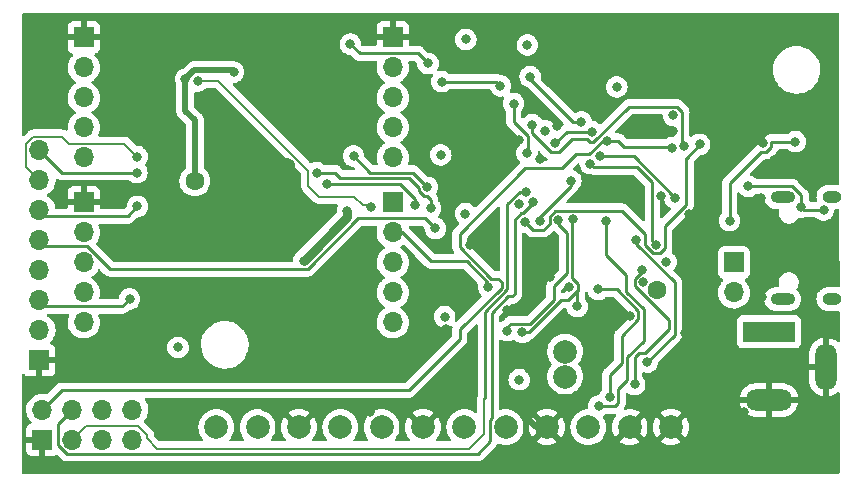
<source format=gbl>
G04 #@! TF.GenerationSoftware,KiCad,Pcbnew,(6.0.10-0)*
G04 #@! TF.CreationDate,2023-04-03T20:32:35-05:00*
G04 #@! TF.ProjectId,spudglo_driver_v4p2,73707564-676c-46f5-9f64-72697665725f,rev?*
G04 #@! TF.SameCoordinates,Original*
G04 #@! TF.FileFunction,Copper,L4,Bot*
G04 #@! TF.FilePolarity,Positive*
%FSLAX46Y46*%
G04 Gerber Fmt 4.6, Leading zero omitted, Abs format (unit mm)*
G04 Created by KiCad (PCBNEW (6.0.10-0)) date 2023-04-03 20:32:35*
%MOMM*%
%LPD*%
G01*
G04 APERTURE LIST*
G04 #@! TA.AperFunction,ComponentPad*
%ADD10R,1.700000X1.700000*%
G04 #@! TD*
G04 #@! TA.AperFunction,ComponentPad*
%ADD11O,1.700000X1.700000*%
G04 #@! TD*
G04 #@! TA.AperFunction,ComponentPad*
%ADD12C,2.000000*%
G04 #@! TD*
G04 #@! TA.AperFunction,ComponentPad*
%ADD13R,4.400000X1.800000*%
G04 #@! TD*
G04 #@! TA.AperFunction,ComponentPad*
%ADD14O,4.000000X1.800000*%
G04 #@! TD*
G04 #@! TA.AperFunction,ComponentPad*
%ADD15O,1.800000X4.000000*%
G04 #@! TD*
G04 #@! TA.AperFunction,ComponentPad*
%ADD16O,1.600000X1.000000*%
G04 #@! TD*
G04 #@! TA.AperFunction,ComponentPad*
%ADD17O,2.100000X1.000000*%
G04 #@! TD*
G04 #@! TA.AperFunction,ViaPad*
%ADD18C,0.800000*%
G04 #@! TD*
G04 #@! TA.AperFunction,ViaPad*
%ADD19C,1.600000*%
G04 #@! TD*
G04 #@! TA.AperFunction,ViaPad*
%ADD20C,2.000000*%
G04 #@! TD*
G04 #@! TA.AperFunction,Conductor*
%ADD21C,0.250000*%
G04 #@! TD*
G04 #@! TA.AperFunction,Conductor*
%ADD22C,0.200000*%
G04 #@! TD*
G04 #@! TA.AperFunction,Conductor*
%ADD23C,0.500000*%
G04 #@! TD*
G04 #@! TA.AperFunction,Conductor*
%ADD24C,0.750000*%
G04 #@! TD*
G04 APERTURE END LIST*
D10*
X255960000Y-69100000D03*
D11*
X255960000Y-71640000D03*
D10*
X200914000Y-64008000D03*
D11*
X200914000Y-66548000D03*
X200914000Y-69088000D03*
X200914000Y-71628000D03*
X200914000Y-74168000D03*
D10*
X197160000Y-77375000D03*
D11*
X197160000Y-74835000D03*
X197160000Y-72295000D03*
X197160000Y-69755000D03*
X197160000Y-67215000D03*
X197160000Y-64675000D03*
X197160000Y-62135000D03*
X197160000Y-59595000D03*
D10*
X227076000Y-50038000D03*
D11*
X227076000Y-52578000D03*
X227076000Y-55118000D03*
X227076000Y-57658000D03*
X227076000Y-60198000D03*
D10*
X200914000Y-50038000D03*
D11*
X200914000Y-52578000D03*
X200914000Y-55118000D03*
X200914000Y-57658000D03*
X200914000Y-60198000D03*
D12*
X212130000Y-83040000D03*
X215630000Y-83040000D03*
X219130000Y-83040000D03*
X222630000Y-83040000D03*
X226130000Y-83040000D03*
X229630000Y-83040000D03*
X233130000Y-83040000D03*
X236630000Y-83040000D03*
X240130000Y-83040000D03*
X243630000Y-83040000D03*
X247130000Y-83040000D03*
X250630000Y-83040000D03*
D10*
X197400000Y-84100000D03*
D11*
X197400000Y-81560000D03*
X199940000Y-84100000D03*
X199940000Y-81560000D03*
X202480000Y-84100000D03*
X202480000Y-81560000D03*
X205020000Y-84100000D03*
X205020000Y-81560000D03*
D13*
X258930000Y-74950000D03*
D14*
X258930000Y-80750000D03*
D15*
X263730000Y-77950000D03*
D16*
X264260000Y-63550000D03*
D17*
X260080000Y-72190000D03*
X260080000Y-63550000D03*
D16*
X264260000Y-72190000D03*
D10*
X227076000Y-64008000D03*
D11*
X227076000Y-66548000D03*
X227076000Y-69088000D03*
X227076000Y-71628000D03*
X227076000Y-74168000D03*
D18*
X231600000Y-74770000D03*
X260140000Y-85410000D03*
X263030000Y-70460000D03*
X261300000Y-67570000D03*
X239550000Y-60300000D03*
X245620000Y-63680000D03*
X239480000Y-68910000D03*
X209360000Y-81350000D03*
X220380000Y-73810000D03*
X222220000Y-70090000D03*
X210700000Y-71060000D03*
X209460000Y-65690000D03*
X257170000Y-62650000D03*
X261150000Y-58860000D03*
X255590000Y-65560000D03*
X230690000Y-66220000D03*
X221470000Y-62450000D03*
X235169664Y-71145970D03*
X261605000Y-79755000D03*
X261090000Y-78970000D03*
X256840000Y-81750000D03*
X261845000Y-78215000D03*
X209520000Y-53567918D03*
X213600000Y-52980000D03*
D19*
X210320000Y-62190000D03*
D18*
X255470000Y-57680000D03*
X253060000Y-59110000D03*
X210570000Y-53720000D03*
X205460000Y-64350000D03*
X205410000Y-61500000D03*
X220620000Y-61484500D03*
X205440000Y-60140000D03*
X223760000Y-60080000D03*
X231240000Y-53780000D03*
X250830000Y-57990000D03*
X258330000Y-72060000D03*
X258290000Y-63640000D03*
X263550000Y-64650000D03*
X261670000Y-64410000D03*
X250205366Y-69042468D03*
X237780000Y-79020000D03*
D20*
X241660000Y-76640000D03*
X241660000Y-78760000D03*
D19*
X207680000Y-60410000D03*
D18*
X249770000Y-63430000D03*
X258415000Y-58987500D03*
X242010000Y-71200000D03*
X259337500Y-60395000D03*
X236740000Y-73120000D03*
X206897500Y-50457500D03*
X241650000Y-54150000D03*
X250136961Y-52129500D03*
X221255378Y-49844622D03*
X240350000Y-70360000D03*
D19*
X213200000Y-60790000D03*
D18*
X246340000Y-49400500D03*
D19*
X218045000Y-61005000D03*
D18*
X216250000Y-81300000D03*
D19*
X223880000Y-56600000D03*
D18*
X245574647Y-49400500D03*
X253000000Y-65770000D03*
X237790000Y-58700000D03*
X247140000Y-73600000D03*
X253020000Y-64950000D03*
X233600000Y-67610000D03*
X234220000Y-51300000D03*
X252170000Y-64980000D03*
X260147500Y-60395000D03*
X251830000Y-75060498D03*
X225168126Y-81762031D03*
X249480000Y-52430000D03*
D19*
X252420000Y-71590000D03*
D18*
X241010000Y-57580000D03*
X243560000Y-53650000D03*
X238200000Y-82050000D03*
X239743256Y-49196744D03*
X237770000Y-64180000D03*
X225205826Y-64406326D03*
X239980000Y-57950000D03*
X231140000Y-59990000D03*
X250840000Y-56640000D03*
D19*
X249470000Y-71390000D03*
D18*
X248300000Y-70760000D03*
X238470000Y-50680500D03*
X231470000Y-73690000D03*
X246045000Y-54235000D03*
X233225000Y-64955000D03*
X233253028Y-50217067D03*
X208890000Y-76290000D03*
X242362646Y-65454500D03*
X238060000Y-75000000D03*
X242680000Y-72820000D03*
X236770000Y-74870000D03*
X241074858Y-65514858D03*
X238875000Y-57435000D03*
X251715826Y-59241502D03*
X240828150Y-59015500D03*
X230060000Y-52250000D03*
X223480000Y-50610000D03*
X243930685Y-58015000D03*
X237310000Y-55640000D03*
X238440000Y-59830000D03*
X244455000Y-71385000D03*
X245440000Y-80530000D03*
X247680422Y-67186900D03*
X248630000Y-77530000D03*
X248145636Y-69709730D03*
X247560000Y-79420000D03*
X238980000Y-63950000D03*
X238390000Y-63100000D03*
X219530000Y-68940000D03*
X223230000Y-64740000D03*
X244620000Y-60100000D03*
X250970000Y-63630000D03*
X249390000Y-67590000D03*
X243810000Y-60740000D03*
X243050000Y-57210000D03*
X245192794Y-58802794D03*
X238705740Y-53364500D03*
X250725769Y-59378583D03*
X238250000Y-65660000D03*
X239530000Y-65610000D03*
X242150000Y-62180000D03*
X230010000Y-62730000D03*
X245160000Y-65560000D03*
X244505000Y-81255000D03*
X236195969Y-54145500D03*
X204790000Y-72180000D03*
X228930000Y-64200000D03*
X230280000Y-64510000D03*
D21*
X245192794Y-58802794D02*
X244877206Y-58802794D01*
X243730000Y-59950000D02*
X242590000Y-59950000D01*
X244877206Y-58802794D02*
X243730000Y-59950000D01*
X242590000Y-59950000D02*
X241410000Y-61130000D01*
X241410000Y-61130000D02*
X238310000Y-61130000D01*
X238310000Y-61130000D02*
X232750000Y-66690000D01*
X232750000Y-66690000D02*
X232750000Y-67785305D01*
X232750000Y-67785305D02*
X235434695Y-70470000D01*
X235434695Y-70470000D02*
X235880000Y-70470000D01*
X235880000Y-70470000D02*
X235894664Y-70484664D01*
X235894664Y-70484664D02*
X235994664Y-70484664D01*
X235994664Y-70484664D02*
X236290000Y-70780000D01*
X236290000Y-70780000D02*
X236290000Y-71233604D01*
X236290000Y-71233604D02*
X232750000Y-74773604D01*
X232750000Y-74773604D02*
X232750000Y-75610000D01*
X232750000Y-75610000D02*
X228440000Y-79920000D01*
X228440000Y-79920000D02*
X199040000Y-79920000D01*
X199040000Y-79920000D02*
X197400000Y-81560000D01*
X255590000Y-65560000D02*
X255590000Y-62390000D01*
X258715305Y-59712500D02*
X259140000Y-59287805D01*
X259140000Y-59287805D02*
X259140000Y-58860000D01*
X255590000Y-62390000D02*
X258267500Y-59712500D01*
X258267500Y-59712500D02*
X258715305Y-59712500D01*
X259140000Y-58860000D02*
X261150000Y-58860000D01*
X260896726Y-62650000D02*
X257170000Y-62650000D01*
X261670000Y-63423274D02*
X260896726Y-62650000D01*
X261670000Y-64410000D02*
X261670000Y-63423274D01*
X230690000Y-66220000D02*
X229843000Y-65373000D01*
X229843000Y-65373000D02*
X224157000Y-65373000D01*
X219865000Y-69665000D02*
X203165000Y-69665000D01*
X203165000Y-69665000D02*
X201223000Y-67723000D01*
X201223000Y-67723000D02*
X197668000Y-67723000D01*
X197668000Y-67723000D02*
X197160000Y-67215000D01*
X224157000Y-65373000D02*
X219865000Y-69665000D01*
D22*
X225205826Y-64406326D02*
X225069500Y-64270000D01*
X225069500Y-64270000D02*
X224530000Y-64270000D01*
X224530000Y-64270000D02*
X223810000Y-63550000D01*
X223810000Y-63550000D02*
X220870000Y-63550000D01*
X220870000Y-63550000D02*
X219910000Y-62590000D01*
X219910000Y-62590000D02*
X219910000Y-61314365D01*
X219910000Y-61314365D02*
X212315635Y-53720000D01*
X212315635Y-53720000D02*
X210570000Y-53720000D01*
D21*
X227680000Y-62450000D02*
X221470000Y-62450000D01*
X227700000Y-62470000D02*
X227680000Y-62450000D01*
X228930000Y-64200000D02*
X228930000Y-63700000D01*
X228930000Y-63700000D02*
X227700000Y-62470000D01*
X222650000Y-61940000D02*
X228430000Y-61940000D01*
X222194500Y-61484500D02*
X222650000Y-61940000D01*
X220620000Y-61484500D02*
X222194500Y-61484500D01*
X228430000Y-61940000D02*
X229285000Y-62795000D01*
X229285000Y-62795000D02*
X229285000Y-63030305D01*
X229285000Y-63030305D02*
X229709695Y-63455000D01*
X229709695Y-63455000D02*
X229945000Y-63455000D01*
X229945000Y-63455000D02*
X230280000Y-63790000D01*
X230280000Y-63790000D02*
X230280000Y-64510000D01*
X230010000Y-62730000D02*
X228770000Y-61490000D01*
X228770000Y-61490000D02*
X225170000Y-61490000D01*
X225170000Y-61490000D02*
X223760000Y-60080000D01*
X235169664Y-71145970D02*
X235169664Y-70859664D01*
X235169664Y-70859664D02*
X233320000Y-69010000D01*
X233320000Y-69010000D02*
X230350000Y-69010000D01*
X230350000Y-69010000D02*
X227888000Y-66548000D01*
X227888000Y-66548000D02*
X227076000Y-66548000D01*
D23*
X213430000Y-52810000D02*
X213600000Y-52980000D01*
X210320000Y-57060000D02*
X209520000Y-56260000D01*
X210277918Y-52810000D02*
X213430000Y-52810000D01*
X210320000Y-62190000D02*
X210320000Y-57060000D01*
X209520000Y-56260000D02*
X209520000Y-53567918D01*
X209520000Y-53567918D02*
X210277918Y-52810000D01*
D21*
X244620000Y-60100000D02*
X247465305Y-60100000D01*
X247465305Y-60100000D02*
X250970000Y-63604695D01*
X250970000Y-63604695D02*
X250970000Y-63630000D01*
X243810000Y-60740000D02*
X244090000Y-61020000D01*
X244090000Y-61020000D02*
X247748909Y-61020000D01*
X247748909Y-61020000D02*
X249045000Y-62316091D01*
X249045000Y-62316091D02*
X249045000Y-67245000D01*
X249045000Y-67245000D02*
X249390000Y-67590000D01*
X242238955Y-58630000D02*
X241128455Y-59740500D01*
X251565000Y-59090676D02*
X251565000Y-56339695D01*
X251565000Y-56339695D02*
X251140305Y-55915000D01*
X251715826Y-59241502D02*
X251565000Y-59090676D01*
X247055990Y-55915000D02*
X244055023Y-58915967D01*
X251140305Y-55915000D02*
X247055990Y-55915000D01*
X244055023Y-58915967D02*
X243806347Y-58915967D01*
X243806347Y-58915967D02*
X243520380Y-58630000D01*
X243520380Y-58630000D02*
X242238955Y-58630000D01*
X240492201Y-59740500D02*
X238875000Y-58123299D01*
X241128455Y-59740500D02*
X240492201Y-59740500D01*
X238875000Y-58123299D02*
X238875000Y-57435000D01*
X240834411Y-64730000D02*
X246470000Y-64730000D01*
X238250000Y-65660000D02*
X238925000Y-66335000D01*
X240349858Y-65815447D02*
X240349858Y-65214553D01*
X246470000Y-64730000D02*
X248410000Y-66670000D01*
X238925000Y-66335000D02*
X239830305Y-66335000D01*
X239830305Y-66335000D02*
X240349858Y-65815447D01*
X240349858Y-65214553D02*
X240834411Y-64730000D01*
X242150000Y-62180000D02*
X242150000Y-62630000D01*
X242150000Y-62630000D02*
X239530000Y-65250000D01*
X239530000Y-65250000D02*
X239530000Y-65610000D01*
X248410000Y-67635305D02*
X248410000Y-66670000D01*
X249690305Y-68315000D02*
X249089695Y-68315000D01*
X253060000Y-59110000D02*
X251950000Y-60220000D01*
X251920000Y-64204695D02*
X250115000Y-66009695D01*
X250115000Y-67890305D02*
X249690305Y-68315000D01*
X249089695Y-68315000D02*
X248410000Y-67635305D01*
X250115000Y-66009695D02*
X250115000Y-67890305D01*
X251920000Y-60220000D02*
X251920000Y-64204695D01*
X251950000Y-60220000D02*
X251920000Y-60220000D01*
X204627000Y-65183000D02*
X205460000Y-64350000D01*
X197668000Y-65183000D02*
X204627000Y-65183000D01*
X197160000Y-64675000D02*
X197668000Y-65183000D01*
X205410000Y-61500000D02*
X199065000Y-61500000D01*
X199065000Y-61500000D02*
X197160000Y-59595000D01*
D22*
X197160000Y-62135000D02*
X196010000Y-60985000D01*
X199065000Y-58445000D02*
X199668000Y-59048000D01*
X196010000Y-60985000D02*
X196010000Y-59090000D01*
X199668000Y-59048000D02*
X204348000Y-59048000D01*
X196010000Y-59090000D02*
X196655000Y-58445000D01*
X196655000Y-58445000D02*
X199065000Y-58445000D01*
X204348000Y-59048000D02*
X205440000Y-60140000D01*
D21*
X231240000Y-53780000D02*
X235830469Y-53780000D01*
X235830469Y-53780000D02*
X236195969Y-54145500D01*
X250647186Y-59300000D02*
X246680000Y-59300000D01*
X246182794Y-58802794D02*
X245192794Y-58802794D01*
X250725769Y-59378583D02*
X250647186Y-59300000D01*
X246680000Y-59300000D02*
X246182794Y-58802794D01*
X263550000Y-64650000D02*
X261910000Y-64650000D01*
X261910000Y-64650000D02*
X261670000Y-64410000D01*
X247680422Y-67542123D02*
X250930000Y-70791701D01*
X247680422Y-67186900D02*
X247680422Y-67542123D01*
X250930000Y-70791701D02*
X250930000Y-75230000D01*
X250930000Y-75230000D02*
X248630000Y-77530000D01*
X248145636Y-69709730D02*
X248145636Y-69889059D01*
X248145636Y-69889059D02*
X247575000Y-70459695D01*
X247575000Y-70459695D02*
X247575000Y-71105000D01*
X247575000Y-71105000D02*
X250440000Y-73970000D01*
X250440000Y-73970000D02*
X250440000Y-74750000D01*
X250440000Y-74750000D02*
X248420000Y-76770000D01*
X248420000Y-76770000D02*
X247910000Y-76770000D01*
X247910000Y-76770000D02*
X247560000Y-77120000D01*
X247560000Y-77120000D02*
X247560000Y-79420000D01*
D23*
X239190000Y-83040000D02*
X238200000Y-82050000D01*
X240130000Y-83040000D02*
X239190000Y-83040000D01*
D21*
X242692652Y-71542652D02*
X242692652Y-72807348D01*
X242735000Y-70899695D02*
X242735000Y-71500305D01*
X242255000Y-65562146D02*
X242255000Y-70419695D01*
X242692652Y-72807348D02*
X242680000Y-72820000D01*
X241925305Y-72310000D02*
X241300000Y-72310000D01*
X242692652Y-71542652D02*
X241925305Y-72310000D01*
X242735000Y-71500305D02*
X242692652Y-71542652D01*
X241300000Y-72310000D02*
X238610000Y-75000000D01*
X238610000Y-75000000D02*
X238060000Y-75000000D01*
X242362646Y-65454500D02*
X242255000Y-65562146D01*
X242255000Y-70419695D02*
X242735000Y-70899695D01*
X240710000Y-72250000D02*
X238690000Y-74270000D01*
X241805000Y-66570305D02*
X241805000Y-70015000D01*
X237060000Y-74270000D02*
X236770000Y-74560000D01*
X241074858Y-65840163D02*
X241805000Y-66570305D01*
X238690000Y-74270000D02*
X237060000Y-74270000D01*
X240710000Y-71110000D02*
X240710000Y-72250000D01*
X241805000Y-70015000D02*
X240710000Y-71110000D01*
X241074858Y-65514858D02*
X241074858Y-65840163D01*
X236770000Y-74560000D02*
X236770000Y-74870000D01*
X243930685Y-58015000D02*
X241828650Y-58015000D01*
X229213000Y-51403000D02*
X224273000Y-51403000D01*
X223490000Y-50620000D02*
X223480000Y-50610000D01*
X224273000Y-51403000D02*
X223490000Y-50620000D01*
X230060000Y-52250000D02*
X229213000Y-51403000D01*
X241828650Y-58015000D02*
X240828150Y-59015500D01*
X238440000Y-59830000D02*
X238515000Y-59755000D01*
X237310000Y-57194695D02*
X237310000Y-55640000D01*
X238515000Y-58399695D02*
X237310000Y-57194695D01*
X238515000Y-59755000D02*
X238515000Y-58399695D01*
X247865000Y-73900305D02*
X247865000Y-73215000D01*
X247865000Y-73215000D02*
X246035000Y-71385000D01*
X246035000Y-71385000D02*
X244455000Y-71385000D01*
X246450000Y-75315305D02*
X247865000Y-73900305D01*
X246450000Y-77593604D02*
X246450000Y-75315305D01*
X245440000Y-78603604D02*
X246450000Y-77593604D01*
X245440000Y-80530000D02*
X245440000Y-78603604D01*
X234285000Y-85275000D02*
X199453299Y-85275000D01*
X237949695Y-64935000D02*
X237932347Y-64952348D01*
X238115000Y-64935000D02*
X237949695Y-64935000D01*
X199453299Y-85275000D02*
X198765000Y-84586701D01*
X235305000Y-82405000D02*
X235305000Y-84255000D01*
X235305000Y-84255000D02*
X234285000Y-85275000D01*
X198765000Y-82735000D02*
X199940000Y-81560000D01*
X236874695Y-71960000D02*
X235448083Y-73386612D01*
X237400000Y-71770000D02*
X237210000Y-71960000D01*
X237932347Y-64952348D02*
X237400000Y-65484695D01*
X237400000Y-65484695D02*
X237400000Y-71770000D01*
X235450000Y-82260000D02*
X235305000Y-82405000D01*
X238980000Y-63950000D02*
X238980000Y-64070000D01*
X235448083Y-73386612D02*
X235448083Y-82248083D01*
X198765000Y-84586701D02*
X198765000Y-82735000D01*
X237210000Y-71960000D02*
X236874695Y-71960000D01*
X238980000Y-64070000D02*
X238115000Y-64935000D01*
D22*
X205496346Y-82950000D02*
X206230000Y-83683654D01*
D21*
X236790000Y-64134695D02*
X236790000Y-71370000D01*
D22*
X233560000Y-84850000D02*
X234820000Y-83590000D01*
X234820000Y-80670000D02*
X234910000Y-80580000D01*
D21*
X238390000Y-63100000D02*
X237824695Y-63100000D01*
D22*
X199940000Y-84100000D02*
X201090000Y-82950000D01*
D21*
X234910000Y-73250000D02*
X236790000Y-71370000D01*
X234910000Y-73250000D02*
X234910000Y-80580000D01*
D22*
X201090000Y-82950000D02*
X205496346Y-82950000D01*
X234820000Y-83590000D02*
X234820000Y-80670000D01*
X206230000Y-83990000D02*
X207090000Y-84850000D01*
X206230000Y-83683654D02*
X206230000Y-83990000D01*
D21*
X237824695Y-63100000D02*
X236790000Y-64134695D01*
D22*
X207090000Y-84850000D02*
X233560000Y-84850000D01*
D24*
X223230000Y-65240000D02*
X223230000Y-64740000D01*
X219530000Y-68940000D02*
X223230000Y-65240000D01*
D21*
X238705740Y-53364500D02*
X238705740Y-53585740D01*
X242330000Y-57210000D02*
X243050000Y-57210000D01*
X238705740Y-53585740D02*
X242330000Y-57210000D01*
X248315000Y-75728604D02*
X246920000Y-77123604D01*
X246850000Y-70150000D02*
X246850000Y-71563604D01*
X246920000Y-79020000D02*
X246165000Y-79775000D01*
X245895000Y-81255000D02*
X244505000Y-81255000D01*
X245160000Y-68460000D02*
X246850000Y-70150000D01*
X246850000Y-71563604D02*
X248315000Y-73028604D01*
X246165000Y-79775000D02*
X246165000Y-80985000D01*
X248315000Y-73028604D02*
X248315000Y-75728604D01*
X245160000Y-65560000D02*
X245160000Y-68460000D01*
X246165000Y-80985000D02*
X246080000Y-81070000D01*
X246920000Y-77123604D02*
X246920000Y-79020000D01*
X246080000Y-81070000D02*
X245895000Y-81255000D01*
X197668000Y-72803000D02*
X204167000Y-72803000D01*
X197160000Y-72295000D02*
X197668000Y-72803000D01*
X204167000Y-72803000D02*
X204790000Y-72180000D01*
G04 #@! TA.AperFunction,Conductor*
G36*
X246679333Y-47990030D02*
G01*
X264771079Y-47990318D01*
X264839199Y-48010321D01*
X264885691Y-48063978D01*
X264897077Y-48116303D01*
X264898706Y-62432186D01*
X264878712Y-62500309D01*
X264825061Y-62546808D01*
X264758661Y-62557415D01*
X264693622Y-62550120D01*
X264616773Y-62541500D01*
X263910231Y-62541500D01*
X263907175Y-62541800D01*
X263907168Y-62541800D01*
X263848660Y-62547537D01*
X263763167Y-62555920D01*
X263757266Y-62557702D01*
X263757264Y-62557702D01*
X263688395Y-62578495D01*
X263573831Y-62613084D01*
X263399204Y-62705934D01*
X263346583Y-62748851D01*
X263250713Y-62827040D01*
X263250710Y-62827043D01*
X263245938Y-62830935D01*
X263242011Y-62835682D01*
X263242009Y-62835684D01*
X263123799Y-62978575D01*
X263123797Y-62978579D01*
X263119870Y-62983325D01*
X263025802Y-63157299D01*
X262967318Y-63346232D01*
X262966674Y-63352357D01*
X262966674Y-63352358D01*
X262952850Y-63483891D01*
X262946645Y-63542925D01*
X262964570Y-63739888D01*
X262966309Y-63745797D01*
X262966310Y-63745802D01*
X262990995Y-63829675D01*
X262991039Y-63900671D01*
X262952693Y-63960422D01*
X262944185Y-63967183D01*
X262938747Y-63971134D01*
X262934332Y-63976037D01*
X262929420Y-63980460D01*
X262928295Y-63979211D01*
X262874986Y-64012051D01*
X262841800Y-64016500D01*
X262564604Y-64016500D01*
X262496483Y-63996498D01*
X262455485Y-63953501D01*
X262409040Y-63873056D01*
X262335863Y-63791785D01*
X262305147Y-63727779D01*
X262303500Y-63707476D01*
X262303500Y-63502042D01*
X262304027Y-63490859D01*
X262305702Y-63483366D01*
X262304502Y-63445168D01*
X262303562Y-63415276D01*
X262303500Y-63411318D01*
X262303500Y-63383418D01*
X262302996Y-63379427D01*
X262302063Y-63367585D01*
X262301736Y-63357158D01*
X262300674Y-63323385D01*
X262295021Y-63303926D01*
X262291012Y-63284567D01*
X262289935Y-63276045D01*
X262288474Y-63264477D01*
X262285558Y-63257111D01*
X262285556Y-63257105D01*
X262272200Y-63223372D01*
X262268355Y-63212142D01*
X262258230Y-63177291D01*
X262258230Y-63177290D01*
X262256019Y-63169681D01*
X262245705Y-63152240D01*
X262237008Y-63134487D01*
X262232472Y-63123032D01*
X262229552Y-63115657D01*
X262203563Y-63079886D01*
X262197047Y-63069966D01*
X262188580Y-63055649D01*
X262174542Y-63031912D01*
X262160221Y-63017591D01*
X262147380Y-63002557D01*
X262140131Y-62992580D01*
X262135472Y-62986167D01*
X262129367Y-62981116D01*
X262129362Y-62981111D01*
X262101396Y-62957975D01*
X262092618Y-62949987D01*
X261400378Y-62257747D01*
X261392838Y-62249461D01*
X261388726Y-62242982D01*
X261339074Y-62196356D01*
X261336233Y-62193602D01*
X261316496Y-62173865D01*
X261313299Y-62171385D01*
X261304277Y-62163680D01*
X261294970Y-62154940D01*
X261272047Y-62133414D01*
X261265101Y-62129595D01*
X261265098Y-62129593D01*
X261254292Y-62123652D01*
X261237773Y-62112801D01*
X261234204Y-62110033D01*
X261221767Y-62100386D01*
X261214498Y-62097241D01*
X261214494Y-62097238D01*
X261181189Y-62082826D01*
X261170539Y-62077609D01*
X261131786Y-62056305D01*
X261112163Y-62051267D01*
X261093460Y-62044863D01*
X261082146Y-62039967D01*
X261082145Y-62039967D01*
X261074871Y-62036819D01*
X261067048Y-62035580D01*
X261067038Y-62035577D01*
X261031202Y-62029901D01*
X261019582Y-62027495D01*
X260984437Y-62018472D01*
X260984436Y-62018472D01*
X260976756Y-62016500D01*
X260956502Y-62016500D01*
X260936791Y-62014949D01*
X260935087Y-62014679D01*
X260916783Y-62011780D01*
X260908891Y-62012526D01*
X260872765Y-62015941D01*
X260860907Y-62016500D01*
X257878200Y-62016500D01*
X257810079Y-61996498D01*
X257790853Y-61980157D01*
X257790580Y-61980460D01*
X257785668Y-61976037D01*
X257781253Y-61971134D01*
X257693005Y-61907018D01*
X257632094Y-61862763D01*
X257632093Y-61862762D01*
X257626752Y-61858882D01*
X257620724Y-61856198D01*
X257620722Y-61856197D01*
X257458319Y-61783891D01*
X257458318Y-61783891D01*
X257452288Y-61781206D01*
X257445833Y-61779834D01*
X257445824Y-61779831D01*
X257384373Y-61766769D01*
X257321900Y-61733041D01*
X257287579Y-61670891D01*
X257292307Y-61600052D01*
X257321476Y-61554428D01*
X257839548Y-61036357D01*
X258493000Y-60382905D01*
X258555312Y-60348879D01*
X258582095Y-60346000D01*
X258636538Y-60346000D01*
X258647721Y-60346527D01*
X258655214Y-60348202D01*
X258663140Y-60347953D01*
X258663141Y-60347953D01*
X258723291Y-60346062D01*
X258727250Y-60346000D01*
X258755161Y-60346000D01*
X258759096Y-60345503D01*
X258759161Y-60345495D01*
X258770998Y-60344562D01*
X258803256Y-60343548D01*
X258807275Y-60343422D01*
X258815194Y-60343173D01*
X258834648Y-60337521D01*
X258854005Y-60333513D01*
X258866235Y-60331968D01*
X258866236Y-60331968D01*
X258874102Y-60330974D01*
X258881473Y-60328055D01*
X258881475Y-60328055D01*
X258915217Y-60314696D01*
X258926447Y-60310851D01*
X258961288Y-60300729D01*
X258961289Y-60300729D01*
X258968898Y-60298518D01*
X258975717Y-60294485D01*
X258975722Y-60294483D01*
X258986333Y-60288207D01*
X259004081Y-60279512D01*
X259022922Y-60272052D01*
X259058692Y-60246064D01*
X259068612Y-60239548D01*
X259099840Y-60221080D01*
X259099843Y-60221078D01*
X259106667Y-60217042D01*
X259120988Y-60202721D01*
X259136022Y-60189880D01*
X259145999Y-60182631D01*
X259152412Y-60177972D01*
X259180603Y-60143895D01*
X259188593Y-60135116D01*
X259532247Y-59791462D01*
X259540537Y-59783918D01*
X259547018Y-59779805D01*
X259593659Y-59730137D01*
X259596413Y-59727296D01*
X259616134Y-59707575D01*
X259618612Y-59704380D01*
X259626318Y-59695358D01*
X259651158Y-59668906D01*
X259656586Y-59663126D01*
X259663187Y-59651118D01*
X259666346Y-59645373D01*
X259677199Y-59628850D01*
X259678356Y-59627358D01*
X259689613Y-59612846D01*
X259707176Y-59572262D01*
X259712388Y-59561623D01*
X259713945Y-59558791D01*
X259764293Y-59508736D01*
X259824355Y-59493500D01*
X260441800Y-59493500D01*
X260509921Y-59513502D01*
X260529147Y-59529843D01*
X260529420Y-59529540D01*
X260534332Y-59533963D01*
X260538747Y-59538866D01*
X260544514Y-59543056D01*
X260687078Y-59646635D01*
X260693248Y-59651118D01*
X260699276Y-59653802D01*
X260699278Y-59653803D01*
X260836121Y-59714729D01*
X260867712Y-59728794D01*
X260933158Y-59742705D01*
X261048056Y-59767128D01*
X261048061Y-59767128D01*
X261054513Y-59768500D01*
X261245487Y-59768500D01*
X261251939Y-59767128D01*
X261251944Y-59767128D01*
X261366842Y-59742705D01*
X261432288Y-59728794D01*
X261463879Y-59714729D01*
X261600722Y-59653803D01*
X261600724Y-59653802D01*
X261606752Y-59651118D01*
X261612923Y-59646635D01*
X261712214Y-59574495D01*
X261761253Y-59538866D01*
X261790422Y-59506471D01*
X261884621Y-59401852D01*
X261884622Y-59401851D01*
X261889040Y-59396944D01*
X261952980Y-59286197D01*
X261981223Y-59237279D01*
X261981224Y-59237278D01*
X261984527Y-59231556D01*
X262043542Y-59049928D01*
X262049908Y-58989364D01*
X262062814Y-58866565D01*
X262063504Y-58860000D01*
X262060235Y-58828896D01*
X262044232Y-58676635D01*
X262044232Y-58676633D01*
X262043542Y-58670072D01*
X261984527Y-58488444D01*
X261974719Y-58471455D01*
X261927510Y-58389688D01*
X261889040Y-58323056D01*
X261866056Y-58297529D01*
X261765675Y-58186045D01*
X261765674Y-58186044D01*
X261761253Y-58181134D01*
X261606752Y-58068882D01*
X261600724Y-58066198D01*
X261600722Y-58066197D01*
X261438319Y-57993891D01*
X261438318Y-57993891D01*
X261432288Y-57991206D01*
X261338887Y-57971353D01*
X261251944Y-57952872D01*
X261251939Y-57952872D01*
X261245487Y-57951500D01*
X261054513Y-57951500D01*
X261048061Y-57952872D01*
X261048056Y-57952872D01*
X260961113Y-57971353D01*
X260867712Y-57991206D01*
X260861682Y-57993891D01*
X260861681Y-57993891D01*
X260699278Y-58066197D01*
X260699276Y-58066198D01*
X260693248Y-58068882D01*
X260538747Y-58181134D01*
X260534332Y-58186037D01*
X260529420Y-58190460D01*
X260528295Y-58189211D01*
X260474986Y-58222051D01*
X260441800Y-58226500D01*
X259211793Y-58226500D01*
X259188184Y-58224268D01*
X259187881Y-58224210D01*
X259187877Y-58224210D01*
X259180094Y-58222725D01*
X259124049Y-58226251D01*
X259116138Y-58226500D01*
X259100144Y-58226500D01*
X259084270Y-58228506D01*
X259076410Y-58229248D01*
X259048951Y-58230976D01*
X259028263Y-58232277D01*
X259028262Y-58232277D01*
X259020350Y-58232775D01*
X259012809Y-58235225D01*
X259012513Y-58235321D01*
X258989369Y-58240494D01*
X258989065Y-58240532D01*
X258989060Y-58240533D01*
X258981203Y-58241526D01*
X258973838Y-58244442D01*
X258973834Y-58244443D01*
X258928989Y-58262199D01*
X258921570Y-58264871D01*
X258868125Y-58282236D01*
X258861429Y-58286486D01*
X258861428Y-58286486D01*
X258861169Y-58286650D01*
X258840042Y-58297415D01*
X258839754Y-58297529D01*
X258839749Y-58297532D01*
X258832383Y-58300448D01*
X258825975Y-58305104D01*
X258825969Y-58305107D01*
X258786948Y-58333458D01*
X258780411Y-58337901D01*
X258732982Y-58368000D01*
X258727556Y-58373778D01*
X258727555Y-58373779D01*
X258727341Y-58374007D01*
X258709554Y-58389688D01*
X258709309Y-58389866D01*
X258709307Y-58389868D01*
X258702893Y-58394528D01*
X258697839Y-58400637D01*
X258697838Y-58400638D01*
X258667097Y-58437796D01*
X258661866Y-58443730D01*
X258628842Y-58478898D01*
X258628840Y-58478901D01*
X258623414Y-58484679D01*
X258619445Y-58491899D01*
X258606119Y-58511506D01*
X258605920Y-58511746D01*
X258605916Y-58511753D01*
X258600867Y-58517856D01*
X258597493Y-58525027D01*
X258576953Y-58568676D01*
X258573371Y-58575708D01*
X258546305Y-58624940D01*
X258544335Y-58632615D01*
X258544332Y-58632621D01*
X258544256Y-58632919D01*
X258536224Y-58655228D01*
X258536094Y-58655503D01*
X258536091Y-58655511D01*
X258532717Y-58662682D01*
X258522873Y-58714289D01*
X258522195Y-58717843D01*
X258520471Y-58725558D01*
X258506500Y-58779970D01*
X258506500Y-58788207D01*
X258504268Y-58811816D01*
X258502725Y-58819906D01*
X258505821Y-58869114D01*
X258506251Y-58875951D01*
X258506500Y-58883862D01*
X258506500Y-58953000D01*
X258486498Y-59021121D01*
X258432842Y-59067614D01*
X258380500Y-59079000D01*
X258346267Y-59079000D01*
X258335084Y-59078473D01*
X258327591Y-59076798D01*
X258319665Y-59077047D01*
X258319664Y-59077047D01*
X258259501Y-59078938D01*
X258255543Y-59079000D01*
X258227644Y-59079000D01*
X258223654Y-59079504D01*
X258211820Y-59080436D01*
X258167611Y-59081826D01*
X258159997Y-59084038D01*
X258159992Y-59084039D01*
X258148159Y-59087477D01*
X258128796Y-59091488D01*
X258108703Y-59094026D01*
X258101336Y-59096943D01*
X258101331Y-59096944D01*
X258067592Y-59110302D01*
X258056365Y-59114146D01*
X258013907Y-59126482D01*
X258007081Y-59130519D01*
X257996472Y-59136793D01*
X257978724Y-59145488D01*
X257959883Y-59152948D01*
X257953467Y-59157610D01*
X257953466Y-59157610D01*
X257924113Y-59178936D01*
X257914193Y-59185452D01*
X257882965Y-59203920D01*
X257882962Y-59203922D01*
X257876138Y-59207958D01*
X257861817Y-59222279D01*
X257846784Y-59235119D01*
X257830393Y-59247028D01*
X257825342Y-59253134D01*
X257802202Y-59281105D01*
X257794212Y-59289884D01*
X255197747Y-61886348D01*
X255189461Y-61893888D01*
X255182982Y-61898000D01*
X255177557Y-61903777D01*
X255136357Y-61947651D01*
X255133602Y-61950493D01*
X255113865Y-61970230D01*
X255111385Y-61973427D01*
X255103682Y-61982447D01*
X255073414Y-62014679D01*
X255069595Y-62021625D01*
X255069593Y-62021628D01*
X255063652Y-62032434D01*
X255052801Y-62048953D01*
X255040386Y-62064959D01*
X255037241Y-62072228D01*
X255037238Y-62072232D01*
X255022826Y-62105537D01*
X255017609Y-62116187D01*
X254996305Y-62154940D01*
X254994334Y-62162615D01*
X254994334Y-62162616D01*
X254991267Y-62174562D01*
X254984863Y-62193266D01*
X254982480Y-62198774D01*
X254976819Y-62211855D01*
X254975580Y-62219678D01*
X254975577Y-62219688D01*
X254969901Y-62255524D01*
X254967495Y-62267144D01*
X254961340Y-62291118D01*
X254956500Y-62309970D01*
X254956500Y-62330224D01*
X254954949Y-62349934D01*
X254951780Y-62369943D01*
X254952526Y-62377835D01*
X254955941Y-62413961D01*
X254956500Y-62425819D01*
X254956500Y-64857476D01*
X254936498Y-64925597D01*
X254924142Y-64941779D01*
X254850960Y-65023056D01*
X254847659Y-65028774D01*
X254781247Y-65143803D01*
X254755473Y-65188444D01*
X254696458Y-65370072D01*
X254695768Y-65376633D01*
X254695768Y-65376635D01*
X254679851Y-65528082D01*
X254676496Y-65560000D01*
X254677186Y-65566565D01*
X254695530Y-65741094D01*
X254696458Y-65749928D01*
X254755473Y-65931556D01*
X254758776Y-65937278D01*
X254758777Y-65937279D01*
X254778614Y-65971638D01*
X254850960Y-66096944D01*
X254855375Y-66101847D01*
X254855379Y-66101852D01*
X254936090Y-66191491D01*
X254978747Y-66238866D01*
X255038734Y-66282449D01*
X255127520Y-66346956D01*
X255133248Y-66351118D01*
X255139276Y-66353802D01*
X255139278Y-66353803D01*
X255301681Y-66426109D01*
X255307712Y-66428794D01*
X255398064Y-66447999D01*
X255488056Y-66467128D01*
X255488061Y-66467128D01*
X255494513Y-66468500D01*
X255685487Y-66468500D01*
X255691939Y-66467128D01*
X255691944Y-66467128D01*
X255781936Y-66447999D01*
X255872288Y-66428794D01*
X255878319Y-66426109D01*
X256040722Y-66353803D01*
X256040724Y-66353802D01*
X256046752Y-66351118D01*
X256052481Y-66346956D01*
X256141266Y-66282449D01*
X256201253Y-66238866D01*
X256243910Y-66191491D01*
X256324621Y-66101852D01*
X256324625Y-66101847D01*
X256329040Y-66096944D01*
X256401386Y-65971638D01*
X256421223Y-65937279D01*
X256421224Y-65937278D01*
X256424527Y-65931556D01*
X256483542Y-65749928D01*
X256484471Y-65741094D01*
X256502814Y-65566565D01*
X256503504Y-65560000D01*
X256500149Y-65528082D01*
X256484232Y-65376635D01*
X256484232Y-65376633D01*
X256483542Y-65370072D01*
X256424527Y-65188444D01*
X256398754Y-65143803D01*
X256332341Y-65028774D01*
X256329040Y-65023056D01*
X256255863Y-64941785D01*
X256225147Y-64877779D01*
X256223500Y-64857476D01*
X256223500Y-63284777D01*
X256243502Y-63216656D01*
X256297158Y-63170163D01*
X256367432Y-63160059D01*
X256432012Y-63189553D01*
X256443136Y-63200467D01*
X256548568Y-63317561D01*
X256558747Y-63328866D01*
X256628418Y-63379485D01*
X256692037Y-63425707D01*
X256713248Y-63441118D01*
X256719276Y-63443802D01*
X256719278Y-63443803D01*
X256879251Y-63515027D01*
X256887712Y-63518794D01*
X256973853Y-63537104D01*
X257068056Y-63557128D01*
X257068061Y-63557128D01*
X257074513Y-63558500D01*
X257265487Y-63558500D01*
X257271939Y-63557128D01*
X257271944Y-63557128D01*
X257366147Y-63537104D01*
X257452288Y-63518794D01*
X257460749Y-63515027D01*
X257620722Y-63443803D01*
X257620724Y-63443802D01*
X257626752Y-63441118D01*
X257647964Y-63425707D01*
X257774214Y-63333980D01*
X257781253Y-63328866D01*
X257785668Y-63323963D01*
X257790580Y-63319540D01*
X257791705Y-63320789D01*
X257845014Y-63287949D01*
X257878200Y-63283500D01*
X258403974Y-63283500D01*
X258472095Y-63303502D01*
X258518588Y-63357158D01*
X258529284Y-63422670D01*
X258522850Y-63483891D01*
X258516645Y-63542925D01*
X258519916Y-63578868D01*
X258529347Y-63682493D01*
X258534570Y-63739888D01*
X258536308Y-63745794D01*
X258536309Y-63745798D01*
X258557787Y-63818774D01*
X258590410Y-63929619D01*
X258593263Y-63935077D01*
X258593265Y-63935081D01*
X258624732Y-63995271D01*
X258682040Y-64104890D01*
X258805968Y-64259025D01*
X258810692Y-64262989D01*
X258816503Y-64267865D01*
X258957474Y-64386154D01*
X258962872Y-64389121D01*
X258962877Y-64389125D01*
X259067607Y-64446700D01*
X259130787Y-64481433D01*
X259136654Y-64483294D01*
X259136656Y-64483295D01*
X259302806Y-64536001D01*
X259319306Y-64541235D01*
X259473227Y-64558500D01*
X259694777Y-64558500D01*
X259762898Y-64578502D01*
X259809391Y-64632158D01*
X259819495Y-64702432D01*
X259811766Y-64731292D01*
X259802470Y-64754534D01*
X259801356Y-64761262D01*
X259801355Y-64761266D01*
X259774150Y-64925597D01*
X259772892Y-64933198D01*
X259773249Y-64940015D01*
X259773249Y-64940019D01*
X259778853Y-65046944D01*
X259782370Y-65114047D01*
X259784181Y-65120620D01*
X259784181Y-65120623D01*
X259810482Y-65216109D01*
X259830461Y-65288641D01*
X259914922Y-65448836D01*
X259919327Y-65454049D01*
X259919330Y-65454053D01*
X260027406Y-65581943D01*
X260027410Y-65581947D01*
X260031813Y-65587157D01*
X260037237Y-65591304D01*
X260037238Y-65591305D01*
X260170257Y-65693006D01*
X260170261Y-65693009D01*
X260175678Y-65697150D01*
X260279299Y-65745469D01*
X260333631Y-65770805D01*
X260333634Y-65770806D01*
X260339808Y-65773685D01*
X260346456Y-65775171D01*
X260346459Y-65775172D01*
X260451070Y-65798555D01*
X260516543Y-65813190D01*
X260522088Y-65813500D01*
X260655244Y-65813500D01*
X260674005Y-65811462D01*
X260691239Y-65809590D01*
X260790037Y-65798857D01*
X260916771Y-65756206D01*
X260955204Y-65743272D01*
X260955206Y-65743271D01*
X260961675Y-65741094D01*
X261116905Y-65647823D01*
X261121862Y-65643135D01*
X261121865Y-65643133D01*
X261243527Y-65528082D01*
X261243529Y-65528080D01*
X261248485Y-65523393D01*
X261252317Y-65517755D01*
X261252320Y-65517751D01*
X261346442Y-65379255D01*
X261350277Y-65373612D01*
X261352812Y-65367273D01*
X261354047Y-65364951D01*
X261403687Y-65314193D01*
X261472889Y-65298330D01*
X261491497Y-65300855D01*
X261568047Y-65317127D01*
X261568060Y-65317128D01*
X261574513Y-65318500D01*
X261765487Y-65318500D01*
X261771940Y-65317128D01*
X261771944Y-65317128D01*
X261905962Y-65288641D01*
X261915257Y-65286665D01*
X261929598Y-65284472D01*
X261933969Y-65284059D01*
X261945821Y-65283500D01*
X262841800Y-65283500D01*
X262909921Y-65303502D01*
X262929147Y-65319843D01*
X262929420Y-65319540D01*
X262934332Y-65323963D01*
X262938747Y-65328866D01*
X262947458Y-65335195D01*
X263087798Y-65437158D01*
X263093248Y-65441118D01*
X263099276Y-65443802D01*
X263099278Y-65443803D01*
X263218429Y-65496852D01*
X263267712Y-65518794D01*
X263354545Y-65537251D01*
X263448056Y-65557128D01*
X263448061Y-65557128D01*
X263454513Y-65558500D01*
X263645487Y-65558500D01*
X263651939Y-65557128D01*
X263651944Y-65557128D01*
X263745455Y-65537251D01*
X263832288Y-65518794D01*
X263881571Y-65496852D01*
X264000722Y-65443803D01*
X264000724Y-65443802D01*
X264006752Y-65441118D01*
X264012203Y-65437158D01*
X264095505Y-65376635D01*
X264161253Y-65328866D01*
X264174465Y-65314193D01*
X264284621Y-65191852D01*
X264284622Y-65191851D01*
X264289040Y-65186944D01*
X264369869Y-65046944D01*
X264381223Y-65027279D01*
X264381224Y-65027278D01*
X264384527Y-65021556D01*
X264443542Y-64839928D01*
X264461262Y-64671329D01*
X264488275Y-64605673D01*
X264546497Y-64565043D01*
X264586572Y-64558500D01*
X264609769Y-64558500D01*
X264612825Y-64558200D01*
X264612832Y-64558200D01*
X264756833Y-64544080D01*
X264757011Y-64545891D01*
X264819189Y-64551507D01*
X264875221Y-64595106D01*
X264898961Y-64668706D01*
X264899223Y-66965922D01*
X264899685Y-71024174D01*
X264899690Y-71072297D01*
X264879696Y-71140420D01*
X264826045Y-71186919D01*
X264759646Y-71197526D01*
X264616773Y-71181500D01*
X263910231Y-71181500D01*
X263907175Y-71181800D01*
X263907168Y-71181800D01*
X263848660Y-71187537D01*
X263763167Y-71195920D01*
X263757266Y-71197702D01*
X263757264Y-71197702D01*
X263683947Y-71219838D01*
X263573831Y-71253084D01*
X263399204Y-71345934D01*
X263317780Y-71412342D01*
X263250713Y-71467040D01*
X263250710Y-71467043D01*
X263245938Y-71470935D01*
X263242011Y-71475682D01*
X263242009Y-71475684D01*
X263123799Y-71618575D01*
X263123797Y-71618579D01*
X263119870Y-71623325D01*
X263025802Y-71797299D01*
X262967318Y-71986232D01*
X262966674Y-71992357D01*
X262966674Y-71992358D01*
X262951740Y-72134453D01*
X262946645Y-72182925D01*
X262949321Y-72212333D01*
X262963664Y-72369928D01*
X262964570Y-72379888D01*
X262966308Y-72385794D01*
X262966309Y-72385798D01*
X262987833Y-72458931D01*
X263020410Y-72569619D01*
X263023263Y-72575077D01*
X263023265Y-72575081D01*
X263045306Y-72617240D01*
X263112040Y-72744890D01*
X263235968Y-72899025D01*
X263240692Y-72902989D01*
X263242878Y-72904823D01*
X263387474Y-73026154D01*
X263392872Y-73029121D01*
X263392877Y-73029125D01*
X263521960Y-73100088D01*
X263560787Y-73121433D01*
X263566654Y-73123294D01*
X263566656Y-73123295D01*
X263678500Y-73158774D01*
X263749306Y-73181235D01*
X263903227Y-73198500D01*
X264609769Y-73198500D01*
X264612825Y-73198200D01*
X264612832Y-73198200D01*
X264756833Y-73184080D01*
X264756983Y-73185607D01*
X264820165Y-73191309D01*
X264876199Y-73234905D01*
X264899944Y-73308511D01*
X264900032Y-74077102D01*
X264900215Y-75682749D01*
X264900219Y-75722185D01*
X264880225Y-75790308D01*
X264826574Y-75836807D01*
X264756302Y-75846919D01*
X264691717Y-75817433D01*
X264683050Y-75809172D01*
X264670024Y-75795517D01*
X264662058Y-75788470D01*
X264478918Y-75652210D01*
X264469881Y-75646606D01*
X264266394Y-75543149D01*
X264256541Y-75539148D01*
X264038539Y-75471456D01*
X264028152Y-75469172D01*
X264001957Y-75465700D01*
X263987793Y-75467896D01*
X263984000Y-75481081D01*
X263984000Y-80417282D01*
X263987973Y-80430813D01*
X263998580Y-80432338D01*
X264130840Y-80404587D01*
X264141037Y-80401527D01*
X264353340Y-80317685D01*
X264362876Y-80312951D01*
X264558025Y-80194532D01*
X264566618Y-80188266D01*
X264692146Y-80079339D01*
X264756706Y-80049800D01*
X264826987Y-80059854D01*
X264880675Y-80106309D01*
X264900726Y-80174491D01*
X264901380Y-85913220D01*
X264901488Y-86865501D01*
X264881494Y-86933624D01*
X264827843Y-86980123D01*
X264775507Y-86991515D01*
X195811687Y-87001606D01*
X195743565Y-86981614D01*
X195697064Y-86927965D01*
X195685670Y-86875609D01*
X195685632Y-84994669D01*
X196042001Y-84994669D01*
X196042371Y-85001490D01*
X196047895Y-85052352D01*
X196051521Y-85067604D01*
X196096676Y-85188054D01*
X196105214Y-85203649D01*
X196181715Y-85305724D01*
X196194276Y-85318285D01*
X196296351Y-85394786D01*
X196311946Y-85403324D01*
X196432394Y-85448478D01*
X196447649Y-85452105D01*
X196498514Y-85457631D01*
X196505328Y-85458000D01*
X197127885Y-85458000D01*
X197143124Y-85453525D01*
X197144329Y-85452135D01*
X197146000Y-85444452D01*
X197146000Y-84372115D01*
X197141525Y-84356876D01*
X197140135Y-84355671D01*
X197132452Y-84354000D01*
X196060116Y-84354000D01*
X196044877Y-84358475D01*
X196043672Y-84359865D01*
X196042001Y-84367548D01*
X196042001Y-84994669D01*
X195685632Y-84994669D01*
X195685583Y-82577218D01*
X195685502Y-78617080D01*
X195705503Y-78548959D01*
X195759157Y-78502465D01*
X195829431Y-78492360D01*
X195894013Y-78521852D01*
X195912328Y-78541513D01*
X195941715Y-78580724D01*
X195954276Y-78593285D01*
X196056351Y-78669786D01*
X196071946Y-78678324D01*
X196192394Y-78723478D01*
X196207649Y-78727105D01*
X196258514Y-78732631D01*
X196265328Y-78733000D01*
X196887885Y-78733000D01*
X196903124Y-78728525D01*
X196904329Y-78727135D01*
X196906000Y-78719452D01*
X196906000Y-78714884D01*
X197414000Y-78714884D01*
X197418475Y-78730123D01*
X197419865Y-78731328D01*
X197427548Y-78732999D01*
X198054669Y-78732999D01*
X198061490Y-78732629D01*
X198112352Y-78727105D01*
X198127604Y-78723479D01*
X198248054Y-78678324D01*
X198263649Y-78669786D01*
X198365724Y-78593285D01*
X198378285Y-78580724D01*
X198454786Y-78478649D01*
X198463324Y-78463054D01*
X198508478Y-78342606D01*
X198512105Y-78327351D01*
X198517631Y-78276486D01*
X198518000Y-78269672D01*
X198518000Y-77647115D01*
X198513525Y-77631876D01*
X198512135Y-77630671D01*
X198504452Y-77629000D01*
X197432115Y-77629000D01*
X197416876Y-77633475D01*
X197415671Y-77634865D01*
X197414000Y-77642548D01*
X197414000Y-78714884D01*
X196906000Y-78714884D01*
X196906000Y-77247000D01*
X196926002Y-77178879D01*
X196979658Y-77132386D01*
X197032000Y-77121000D01*
X198499884Y-77121000D01*
X198515123Y-77116525D01*
X198516328Y-77115135D01*
X198517999Y-77107452D01*
X198517999Y-76480331D01*
X198517629Y-76473510D01*
X198512105Y-76422648D01*
X198508479Y-76407396D01*
X198464469Y-76290000D01*
X207976496Y-76290000D01*
X207977186Y-76296565D01*
X207990569Y-76423893D01*
X207996458Y-76479928D01*
X208055473Y-76661556D01*
X208058776Y-76667278D01*
X208058777Y-76667279D01*
X208075509Y-76696259D01*
X208150960Y-76826944D01*
X208155378Y-76831851D01*
X208155379Y-76831852D01*
X208264118Y-76952619D01*
X208278747Y-76968866D01*
X208433248Y-77081118D01*
X208439276Y-77083802D01*
X208439278Y-77083803D01*
X208548398Y-77132386D01*
X208607712Y-77158794D01*
X208701112Y-77178647D01*
X208788056Y-77197128D01*
X208788061Y-77197128D01*
X208794513Y-77198500D01*
X208985487Y-77198500D01*
X208991939Y-77197128D01*
X208991944Y-77197128D01*
X209078888Y-77178647D01*
X209172288Y-77158794D01*
X209231602Y-77132386D01*
X209340722Y-77083803D01*
X209340724Y-77083802D01*
X209346752Y-77081118D01*
X209501253Y-76968866D01*
X209515882Y-76952619D01*
X209624621Y-76831852D01*
X209624622Y-76831851D01*
X209629040Y-76826944D01*
X209704491Y-76696259D01*
X209721223Y-76667279D01*
X209721224Y-76667278D01*
X209724527Y-76661556D01*
X209783542Y-76479928D01*
X209789432Y-76423893D01*
X209802814Y-76296565D01*
X209803504Y-76290000D01*
X209800592Y-76262297D01*
X209784232Y-76106635D01*
X209784232Y-76106633D01*
X209783542Y-76100072D01*
X209750940Y-75999733D01*
X210847822Y-75999733D01*
X210847975Y-76004121D01*
X210847975Y-76004127D01*
X210856991Y-76262297D01*
X210857625Y-76280458D01*
X210858387Y-76284781D01*
X210858388Y-76284788D01*
X210882164Y-76419624D01*
X210906402Y-76557087D01*
X210993203Y-76824235D01*
X211116340Y-77076702D01*
X211118795Y-77080341D01*
X211118798Y-77080347D01*
X211172637Y-77160166D01*
X211273415Y-77309576D01*
X211461371Y-77518322D01*
X211676550Y-77698879D01*
X211914764Y-77847731D01*
X212171375Y-77961982D01*
X212441390Y-78039407D01*
X212445740Y-78040018D01*
X212445743Y-78040019D01*
X212548690Y-78054487D01*
X212719552Y-78078500D01*
X212930146Y-78078500D01*
X212932332Y-78078347D01*
X212932336Y-78078347D01*
X213135827Y-78064118D01*
X213135832Y-78064117D01*
X213140212Y-78063811D01*
X213414970Y-78005409D01*
X213419099Y-78003906D01*
X213419103Y-78003905D01*
X213674781Y-77910846D01*
X213674785Y-77910844D01*
X213678926Y-77909337D01*
X213926942Y-77777464D01*
X214033563Y-77700000D01*
X214150629Y-77614947D01*
X214150632Y-77614944D01*
X214154192Y-77612358D01*
X214213892Y-77554707D01*
X214353087Y-77420287D01*
X214356252Y-77417231D01*
X214529188Y-77195882D01*
X214531384Y-77192078D01*
X214531389Y-77192071D01*
X214667435Y-76956431D01*
X214669636Y-76952619D01*
X214774862Y-76692176D01*
X214781070Y-76667279D01*
X214841753Y-76423893D01*
X214841754Y-76423888D01*
X214842817Y-76419624D01*
X214844016Y-76408223D01*
X214871719Y-76144636D01*
X214871719Y-76144633D01*
X214872178Y-76140267D01*
X214870842Y-76102000D01*
X214862529Y-75863939D01*
X214862528Y-75863933D01*
X214862375Y-75859542D01*
X214861047Y-75852005D01*
X214821883Y-75629899D01*
X214813598Y-75582913D01*
X214726797Y-75315765D01*
X214720640Y-75303140D01*
X214643546Y-75145077D01*
X214603660Y-75063298D01*
X214601205Y-75059659D01*
X214601202Y-75059653D01*
X214516586Y-74934205D01*
X214446585Y-74830424D01*
X214429684Y-74811653D01*
X214330504Y-74701503D01*
X214258629Y-74621678D01*
X214247526Y-74612361D01*
X214086491Y-74477237D01*
X214043450Y-74441121D01*
X213805236Y-74292269D01*
X213548625Y-74178018D01*
X213278610Y-74100593D01*
X213274260Y-74099982D01*
X213274257Y-74099981D01*
X213151721Y-74082760D01*
X213000448Y-74061500D01*
X212789854Y-74061500D01*
X212787668Y-74061653D01*
X212787664Y-74061653D01*
X212584173Y-74075882D01*
X212584168Y-74075883D01*
X212579788Y-74076189D01*
X212305030Y-74134591D01*
X212300901Y-74136094D01*
X212300897Y-74136095D01*
X212045219Y-74229154D01*
X212045215Y-74229156D01*
X212041074Y-74230663D01*
X211793058Y-74362536D01*
X211789499Y-74365122D01*
X211789497Y-74365123D01*
X211570133Y-74524500D01*
X211565808Y-74527642D01*
X211562644Y-74530698D01*
X211562641Y-74530700D01*
X211506259Y-74585148D01*
X211363748Y-74722769D01*
X211190812Y-74944118D01*
X211188616Y-74947922D01*
X211188611Y-74947929D01*
X211085320Y-75126835D01*
X211050364Y-75187381D01*
X210945138Y-75447824D01*
X210944073Y-75452097D01*
X210944072Y-75452099D01*
X210879338Y-75711734D01*
X210877183Y-75720376D01*
X210876724Y-75724744D01*
X210876723Y-75724749D01*
X210851187Y-75967715D01*
X210847822Y-75999733D01*
X209750940Y-75999733D01*
X209724527Y-75918444D01*
X209629040Y-75753056D01*
X209616199Y-75738794D01*
X209505675Y-75616045D01*
X209505674Y-75616044D01*
X209501253Y-75611134D01*
X209399323Y-75537077D01*
X209352094Y-75502763D01*
X209352093Y-75502762D01*
X209346752Y-75498882D01*
X209340724Y-75496198D01*
X209340722Y-75496197D01*
X209178319Y-75423891D01*
X209178318Y-75423891D01*
X209172288Y-75421206D01*
X209047734Y-75394731D01*
X208991944Y-75382872D01*
X208991939Y-75382872D01*
X208985487Y-75381500D01*
X208794513Y-75381500D01*
X208788061Y-75382872D01*
X208788056Y-75382872D01*
X208732266Y-75394731D01*
X208607712Y-75421206D01*
X208601682Y-75423891D01*
X208601681Y-75423891D01*
X208439278Y-75496197D01*
X208439276Y-75496198D01*
X208433248Y-75498882D01*
X208427907Y-75502762D01*
X208427906Y-75502763D01*
X208380677Y-75537077D01*
X208278747Y-75611134D01*
X208274326Y-75616044D01*
X208274325Y-75616045D01*
X208163802Y-75738794D01*
X208150960Y-75753056D01*
X208055473Y-75918444D01*
X207996458Y-76100072D01*
X207995768Y-76106633D01*
X207995768Y-76106635D01*
X207979408Y-76262297D01*
X207976496Y-76290000D01*
X198464469Y-76290000D01*
X198463324Y-76286946D01*
X198454786Y-76271351D01*
X198378285Y-76169276D01*
X198365724Y-76156715D01*
X198263649Y-76080214D01*
X198248054Y-76071676D01*
X198137813Y-76030348D01*
X198081049Y-75987706D01*
X198056349Y-75921145D01*
X198071557Y-75851796D01*
X198093104Y-75823115D01*
X198194430Y-75722144D01*
X198194440Y-75722132D01*
X198198096Y-75718489D01*
X198207453Y-75705468D01*
X198325435Y-75541277D01*
X198328453Y-75537077D01*
X198336119Y-75521567D01*
X198425136Y-75341453D01*
X198425137Y-75341451D01*
X198427430Y-75336811D01*
X198468959Y-75200125D01*
X198490865Y-75128023D01*
X198490865Y-75128021D01*
X198492370Y-75123069D01*
X198521529Y-74901590D01*
X198521677Y-74895535D01*
X198523074Y-74838365D01*
X198523074Y-74838361D01*
X198523156Y-74835000D01*
X198504852Y-74612361D01*
X198450431Y-74395702D01*
X198361354Y-74190840D01*
X198277779Y-74061653D01*
X198242822Y-74007617D01*
X198242820Y-74007614D01*
X198240014Y-74003277D01*
X198089670Y-73838051D01*
X198085619Y-73834852D01*
X198085615Y-73834848D01*
X197918414Y-73702800D01*
X197918410Y-73702798D01*
X197914359Y-73699598D01*
X197873053Y-73676796D01*
X197823084Y-73626364D01*
X197808312Y-73556921D01*
X197833428Y-73490516D01*
X197860780Y-73463909D01*
X197866371Y-73459921D01*
X197939539Y-73436500D01*
X199558349Y-73436500D01*
X199626470Y-73456502D01*
X199672963Y-73510158D01*
X199683067Y-73580432D01*
X199672637Y-73615550D01*
X199638002Y-73690166D01*
X199634688Y-73697305D01*
X199574989Y-73912570D01*
X199551251Y-74134695D01*
X199551548Y-74139848D01*
X199551548Y-74139851D01*
X199562667Y-74332683D01*
X199564110Y-74357715D01*
X199565247Y-74362761D01*
X199565248Y-74362767D01*
X199585119Y-74450939D01*
X199613222Y-74575639D01*
X199697266Y-74782616D01*
X199722200Y-74823305D01*
X199798570Y-74947929D01*
X199813987Y-74973088D01*
X199960250Y-75141938D01*
X200132126Y-75284632D01*
X200325000Y-75397338D01*
X200329825Y-75399180D01*
X200329826Y-75399181D01*
X200364616Y-75412466D01*
X200533692Y-75477030D01*
X200538760Y-75478061D01*
X200538763Y-75478062D01*
X200627900Y-75496197D01*
X200752597Y-75521567D01*
X200757772Y-75521757D01*
X200757774Y-75521757D01*
X200970673Y-75529564D01*
X200970677Y-75529564D01*
X200975837Y-75529753D01*
X200980957Y-75529097D01*
X200980959Y-75529097D01*
X201192288Y-75502025D01*
X201192289Y-75502025D01*
X201197416Y-75501368D01*
X201205702Y-75498882D01*
X201406429Y-75438661D01*
X201406434Y-75438659D01*
X201411384Y-75437174D01*
X201611994Y-75338896D01*
X201793860Y-75209173D01*
X201800267Y-75202789D01*
X201923239Y-75080245D01*
X201952096Y-75051489D01*
X202011594Y-74968689D01*
X202079435Y-74874277D01*
X202082453Y-74870077D01*
X202107380Y-74819642D01*
X202179136Y-74674453D01*
X202179137Y-74674451D01*
X202181430Y-74669811D01*
X202231951Y-74503526D01*
X202244865Y-74461023D01*
X202244865Y-74461021D01*
X202246370Y-74456069D01*
X202275529Y-74234590D01*
X202277156Y-74168000D01*
X202258852Y-73945361D01*
X202204431Y-73728702D01*
X202193169Y-73702800D01*
X202154010Y-73612743D01*
X202145189Y-73542296D01*
X202175856Y-73478264D01*
X202236272Y-73440976D01*
X202269559Y-73436500D01*
X204088233Y-73436500D01*
X204099416Y-73437027D01*
X204106909Y-73438702D01*
X204114835Y-73438453D01*
X204114836Y-73438453D01*
X204174986Y-73436562D01*
X204178945Y-73436500D01*
X204206856Y-73436500D01*
X204210791Y-73436003D01*
X204210856Y-73435995D01*
X204222693Y-73435062D01*
X204254951Y-73434048D01*
X204258970Y-73433922D01*
X204266889Y-73433673D01*
X204286343Y-73428021D01*
X204305700Y-73424013D01*
X204317930Y-73422468D01*
X204317931Y-73422468D01*
X204325797Y-73421474D01*
X204333168Y-73418555D01*
X204333170Y-73418555D01*
X204366912Y-73405196D01*
X204378142Y-73401351D01*
X204412983Y-73391229D01*
X204412984Y-73391229D01*
X204420593Y-73389018D01*
X204427412Y-73384985D01*
X204427417Y-73384983D01*
X204438028Y-73378707D01*
X204455776Y-73370012D01*
X204474617Y-73362552D01*
X204510387Y-73336564D01*
X204520307Y-73330048D01*
X204551535Y-73311580D01*
X204551538Y-73311578D01*
X204558362Y-73307542D01*
X204572683Y-73293221D01*
X204587717Y-73280380D01*
X204597693Y-73273132D01*
X204604107Y-73268472D01*
X204632293Y-73234401D01*
X204640282Y-73225622D01*
X204740499Y-73125405D01*
X204802811Y-73091379D01*
X204829594Y-73088500D01*
X204885487Y-73088500D01*
X204891939Y-73087128D01*
X204891944Y-73087128D01*
X204978888Y-73068647D01*
X205072288Y-73048794D01*
X205098870Y-73036959D01*
X205240722Y-72973803D01*
X205240724Y-72973802D01*
X205246752Y-72971118D01*
X205257235Y-72963502D01*
X205326799Y-72912960D01*
X205401253Y-72858866D01*
X205501760Y-72747242D01*
X205524621Y-72721852D01*
X205524622Y-72721851D01*
X205529040Y-72716944D01*
X205624527Y-72551556D01*
X205683542Y-72369928D01*
X205687731Y-72330077D01*
X205702814Y-72186565D01*
X205703504Y-72180000D01*
X205699859Y-72145321D01*
X205684232Y-71996635D01*
X205684232Y-71996633D01*
X205683542Y-71990072D01*
X205624527Y-71808444D01*
X205618093Y-71797299D01*
X205579153Y-71729854D01*
X205529040Y-71643056D01*
X205523269Y-71636646D01*
X205405675Y-71506045D01*
X205405674Y-71506044D01*
X205401253Y-71501134D01*
X205246752Y-71388882D01*
X205240724Y-71386198D01*
X205240722Y-71386197D01*
X205078319Y-71313891D01*
X205078318Y-71313891D01*
X205072288Y-71311206D01*
X204968260Y-71289094D01*
X204891944Y-71272872D01*
X204891939Y-71272872D01*
X204885487Y-71271500D01*
X204694513Y-71271500D01*
X204688061Y-71272872D01*
X204688056Y-71272872D01*
X204611740Y-71289094D01*
X204507712Y-71311206D01*
X204501682Y-71313891D01*
X204501681Y-71313891D01*
X204339278Y-71386197D01*
X204339276Y-71386198D01*
X204333248Y-71388882D01*
X204178747Y-71501134D01*
X204174326Y-71506044D01*
X204174325Y-71506045D01*
X204056732Y-71636646D01*
X204050960Y-71643056D01*
X204000847Y-71729854D01*
X203961908Y-71797299D01*
X203955473Y-71808444D01*
X203896458Y-71990072D01*
X203889592Y-72055405D01*
X203889459Y-72056669D01*
X203862447Y-72122326D01*
X203804225Y-72162957D01*
X203764149Y-72169500D01*
X202339340Y-72169500D01*
X202271219Y-72149498D01*
X202224726Y-72095842D01*
X202214622Y-72025568D01*
X202218782Y-72006871D01*
X202246370Y-71916069D01*
X202275529Y-71694590D01*
X202275611Y-71691240D01*
X202277074Y-71631365D01*
X202277074Y-71631361D01*
X202277156Y-71628000D01*
X202258852Y-71405361D01*
X202204431Y-71188702D01*
X202115354Y-70983840D01*
X202063811Y-70904166D01*
X201996822Y-70800617D01*
X201996820Y-70800614D01*
X201994014Y-70796277D01*
X201843670Y-70631051D01*
X201839619Y-70627852D01*
X201839615Y-70627848D01*
X201672414Y-70495800D01*
X201672410Y-70495798D01*
X201668359Y-70492598D01*
X201627053Y-70469796D01*
X201577084Y-70419364D01*
X201562312Y-70349921D01*
X201587428Y-70283516D01*
X201614780Y-70256909D01*
X201680883Y-70209758D01*
X201793860Y-70129173D01*
X201835563Y-70087616D01*
X201925358Y-69998134D01*
X201952096Y-69971489D01*
X201956883Y-69964828D01*
X202079435Y-69794277D01*
X202082453Y-69790077D01*
X202107723Y-69738947D01*
X202155837Y-69686741D01*
X202224539Y-69668834D01*
X202292015Y-69690913D01*
X202309775Y-69705680D01*
X202661348Y-70057253D01*
X202668888Y-70065539D01*
X202673000Y-70072018D01*
X202678777Y-70077443D01*
X202722651Y-70118643D01*
X202725493Y-70121398D01*
X202745230Y-70141135D01*
X202748427Y-70143615D01*
X202757447Y-70151318D01*
X202789679Y-70181586D01*
X202796625Y-70185405D01*
X202796628Y-70185407D01*
X202807434Y-70191348D01*
X202823953Y-70202199D01*
X202839959Y-70214614D01*
X202847228Y-70217759D01*
X202847232Y-70217762D01*
X202880537Y-70232174D01*
X202891187Y-70237391D01*
X202929940Y-70258695D01*
X202937615Y-70260666D01*
X202937616Y-70260666D01*
X202949562Y-70263733D01*
X202968267Y-70270137D01*
X202986855Y-70278181D01*
X202994678Y-70279420D01*
X202994688Y-70279423D01*
X203030524Y-70285099D01*
X203042144Y-70287505D01*
X203073959Y-70295673D01*
X203084970Y-70298500D01*
X203105224Y-70298500D01*
X203124934Y-70300051D01*
X203144943Y-70303220D01*
X203152835Y-70302474D01*
X203171580Y-70300702D01*
X203188962Y-70299059D01*
X203200819Y-70298500D01*
X219786233Y-70298500D01*
X219797416Y-70299027D01*
X219804909Y-70300702D01*
X219812835Y-70300453D01*
X219812836Y-70300453D01*
X219872986Y-70298562D01*
X219876945Y-70298500D01*
X219904856Y-70298500D01*
X219908791Y-70298003D01*
X219908856Y-70297995D01*
X219920693Y-70297062D01*
X219952951Y-70296048D01*
X219956970Y-70295922D01*
X219964889Y-70295673D01*
X219984343Y-70290021D01*
X220003700Y-70286013D01*
X220015930Y-70284468D01*
X220015931Y-70284468D01*
X220023797Y-70283474D01*
X220031168Y-70280555D01*
X220031170Y-70280555D01*
X220064912Y-70267196D01*
X220076142Y-70263351D01*
X220110983Y-70253229D01*
X220110984Y-70253229D01*
X220118593Y-70251018D01*
X220125412Y-70246985D01*
X220125417Y-70246983D01*
X220136028Y-70240707D01*
X220153776Y-70232012D01*
X220172617Y-70224552D01*
X220190007Y-70211918D01*
X220208387Y-70198564D01*
X220218307Y-70192048D01*
X220249535Y-70173580D01*
X220249538Y-70173578D01*
X220256362Y-70169542D01*
X220270683Y-70155221D01*
X220285717Y-70142380D01*
X220295694Y-70135131D01*
X220302107Y-70130472D01*
X220330298Y-70096395D01*
X220338288Y-70087616D01*
X224382499Y-66043405D01*
X224444811Y-66009379D01*
X224471594Y-66006500D01*
X225650626Y-66006500D01*
X225718747Y-66026502D01*
X225765240Y-66080158D01*
X225775344Y-66150432D01*
X225772045Y-66166164D01*
X225736989Y-66292570D01*
X225713251Y-66514695D01*
X225713548Y-66519848D01*
X225713548Y-66519851D01*
X225719912Y-66630224D01*
X225726110Y-66737715D01*
X225727247Y-66742761D01*
X225727248Y-66742767D01*
X225748275Y-66836069D01*
X225775222Y-66955639D01*
X225859266Y-67162616D01*
X225975987Y-67353088D01*
X226122250Y-67521938D01*
X226294126Y-67664632D01*
X226364595Y-67705811D01*
X226367445Y-67707476D01*
X226416169Y-67759114D01*
X226429240Y-67828897D01*
X226402509Y-67894669D01*
X226362055Y-67928027D01*
X226357568Y-67930363D01*
X226349607Y-67934507D01*
X226345474Y-67937610D01*
X226345471Y-67937612D01*
X226181636Y-68060623D01*
X226170965Y-68068635D01*
X226141624Y-68099339D01*
X226030765Y-68215346D01*
X226016629Y-68230138D01*
X226013715Y-68234410D01*
X226013714Y-68234411D01*
X225930432Y-68356498D01*
X225890743Y-68414680D01*
X225851902Y-68498357D01*
X225823340Y-68559889D01*
X225796688Y-68617305D01*
X225736989Y-68832570D01*
X225713251Y-69054695D01*
X225713548Y-69059848D01*
X225713548Y-69059851D01*
X225723497Y-69232396D01*
X225726110Y-69277715D01*
X225727247Y-69282761D01*
X225727248Y-69282767D01*
X225747119Y-69370939D01*
X225775222Y-69495639D01*
X225859266Y-69702616D01*
X225881530Y-69738947D01*
X225961165Y-69868900D01*
X225975987Y-69893088D01*
X226122250Y-70061938D01*
X226294126Y-70204632D01*
X226320237Y-70219890D01*
X226367445Y-70247476D01*
X226416169Y-70299114D01*
X226429240Y-70368897D01*
X226402509Y-70434669D01*
X226362055Y-70468027D01*
X226349607Y-70474507D01*
X226345474Y-70477610D01*
X226345471Y-70477612D01*
X226190614Y-70593882D01*
X226170965Y-70608635D01*
X226128562Y-70653007D01*
X226037871Y-70747910D01*
X226016629Y-70770138D01*
X226013715Y-70774410D01*
X226013714Y-70774411D01*
X225932104Y-70894047D01*
X225890743Y-70954680D01*
X225852114Y-71037899D01*
X225799105Y-71152099D01*
X225796688Y-71157305D01*
X225736989Y-71372570D01*
X225713251Y-71594695D01*
X225713548Y-71599848D01*
X225713548Y-71599851D01*
X225721636Y-71740125D01*
X225726110Y-71817715D01*
X225727247Y-71822761D01*
X225727248Y-71822767D01*
X225743044Y-71892856D01*
X225775222Y-72035639D01*
X225834606Y-72181885D01*
X225846390Y-72210905D01*
X225859266Y-72242616D01*
X225873392Y-72265668D01*
X225950438Y-72391395D01*
X225975987Y-72433088D01*
X226122250Y-72601938D01*
X226243545Y-72702639D01*
X226287863Y-72739432D01*
X226294126Y-72744632D01*
X226319128Y-72759242D01*
X226367445Y-72787476D01*
X226416169Y-72839114D01*
X226429240Y-72908897D01*
X226402509Y-72974669D01*
X226362055Y-73008027D01*
X226349607Y-73014507D01*
X226345474Y-73017610D01*
X226345471Y-73017612D01*
X226181296Y-73140878D01*
X226170965Y-73148635D01*
X226016629Y-73310138D01*
X225890743Y-73494680D01*
X225851902Y-73578357D01*
X225800002Y-73690166D01*
X225796688Y-73697305D01*
X225736989Y-73912570D01*
X225713251Y-74134695D01*
X225713548Y-74139848D01*
X225713548Y-74139851D01*
X225724667Y-74332683D01*
X225726110Y-74357715D01*
X225727247Y-74362761D01*
X225727248Y-74362767D01*
X225747119Y-74450939D01*
X225775222Y-74575639D01*
X225859266Y-74782616D01*
X225884200Y-74823305D01*
X225960570Y-74947929D01*
X225975987Y-74973088D01*
X226122250Y-75141938D01*
X226294126Y-75284632D01*
X226487000Y-75397338D01*
X226491825Y-75399180D01*
X226491826Y-75399181D01*
X226526616Y-75412466D01*
X226695692Y-75477030D01*
X226700760Y-75478061D01*
X226700763Y-75478062D01*
X226789900Y-75496197D01*
X226914597Y-75521567D01*
X226919772Y-75521757D01*
X226919774Y-75521757D01*
X227132673Y-75529564D01*
X227132677Y-75529564D01*
X227137837Y-75529753D01*
X227142957Y-75529097D01*
X227142959Y-75529097D01*
X227354288Y-75502025D01*
X227354289Y-75502025D01*
X227359416Y-75501368D01*
X227367702Y-75498882D01*
X227568429Y-75438661D01*
X227568434Y-75438659D01*
X227573384Y-75437174D01*
X227773994Y-75338896D01*
X227955860Y-75209173D01*
X227962267Y-75202789D01*
X228085239Y-75080245D01*
X228114096Y-75051489D01*
X228173594Y-74968689D01*
X228241435Y-74874277D01*
X228244453Y-74870077D01*
X228269380Y-74819642D01*
X228341136Y-74674453D01*
X228341137Y-74674451D01*
X228343430Y-74669811D01*
X228393951Y-74503526D01*
X228406865Y-74461023D01*
X228406865Y-74461021D01*
X228408370Y-74456069D01*
X228437529Y-74234590D01*
X228439156Y-74168000D01*
X228420852Y-73945361D01*
X228366431Y-73728702D01*
X228277354Y-73523840D01*
X228220530Y-73436003D01*
X228158822Y-73340617D01*
X228158820Y-73340614D01*
X228156014Y-73336277D01*
X228005670Y-73171051D01*
X228001619Y-73167852D01*
X228001615Y-73167848D01*
X227834414Y-73035800D01*
X227834410Y-73035798D01*
X227830359Y-73032598D01*
X227789053Y-73009796D01*
X227739084Y-72959364D01*
X227724312Y-72889921D01*
X227749428Y-72823516D01*
X227776780Y-72796909D01*
X227842973Y-72749694D01*
X227955860Y-72669173D01*
X228114096Y-72511489D01*
X228167349Y-72437380D01*
X228241435Y-72334277D01*
X228244453Y-72330077D01*
X228262531Y-72293500D01*
X228341136Y-72134453D01*
X228341137Y-72134451D01*
X228343430Y-72129811D01*
X228398625Y-71948145D01*
X228406865Y-71921023D01*
X228406865Y-71921021D01*
X228408370Y-71916069D01*
X228437529Y-71694590D01*
X228437611Y-71691240D01*
X228439074Y-71631365D01*
X228439074Y-71631361D01*
X228439156Y-71628000D01*
X228420852Y-71405361D01*
X228366431Y-71188702D01*
X228277354Y-70983840D01*
X228225811Y-70904166D01*
X228158822Y-70800617D01*
X228158820Y-70800614D01*
X228156014Y-70796277D01*
X228005670Y-70631051D01*
X228001619Y-70627852D01*
X228001615Y-70627848D01*
X227834414Y-70495800D01*
X227834410Y-70495798D01*
X227830359Y-70492598D01*
X227789053Y-70469796D01*
X227739084Y-70419364D01*
X227724312Y-70349921D01*
X227749428Y-70283516D01*
X227776780Y-70256909D01*
X227842883Y-70209758D01*
X227955860Y-70129173D01*
X227997563Y-70087616D01*
X228087358Y-69998134D01*
X228114096Y-69971489D01*
X228118883Y-69964828D01*
X228241435Y-69794277D01*
X228244453Y-69790077D01*
X228278163Y-69721871D01*
X228341136Y-69594453D01*
X228341137Y-69594451D01*
X228343430Y-69589811D01*
X228392837Y-69427193D01*
X228406865Y-69381023D01*
X228406865Y-69381021D01*
X228408370Y-69376069D01*
X228437529Y-69154590D01*
X228439156Y-69088000D01*
X228420852Y-68865361D01*
X228366431Y-68648702D01*
X228277354Y-68443840D01*
X228202625Y-68328327D01*
X228158822Y-68260617D01*
X228158820Y-68260614D01*
X228156014Y-68256277D01*
X228005670Y-68091051D01*
X228001619Y-68087852D01*
X228001615Y-68087848D01*
X227834414Y-67955800D01*
X227834410Y-67955798D01*
X227830359Y-67952598D01*
X227789053Y-67929796D01*
X227739084Y-67879364D01*
X227724312Y-67809921D01*
X227749428Y-67743516D01*
X227776777Y-67716911D01*
X227914205Y-67618885D01*
X227981276Y-67595613D01*
X228050284Y-67612296D01*
X228076466Y-67632370D01*
X228979645Y-68535550D01*
X229846348Y-69402253D01*
X229853888Y-69410539D01*
X229858000Y-69417018D01*
X229863777Y-69422443D01*
X229907651Y-69463643D01*
X229910493Y-69466398D01*
X229930230Y-69486135D01*
X229933427Y-69488615D01*
X229942447Y-69496318D01*
X229974679Y-69526586D01*
X229981625Y-69530405D01*
X229981628Y-69530407D01*
X229992434Y-69536348D01*
X230008953Y-69547199D01*
X230024959Y-69559614D01*
X230032228Y-69562759D01*
X230032232Y-69562762D01*
X230065537Y-69577174D01*
X230076187Y-69582391D01*
X230114940Y-69603695D01*
X230122615Y-69605666D01*
X230122616Y-69605666D01*
X230134562Y-69608733D01*
X230153267Y-69615137D01*
X230171855Y-69623181D01*
X230179678Y-69624420D01*
X230179688Y-69624423D01*
X230215524Y-69630099D01*
X230227144Y-69632505D01*
X230262289Y-69641528D01*
X230269970Y-69643500D01*
X230290224Y-69643500D01*
X230309934Y-69645051D01*
X230329943Y-69648220D01*
X230337835Y-69647474D01*
X230373961Y-69644059D01*
X230385819Y-69643500D01*
X233005406Y-69643500D01*
X233073527Y-69663502D01*
X233094501Y-69680405D01*
X234244809Y-70830714D01*
X234278835Y-70893026D01*
X234278961Y-70946005D01*
X234278163Y-70949762D01*
X234276122Y-70956042D01*
X234256160Y-71145970D01*
X234256850Y-71152535D01*
X234273383Y-71309834D01*
X234276122Y-71335898D01*
X234335137Y-71517526D01*
X234338440Y-71523248D01*
X234338441Y-71523249D01*
X234368278Y-71574928D01*
X234430624Y-71682914D01*
X234435042Y-71687821D01*
X234435043Y-71687822D01*
X234545111Y-71810065D01*
X234558411Y-71824836D01*
X234563753Y-71828717D01*
X234563755Y-71828719D01*
X234580645Y-71840990D01*
X234623999Y-71897212D01*
X234630074Y-71967949D01*
X234595679Y-72032021D01*
X232549718Y-74077981D01*
X232487406Y-74112007D01*
X232416590Y-74106942D01*
X232359755Y-74064395D01*
X232334944Y-73997875D01*
X232340790Y-73949952D01*
X232363542Y-73879928D01*
X232367944Y-73838051D01*
X232382814Y-73696565D01*
X232383504Y-73690000D01*
X232379356Y-73650533D01*
X232364232Y-73506635D01*
X232364232Y-73506633D01*
X232363542Y-73500072D01*
X232304527Y-73318444D01*
X232289965Y-73293221D01*
X232212341Y-73158774D01*
X232209040Y-73153056D01*
X232185504Y-73126916D01*
X232085675Y-73016045D01*
X232085674Y-73016044D01*
X232081253Y-73011134D01*
X231946129Y-72912960D01*
X231932094Y-72902763D01*
X231932093Y-72902762D01*
X231926752Y-72898882D01*
X231920724Y-72896198D01*
X231920722Y-72896197D01*
X231758319Y-72823891D01*
X231758318Y-72823891D01*
X231752288Y-72821206D01*
X231658888Y-72801353D01*
X231571944Y-72782872D01*
X231571939Y-72782872D01*
X231565487Y-72781500D01*
X231374513Y-72781500D01*
X231368061Y-72782872D01*
X231368056Y-72782872D01*
X231281113Y-72801353D01*
X231187712Y-72821206D01*
X231181682Y-72823891D01*
X231181681Y-72823891D01*
X231019278Y-72896197D01*
X231019276Y-72896198D01*
X231013248Y-72898882D01*
X231007907Y-72902762D01*
X231007906Y-72902763D01*
X230993871Y-72912960D01*
X230858747Y-73011134D01*
X230854326Y-73016044D01*
X230854325Y-73016045D01*
X230754497Y-73126916D01*
X230730960Y-73153056D01*
X230727659Y-73158774D01*
X230650036Y-73293221D01*
X230635473Y-73318444D01*
X230576458Y-73500072D01*
X230575768Y-73506633D01*
X230575768Y-73506635D01*
X230560644Y-73650533D01*
X230556496Y-73690000D01*
X230557186Y-73696565D01*
X230572057Y-73838051D01*
X230576458Y-73879928D01*
X230635473Y-74061556D01*
X230638776Y-74067278D01*
X230638777Y-74067279D01*
X230644956Y-74077981D01*
X230730960Y-74226944D01*
X230735378Y-74231851D01*
X230735379Y-74231852D01*
X230849056Y-74358103D01*
X230858747Y-74368866D01*
X230899236Y-74398283D01*
X230990585Y-74464652D01*
X231013248Y-74481118D01*
X231019276Y-74483802D01*
X231019278Y-74483803D01*
X231181681Y-74556109D01*
X231187712Y-74558794D01*
X231266961Y-74575639D01*
X231368056Y-74597128D01*
X231368061Y-74597128D01*
X231374513Y-74598500D01*
X231565487Y-74598500D01*
X231571939Y-74597128D01*
X231571944Y-74597128D01*
X231673039Y-74575639D01*
X231752288Y-74558794D01*
X231758319Y-74556109D01*
X231920722Y-74483803D01*
X231920724Y-74483802D01*
X231926752Y-74481118D01*
X231938710Y-74472430D01*
X232005578Y-74448571D01*
X232074729Y-74464652D01*
X232124210Y-74515566D01*
X232138309Y-74585148D01*
X232136401Y-74595394D01*
X232136818Y-74595460D01*
X232129901Y-74639128D01*
X232127495Y-74650748D01*
X232116500Y-74693574D01*
X232116500Y-74713828D01*
X232114949Y-74733538D01*
X232111780Y-74753547D01*
X232112526Y-74761439D01*
X232115941Y-74797565D01*
X232116500Y-74809423D01*
X232116500Y-75295405D01*
X232096498Y-75363526D01*
X232079595Y-75384500D01*
X228214500Y-79249595D01*
X228152188Y-79283621D01*
X228125405Y-79286500D01*
X199118767Y-79286500D01*
X199107584Y-79285973D01*
X199100091Y-79284298D01*
X199092165Y-79284547D01*
X199092164Y-79284547D01*
X199032014Y-79286438D01*
X199028055Y-79286500D01*
X199000144Y-79286500D01*
X198996210Y-79286997D01*
X198996209Y-79286997D01*
X198996144Y-79287005D01*
X198984307Y-79287938D01*
X198952490Y-79288938D01*
X198948029Y-79289078D01*
X198940110Y-79289327D01*
X198922454Y-79294456D01*
X198920658Y-79294978D01*
X198901306Y-79298986D01*
X198894235Y-79299880D01*
X198881203Y-79301526D01*
X198873834Y-79304443D01*
X198873832Y-79304444D01*
X198840097Y-79317800D01*
X198828869Y-79321645D01*
X198786407Y-79333982D01*
X198779585Y-79338016D01*
X198779579Y-79338019D01*
X198768968Y-79344294D01*
X198751218Y-79352990D01*
X198739756Y-79357528D01*
X198739751Y-79357531D01*
X198732383Y-79360448D01*
X198725968Y-79365109D01*
X198696625Y-79386427D01*
X198686707Y-79392943D01*
X198679376Y-79397279D01*
X198648637Y-79415458D01*
X198634313Y-79429782D01*
X198619281Y-79442621D01*
X198602893Y-79454528D01*
X198574712Y-79488593D01*
X198566722Y-79497373D01*
X197857345Y-80206750D01*
X197795033Y-80240776D01*
X197746154Y-80241702D01*
X197533373Y-80203800D01*
X197533367Y-80203799D01*
X197528284Y-80202894D01*
X197454452Y-80201992D01*
X197310081Y-80200228D01*
X197310079Y-80200228D01*
X197304911Y-80200165D01*
X197084091Y-80233955D01*
X196871756Y-80303357D01*
X196826092Y-80327128D01*
X196701404Y-80392037D01*
X196673607Y-80406507D01*
X196669474Y-80409610D01*
X196669471Y-80409612D01*
X196499100Y-80537530D01*
X196494965Y-80540635D01*
X196340629Y-80702138D01*
X196214743Y-80886680D01*
X196199003Y-80920590D01*
X196128391Y-81072711D01*
X196120688Y-81089305D01*
X196060989Y-81304570D01*
X196037251Y-81526695D01*
X196037548Y-81531848D01*
X196037548Y-81531851D01*
X196046943Y-81694795D01*
X196050110Y-81749715D01*
X196051247Y-81754761D01*
X196051248Y-81754767D01*
X196067225Y-81825659D01*
X196099222Y-81967639D01*
X196137461Y-82061811D01*
X196176491Y-82157930D01*
X196183266Y-82174616D01*
X196185965Y-82179020D01*
X196295544Y-82357837D01*
X196299987Y-82365088D01*
X196446250Y-82533938D01*
X196450225Y-82537238D01*
X196450231Y-82537244D01*
X196455425Y-82541556D01*
X196495059Y-82600460D01*
X196496555Y-82671441D01*
X196459439Y-82731962D01*
X196419168Y-82756480D01*
X196311946Y-82796676D01*
X196296351Y-82805214D01*
X196194276Y-82881715D01*
X196181715Y-82894276D01*
X196105214Y-82996351D01*
X196096676Y-83011946D01*
X196051522Y-83132394D01*
X196047895Y-83147649D01*
X196042369Y-83198514D01*
X196042000Y-83205328D01*
X196042000Y-83827885D01*
X196046475Y-83843124D01*
X196047865Y-83844329D01*
X196055548Y-83846000D01*
X197528000Y-83846000D01*
X197596121Y-83866002D01*
X197642614Y-83919658D01*
X197654000Y-83972000D01*
X197654000Y-85439884D01*
X197658475Y-85455123D01*
X197659865Y-85456328D01*
X197667548Y-85457999D01*
X198294669Y-85457999D01*
X198301490Y-85457629D01*
X198352352Y-85452105D01*
X198367604Y-85448479D01*
X198488054Y-85403324D01*
X198503648Y-85394786D01*
X198515425Y-85385960D01*
X198581931Y-85361112D01*
X198651314Y-85376165D01*
X198680084Y-85397689D01*
X198944821Y-85662427D01*
X198949652Y-85667258D01*
X198957186Y-85675537D01*
X198961299Y-85682018D01*
X198977915Y-85697621D01*
X199010950Y-85728643D01*
X199013792Y-85731398D01*
X199033529Y-85751135D01*
X199036726Y-85753615D01*
X199045746Y-85761318D01*
X199077978Y-85791586D01*
X199084924Y-85795405D01*
X199084927Y-85795407D01*
X199095733Y-85801348D01*
X199112252Y-85812199D01*
X199128258Y-85824614D01*
X199135527Y-85827759D01*
X199135531Y-85827762D01*
X199168836Y-85842174D01*
X199179486Y-85847391D01*
X199218239Y-85868695D01*
X199225914Y-85870666D01*
X199225915Y-85870666D01*
X199237861Y-85873733D01*
X199256566Y-85880137D01*
X199275154Y-85888181D01*
X199282977Y-85889420D01*
X199282987Y-85889423D01*
X199318823Y-85895099D01*
X199330443Y-85897505D01*
X199362258Y-85905673D01*
X199373269Y-85908500D01*
X199393523Y-85908500D01*
X199413233Y-85910051D01*
X199433242Y-85913220D01*
X199441134Y-85912474D01*
X199459879Y-85910702D01*
X199477261Y-85909059D01*
X199489118Y-85908500D01*
X234206233Y-85908500D01*
X234217416Y-85909027D01*
X234224909Y-85910702D01*
X234232835Y-85910453D01*
X234232836Y-85910453D01*
X234292986Y-85908562D01*
X234296945Y-85908500D01*
X234324856Y-85908500D01*
X234328791Y-85908003D01*
X234328856Y-85907995D01*
X234340693Y-85907062D01*
X234372951Y-85906048D01*
X234376970Y-85905922D01*
X234384889Y-85905673D01*
X234404343Y-85900021D01*
X234423700Y-85896013D01*
X234435930Y-85894468D01*
X234435931Y-85894468D01*
X234443797Y-85893474D01*
X234451168Y-85890555D01*
X234451170Y-85890555D01*
X234484912Y-85877196D01*
X234496142Y-85873351D01*
X234530983Y-85863229D01*
X234530984Y-85863229D01*
X234538593Y-85861018D01*
X234545412Y-85856985D01*
X234545417Y-85856983D01*
X234556028Y-85850707D01*
X234573776Y-85842012D01*
X234592617Y-85834552D01*
X234628387Y-85808564D01*
X234638307Y-85802048D01*
X234669535Y-85783580D01*
X234669538Y-85783578D01*
X234676362Y-85779542D01*
X234690683Y-85765221D01*
X234705717Y-85752380D01*
X234715694Y-85745131D01*
X234722107Y-85740472D01*
X234727157Y-85734368D01*
X234727162Y-85734363D01*
X234750293Y-85706402D01*
X234758283Y-85697621D01*
X235697258Y-84758647D01*
X235705537Y-84751113D01*
X235712018Y-84747000D01*
X235758644Y-84697348D01*
X235761398Y-84694507D01*
X235781135Y-84674770D01*
X235783615Y-84671573D01*
X235791320Y-84662551D01*
X235816159Y-84636100D01*
X235821586Y-84630321D01*
X235825405Y-84623375D01*
X235825407Y-84623372D01*
X235831348Y-84612566D01*
X235842199Y-84596047D01*
X235842559Y-84595583D01*
X235854614Y-84580041D01*
X235857759Y-84572772D01*
X235857762Y-84572768D01*
X235872174Y-84539463D01*
X235877396Y-84528803D01*
X235898144Y-84491062D01*
X235948489Y-84441003D01*
X236017906Y-84426109D01*
X236056776Y-84435353D01*
X236157828Y-84477209D01*
X236157831Y-84477210D01*
X236162406Y-84479105D01*
X236208037Y-84490060D01*
X236388476Y-84533380D01*
X236388482Y-84533381D01*
X236393289Y-84534535D01*
X236630000Y-84553165D01*
X236866711Y-84534535D01*
X236871518Y-84533381D01*
X236871524Y-84533380D01*
X237051963Y-84490060D01*
X237097594Y-84479105D01*
X237102167Y-84477211D01*
X237312389Y-84390135D01*
X237312393Y-84390133D01*
X237316963Y-84388240D01*
X237324517Y-84383611D01*
X237505556Y-84272670D01*
X239262160Y-84272670D01*
X239267887Y-84280320D01*
X239439042Y-84385205D01*
X239447837Y-84389687D01*
X239657988Y-84476734D01*
X239667373Y-84479783D01*
X239888554Y-84532885D01*
X239898301Y-84534428D01*
X240125070Y-84552275D01*
X240134930Y-84552275D01*
X240361699Y-84534428D01*
X240371446Y-84532885D01*
X240592627Y-84479783D01*
X240602012Y-84476734D01*
X240812163Y-84389687D01*
X240820958Y-84385205D01*
X240988445Y-84282568D01*
X240997907Y-84272110D01*
X240994124Y-84263334D01*
X240142812Y-83412022D01*
X240128868Y-83404408D01*
X240127035Y-83404539D01*
X240120420Y-83408790D01*
X239268920Y-84260290D01*
X239262160Y-84272670D01*
X237505556Y-84272670D01*
X237515202Y-84266759D01*
X237515208Y-84266755D01*
X237519416Y-84264176D01*
X237699969Y-84109969D01*
X237709800Y-84098459D01*
X237765135Y-84033669D01*
X237854176Y-83929416D01*
X237856755Y-83925208D01*
X237856759Y-83925202D01*
X237975654Y-83731183D01*
X237978240Y-83726963D01*
X237980229Y-83722163D01*
X238067211Y-83512167D01*
X238067212Y-83512165D01*
X238069105Y-83507594D01*
X238109563Y-83339076D01*
X238123380Y-83281524D01*
X238123381Y-83281518D01*
X238124535Y-83276711D01*
X238142777Y-83044930D01*
X238617725Y-83044930D01*
X238635572Y-83271699D01*
X238637115Y-83281446D01*
X238690217Y-83502627D01*
X238693266Y-83512012D01*
X238780313Y-83722163D01*
X238784795Y-83730958D01*
X238887432Y-83898445D01*
X238897890Y-83907907D01*
X238906666Y-83904124D01*
X239757978Y-83052812D01*
X239764356Y-83041132D01*
X240494408Y-83041132D01*
X240494539Y-83042965D01*
X240498790Y-83049580D01*
X241350290Y-83901080D01*
X241362670Y-83907840D01*
X241370320Y-83902113D01*
X241475205Y-83730958D01*
X241479687Y-83722163D01*
X241566734Y-83512012D01*
X241569783Y-83502627D01*
X241622885Y-83281446D01*
X241624428Y-83271699D01*
X241642275Y-83044930D01*
X241642275Y-83035070D01*
X241624428Y-82808301D01*
X241622885Y-82798554D01*
X241569783Y-82577373D01*
X241566734Y-82567988D01*
X241479687Y-82357837D01*
X241475205Y-82349042D01*
X241372568Y-82181555D01*
X241362110Y-82172093D01*
X241353334Y-82175876D01*
X240502022Y-83027188D01*
X240494408Y-83041132D01*
X239764356Y-83041132D01*
X239765592Y-83038868D01*
X239765461Y-83037035D01*
X239761210Y-83030420D01*
X238909710Y-82178920D01*
X238897330Y-82172160D01*
X238889680Y-82177887D01*
X238784795Y-82349042D01*
X238780313Y-82357837D01*
X238693266Y-82567988D01*
X238690217Y-82577373D01*
X238637115Y-82798554D01*
X238635572Y-82808301D01*
X238617725Y-83035070D01*
X238617725Y-83044930D01*
X238142777Y-83044930D01*
X238143165Y-83040000D01*
X238124535Y-82803289D01*
X238122948Y-82796676D01*
X238070260Y-82577218D01*
X238069105Y-82572406D01*
X238021744Y-82458065D01*
X237980135Y-82357611D01*
X237980133Y-82357607D01*
X237978240Y-82353037D01*
X237925073Y-82266277D01*
X237856759Y-82154798D01*
X237856755Y-82154792D01*
X237854176Y-82150584D01*
X237699969Y-81970031D01*
X237519416Y-81815824D01*
X237515208Y-81813245D01*
X237515202Y-81813241D01*
X237506470Y-81807890D01*
X239262093Y-81807890D01*
X239265876Y-81816666D01*
X240117188Y-82667978D01*
X240131132Y-82675592D01*
X240132965Y-82675461D01*
X240139580Y-82671210D01*
X240991080Y-81819710D01*
X240997840Y-81807330D01*
X240992113Y-81799680D01*
X240820958Y-81694795D01*
X240812163Y-81690313D01*
X240602012Y-81603266D01*
X240592627Y-81600217D01*
X240371446Y-81547115D01*
X240361699Y-81545572D01*
X240134930Y-81527725D01*
X240125070Y-81527725D01*
X239898301Y-81545572D01*
X239888554Y-81547115D01*
X239667373Y-81600217D01*
X239657988Y-81603266D01*
X239447837Y-81690313D01*
X239439042Y-81694795D01*
X239271555Y-81797432D01*
X239262093Y-81807890D01*
X237506470Y-81807890D01*
X237321183Y-81694346D01*
X237316963Y-81691760D01*
X237312393Y-81689867D01*
X237312389Y-81689865D01*
X237102167Y-81602789D01*
X237102165Y-81602788D01*
X237097594Y-81600895D01*
X237008227Y-81579440D01*
X236871524Y-81546620D01*
X236871518Y-81546619D01*
X236866711Y-81545465D01*
X236630000Y-81526835D01*
X236393289Y-81545465D01*
X236388482Y-81546619D01*
X236388476Y-81546620D01*
X236236997Y-81582987D01*
X236166089Y-81579440D01*
X236108355Y-81538120D01*
X236082125Y-81472146D01*
X236081583Y-81460468D01*
X236081583Y-79020000D01*
X236866496Y-79020000D01*
X236886458Y-79209928D01*
X236945473Y-79391556D01*
X236948776Y-79397278D01*
X236948777Y-79397279D01*
X236974957Y-79442624D01*
X237040960Y-79556944D01*
X237045378Y-79561851D01*
X237045379Y-79561852D01*
X237088667Y-79609928D01*
X237168747Y-79698866D01*
X237323248Y-79811118D01*
X237329276Y-79813802D01*
X237329278Y-79813803D01*
X237468621Y-79875842D01*
X237497712Y-79888794D01*
X237591112Y-79908647D01*
X237678056Y-79927128D01*
X237678061Y-79927128D01*
X237684513Y-79928500D01*
X237875487Y-79928500D01*
X237881939Y-79927128D01*
X237881944Y-79927128D01*
X237968888Y-79908647D01*
X238062288Y-79888794D01*
X238091379Y-79875842D01*
X238230722Y-79813803D01*
X238230724Y-79813802D01*
X238236752Y-79811118D01*
X238391253Y-79698866D01*
X238471333Y-79609928D01*
X238514621Y-79561852D01*
X238514622Y-79561851D01*
X238519040Y-79556944D01*
X238585043Y-79442624D01*
X238611223Y-79397279D01*
X238611224Y-79397278D01*
X238614527Y-79391556D01*
X238673542Y-79209928D01*
X238693504Y-79020000D01*
X238679111Y-78883056D01*
X238674232Y-78836635D01*
X238674232Y-78836633D01*
X238673542Y-78830072D01*
X238650774Y-78760000D01*
X240146835Y-78760000D01*
X240165465Y-78996711D01*
X240166619Y-79001518D01*
X240166620Y-79001524D01*
X240193299Y-79112649D01*
X240220895Y-79227594D01*
X240222788Y-79232165D01*
X240222789Y-79232167D01*
X240307549Y-79436796D01*
X240311760Y-79446963D01*
X240314346Y-79451183D01*
X240433241Y-79645202D01*
X240433245Y-79645208D01*
X240435824Y-79649416D01*
X240590031Y-79829969D01*
X240770584Y-79984176D01*
X240774792Y-79986755D01*
X240774798Y-79986759D01*
X240966898Y-80104478D01*
X240973037Y-80108240D01*
X240977607Y-80110133D01*
X240977611Y-80110135D01*
X241187833Y-80197211D01*
X241192406Y-80199105D01*
X241242444Y-80211118D01*
X241418476Y-80253380D01*
X241418482Y-80253381D01*
X241423289Y-80254535D01*
X241660000Y-80273165D01*
X241896711Y-80254535D01*
X241901518Y-80253381D01*
X241901524Y-80253380D01*
X242077556Y-80211118D01*
X242127594Y-80199105D01*
X242132167Y-80197211D01*
X242342389Y-80110135D01*
X242342393Y-80110133D01*
X242346963Y-80108240D01*
X242353102Y-80104478D01*
X242545202Y-79986759D01*
X242545208Y-79986755D01*
X242549416Y-79984176D01*
X242729969Y-79829969D01*
X242884176Y-79649416D01*
X242886755Y-79645208D01*
X242886759Y-79645202D01*
X243005654Y-79451183D01*
X243008240Y-79446963D01*
X243012452Y-79436796D01*
X243097211Y-79232167D01*
X243097212Y-79232165D01*
X243099105Y-79227594D01*
X243126701Y-79112649D01*
X243153380Y-79001524D01*
X243153381Y-79001518D01*
X243154535Y-78996711D01*
X243173165Y-78760000D01*
X243154535Y-78523289D01*
X243152760Y-78515893D01*
X243115718Y-78361603D01*
X243099105Y-78292406D01*
X243090778Y-78272303D01*
X243010135Y-78077611D01*
X243010133Y-78077607D01*
X243008240Y-78073037D01*
X243001002Y-78061226D01*
X242886759Y-77874798D01*
X242886755Y-77874792D01*
X242884176Y-77870584D01*
X242880960Y-77866818D01*
X242808374Y-77781830D01*
X242779343Y-77717041D01*
X242789948Y-77646841D01*
X242808374Y-77618170D01*
X242880960Y-77533182D01*
X242880963Y-77533178D01*
X242884176Y-77529416D01*
X242886755Y-77525208D01*
X242886759Y-77525202D01*
X243005654Y-77331183D01*
X243008240Y-77326963D01*
X243016955Y-77305925D01*
X243097211Y-77112167D01*
X243097212Y-77112165D01*
X243099105Y-77107594D01*
X243118360Y-77027391D01*
X243153380Y-76881524D01*
X243153381Y-76881518D01*
X243154535Y-76876711D01*
X243173165Y-76640000D01*
X243154535Y-76403289D01*
X243142366Y-76352598D01*
X243107783Y-76208554D01*
X243099105Y-76172406D01*
X243092606Y-76156715D01*
X243010135Y-75957611D01*
X243010133Y-75957607D01*
X243008240Y-75953037D01*
X242990893Y-75924729D01*
X242886759Y-75754798D01*
X242886755Y-75754792D01*
X242884176Y-75750584D01*
X242729969Y-75570031D01*
X242549416Y-75415824D01*
X242545208Y-75413245D01*
X242545202Y-75413241D01*
X242351183Y-75294346D01*
X242346963Y-75291760D01*
X242342393Y-75289867D01*
X242342389Y-75289865D01*
X242132167Y-75202789D01*
X242132165Y-75202788D01*
X242127594Y-75200895D01*
X242044013Y-75180829D01*
X241901524Y-75146620D01*
X241901518Y-75146619D01*
X241896711Y-75145465D01*
X241660000Y-75126835D01*
X241423289Y-75145465D01*
X241418482Y-75146619D01*
X241418476Y-75146620D01*
X241275987Y-75180829D01*
X241192406Y-75200895D01*
X241187835Y-75202788D01*
X241187833Y-75202789D01*
X240977611Y-75289865D01*
X240977607Y-75289867D01*
X240973037Y-75291760D01*
X240968817Y-75294346D01*
X240774798Y-75413241D01*
X240774792Y-75413245D01*
X240770584Y-75415824D01*
X240590031Y-75570031D01*
X240435824Y-75750584D01*
X240433245Y-75754792D01*
X240433241Y-75754798D01*
X240329107Y-75924729D01*
X240311760Y-75953037D01*
X240309867Y-75957607D01*
X240309865Y-75957611D01*
X240227394Y-76156715D01*
X240220895Y-76172406D01*
X240212217Y-76208554D01*
X240177635Y-76352598D01*
X240165465Y-76403289D01*
X240146835Y-76640000D01*
X240165465Y-76876711D01*
X240166619Y-76881518D01*
X240166620Y-76881524D01*
X240201640Y-77027391D01*
X240220895Y-77107594D01*
X240222788Y-77112165D01*
X240222789Y-77112167D01*
X240303046Y-77305925D01*
X240311760Y-77326963D01*
X240314346Y-77331183D01*
X240433241Y-77525202D01*
X240433245Y-77525208D01*
X240435824Y-77529416D01*
X240439037Y-77533178D01*
X240439040Y-77533182D01*
X240511626Y-77618170D01*
X240540657Y-77682959D01*
X240530052Y-77753159D01*
X240511626Y-77781830D01*
X240439040Y-77866818D01*
X240435824Y-77870584D01*
X240433245Y-77874792D01*
X240433241Y-77874798D01*
X240318998Y-78061226D01*
X240311760Y-78073037D01*
X240309867Y-78077607D01*
X240309865Y-78077611D01*
X240229222Y-78272303D01*
X240220895Y-78292406D01*
X240204282Y-78361603D01*
X240167241Y-78515893D01*
X240165465Y-78523289D01*
X240146835Y-78760000D01*
X238650774Y-78760000D01*
X238614527Y-78648444D01*
X238602473Y-78627565D01*
X238542433Y-78523574D01*
X238519040Y-78483056D01*
X238474233Y-78433292D01*
X238395675Y-78346045D01*
X238395674Y-78346044D01*
X238391253Y-78341134D01*
X238292157Y-78269136D01*
X238242094Y-78232763D01*
X238242093Y-78232762D01*
X238236752Y-78228882D01*
X238230724Y-78226198D01*
X238230722Y-78226197D01*
X238068319Y-78153891D01*
X238068318Y-78153891D01*
X238062288Y-78151206D01*
X237968888Y-78131353D01*
X237881944Y-78112872D01*
X237881939Y-78112872D01*
X237875487Y-78111500D01*
X237684513Y-78111500D01*
X237678061Y-78112872D01*
X237678056Y-78112872D01*
X237591112Y-78131353D01*
X237497712Y-78151206D01*
X237491682Y-78153891D01*
X237491681Y-78153891D01*
X237329278Y-78226197D01*
X237329276Y-78226198D01*
X237323248Y-78228882D01*
X237317907Y-78232762D01*
X237317906Y-78232763D01*
X237267843Y-78269136D01*
X237168747Y-78341134D01*
X237164326Y-78346044D01*
X237164325Y-78346045D01*
X237085768Y-78433292D01*
X237040960Y-78483056D01*
X237017567Y-78523574D01*
X236957528Y-78627565D01*
X236945473Y-78648444D01*
X236886458Y-78830072D01*
X236885768Y-78836633D01*
X236885768Y-78836635D01*
X236880889Y-78883056D01*
X236866496Y-79020000D01*
X236081583Y-79020000D01*
X236081583Y-75740092D01*
X236101585Y-75671971D01*
X236155241Y-75625478D01*
X236225515Y-75615374D01*
X236281642Y-75638155D01*
X236313248Y-75661118D01*
X236319276Y-75663802D01*
X236319278Y-75663803D01*
X236474384Y-75732860D01*
X236487712Y-75738794D01*
X236581112Y-75758647D01*
X236668056Y-75777128D01*
X236668061Y-75777128D01*
X236674513Y-75778500D01*
X236865487Y-75778500D01*
X236871939Y-75777128D01*
X236871944Y-75777128D01*
X236958888Y-75758647D01*
X237052288Y-75738794D01*
X237065616Y-75732860D01*
X237220722Y-75663803D01*
X237220724Y-75663802D01*
X237226752Y-75661118D01*
X237246761Y-75646581D01*
X237259510Y-75637318D01*
X237326378Y-75613459D01*
X237395530Y-75629540D01*
X237427205Y-75654942D01*
X237448747Y-75678866D01*
X237603248Y-75791118D01*
X237609276Y-75793802D01*
X237609278Y-75793803D01*
X237760974Y-75861342D01*
X237777712Y-75868794D01*
X237871112Y-75888647D01*
X237958056Y-75907128D01*
X237958061Y-75907128D01*
X237964513Y-75908500D01*
X238155487Y-75908500D01*
X238161939Y-75907128D01*
X238161944Y-75907128D01*
X238248888Y-75888647D01*
X238342288Y-75868794D01*
X238359026Y-75861342D01*
X238510722Y-75793803D01*
X238510724Y-75793802D01*
X238516752Y-75791118D01*
X238588770Y-75738794D01*
X238665909Y-75682749D01*
X238665911Y-75682747D01*
X238671253Y-75678866D01*
X238688735Y-75659450D01*
X238749181Y-75622210D01*
X238753904Y-75621272D01*
X238760931Y-75619468D01*
X238768797Y-75618474D01*
X238776168Y-75615555D01*
X238776170Y-75615555D01*
X238809912Y-75602196D01*
X238821142Y-75598351D01*
X238855983Y-75588229D01*
X238855984Y-75588229D01*
X238863593Y-75586018D01*
X238870412Y-75581985D01*
X238870417Y-75581983D01*
X238881028Y-75575707D01*
X238898776Y-75567012D01*
X238917617Y-75559552D01*
X238953387Y-75533564D01*
X238963307Y-75527048D01*
X238994535Y-75508580D01*
X238994538Y-75508578D01*
X239001362Y-75504542D01*
X239015683Y-75490221D01*
X239030717Y-75477380D01*
X239038115Y-75472005D01*
X239047107Y-75465472D01*
X239075298Y-75431395D01*
X239083288Y-75422616D01*
X241525499Y-72980405D01*
X241587811Y-72946379D01*
X241614594Y-72943500D01*
X241673330Y-72943500D01*
X241741451Y-72963502D01*
X241787944Y-73017158D01*
X241793163Y-73030564D01*
X241845473Y-73191556D01*
X241940960Y-73356944D01*
X241945378Y-73361851D01*
X241945379Y-73361852D01*
X242039061Y-73465896D01*
X242068747Y-73498866D01*
X242128523Y-73542296D01*
X242202761Y-73596233D01*
X242223248Y-73611118D01*
X242229276Y-73613802D01*
X242229278Y-73613803D01*
X242385675Y-73683435D01*
X242397712Y-73688794D01*
X242485862Y-73707531D01*
X242578056Y-73727128D01*
X242578061Y-73727128D01*
X242584513Y-73728500D01*
X242775487Y-73728500D01*
X242781939Y-73727128D01*
X242781944Y-73727128D01*
X242874138Y-73707531D01*
X242962288Y-73688794D01*
X242974325Y-73683435D01*
X243130722Y-73613803D01*
X243130724Y-73613802D01*
X243136752Y-73611118D01*
X243157240Y-73596233D01*
X243231477Y-73542296D01*
X243291253Y-73498866D01*
X243320939Y-73465896D01*
X243414621Y-73361852D01*
X243414622Y-73361851D01*
X243419040Y-73356944D01*
X243514527Y-73191556D01*
X243573542Y-73009928D01*
X243578857Y-72959364D01*
X243592814Y-72826565D01*
X243593504Y-72820000D01*
X243586844Y-72756632D01*
X243574232Y-72636635D01*
X243574232Y-72636633D01*
X243573542Y-72630072D01*
X243514527Y-72448444D01*
X243503122Y-72428689D01*
X243469196Y-72369928D01*
X243419040Y-72283056D01*
X243404952Y-72267409D01*
X243358516Y-72215837D01*
X243327798Y-72151830D01*
X243326152Y-72131527D01*
X243326152Y-71761188D01*
X243330110Y-71729854D01*
X243333732Y-71715747D01*
X243340138Y-71697039D01*
X243345028Y-71685739D01*
X243345029Y-71685736D01*
X243348179Y-71678457D01*
X243349420Y-71670623D01*
X243349926Y-71668881D01*
X243388140Y-71609046D01*
X243452636Y-71579369D01*
X243522939Y-71589273D01*
X243576727Y-71635613D01*
X243590756Y-71665098D01*
X243601417Y-71697908D01*
X243620473Y-71756556D01*
X243623776Y-71762278D01*
X243623777Y-71762279D01*
X243657059Y-71819925D01*
X243715960Y-71921944D01*
X243720378Y-71926851D01*
X243720379Y-71926852D01*
X243815074Y-72032021D01*
X243843747Y-72063866D01*
X243876648Y-72087770D01*
X243988600Y-72169108D01*
X243998248Y-72176118D01*
X244004276Y-72178802D01*
X244004278Y-72178803D01*
X244157497Y-72247020D01*
X244172712Y-72253794D01*
X244266113Y-72273647D01*
X244353056Y-72292128D01*
X244353061Y-72292128D01*
X244359513Y-72293500D01*
X244550487Y-72293500D01*
X244556939Y-72292128D01*
X244556944Y-72292128D01*
X244643888Y-72273647D01*
X244737288Y-72253794D01*
X244752503Y-72247020D01*
X244905722Y-72178803D01*
X244905724Y-72178802D01*
X244911752Y-72176118D01*
X244921401Y-72169108D01*
X245054793Y-72072192D01*
X245066253Y-72063866D01*
X245070668Y-72058963D01*
X245075580Y-72054540D01*
X245076705Y-72055789D01*
X245130014Y-72022949D01*
X245163200Y-72018500D01*
X245720406Y-72018500D01*
X245788527Y-72038502D01*
X245809501Y-72055405D01*
X247194595Y-73440500D01*
X247228621Y-73502812D01*
X247231500Y-73529595D01*
X247231500Y-73585710D01*
X247211498Y-73653831D01*
X247194595Y-73674805D01*
X246057747Y-74811653D01*
X246049461Y-74819193D01*
X246042982Y-74823305D01*
X246037557Y-74829082D01*
X245996357Y-74872956D01*
X245993602Y-74875798D01*
X245973865Y-74895535D01*
X245971385Y-74898732D01*
X245963682Y-74907752D01*
X245933414Y-74939984D01*
X245929595Y-74946930D01*
X245929593Y-74946933D01*
X245923652Y-74957739D01*
X245912801Y-74974258D01*
X245900386Y-74990264D01*
X245897241Y-74997533D01*
X245897238Y-74997537D01*
X245882826Y-75030842D01*
X245877609Y-75041492D01*
X245856305Y-75080245D01*
X245854334Y-75087920D01*
X245854334Y-75087921D01*
X245851267Y-75099867D01*
X245844863Y-75118571D01*
X245836819Y-75137160D01*
X245835580Y-75144983D01*
X245835577Y-75144993D01*
X245829901Y-75180829D01*
X245827495Y-75192449D01*
X245822432Y-75212171D01*
X245816500Y-75235275D01*
X245816500Y-75255529D01*
X245814949Y-75275239D01*
X245811780Y-75295248D01*
X245812526Y-75303140D01*
X245815941Y-75339266D01*
X245816500Y-75351124D01*
X245816500Y-77279009D01*
X245796498Y-77347130D01*
X245779595Y-77368105D01*
X245394540Y-77753159D01*
X245047742Y-78099957D01*
X245039463Y-78107491D01*
X245032982Y-78111604D01*
X244997082Y-78149834D01*
X244986357Y-78161255D01*
X244983602Y-78164097D01*
X244963865Y-78183834D01*
X244961385Y-78187031D01*
X244953682Y-78196051D01*
X244923414Y-78228283D01*
X244919595Y-78235229D01*
X244919593Y-78235232D01*
X244913652Y-78246038D01*
X244902801Y-78262557D01*
X244890386Y-78278563D01*
X244887241Y-78285832D01*
X244887238Y-78285836D01*
X244872826Y-78319141D01*
X244867609Y-78329791D01*
X244846305Y-78368544D01*
X244844334Y-78376219D01*
X244844334Y-78376220D01*
X244841267Y-78388166D01*
X244834863Y-78406870D01*
X244826819Y-78425459D01*
X244825580Y-78433282D01*
X244825577Y-78433292D01*
X244819901Y-78469128D01*
X244817495Y-78480748D01*
X244808472Y-78515893D01*
X244806500Y-78523574D01*
X244806500Y-78543828D01*
X244804949Y-78563538D01*
X244801780Y-78583547D01*
X244802526Y-78591439D01*
X244805941Y-78627565D01*
X244806500Y-78639423D01*
X244806500Y-79827476D01*
X244786498Y-79895597D01*
X244774142Y-79911779D01*
X244700960Y-79993056D01*
X244697659Y-79998774D01*
X244623824Y-80126660D01*
X244605473Y-80158444D01*
X244591051Y-80202831D01*
X244572658Y-80259437D01*
X244532584Y-80318042D01*
X244467187Y-80345679D01*
X244452825Y-80346500D01*
X244409513Y-80346500D01*
X244403061Y-80347872D01*
X244403056Y-80347872D01*
X244316113Y-80366353D01*
X244222712Y-80386206D01*
X244216682Y-80388891D01*
X244216681Y-80388891D01*
X244054278Y-80461197D01*
X244054276Y-80461198D01*
X244048248Y-80463882D01*
X244042907Y-80467762D01*
X244042906Y-80467763D01*
X243995807Y-80501983D01*
X243893747Y-80576134D01*
X243889326Y-80581044D01*
X243889325Y-80581045D01*
X243780293Y-80702138D01*
X243765960Y-80718056D01*
X243670473Y-80883444D01*
X243611458Y-81065072D01*
X243610768Y-81071633D01*
X243610768Y-81071635D01*
X243601974Y-81155310D01*
X243591496Y-81255000D01*
X243592186Y-81261565D01*
X243606628Y-81398977D01*
X243593856Y-81468815D01*
X243545354Y-81520662D01*
X243491205Y-81537759D01*
X243393289Y-81545465D01*
X243388482Y-81546619D01*
X243388476Y-81546620D01*
X243251773Y-81579440D01*
X243162406Y-81600895D01*
X243157835Y-81602788D01*
X243157833Y-81602789D01*
X242947611Y-81689865D01*
X242947607Y-81689867D01*
X242943037Y-81691760D01*
X242938817Y-81694346D01*
X242744798Y-81813241D01*
X242744792Y-81813245D01*
X242740584Y-81815824D01*
X242560031Y-81970031D01*
X242405824Y-82150584D01*
X242403245Y-82154792D01*
X242403241Y-82154798D01*
X242334927Y-82266277D01*
X242281760Y-82353037D01*
X242279867Y-82357607D01*
X242279865Y-82357611D01*
X242238256Y-82458065D01*
X242190895Y-82572406D01*
X242189740Y-82577218D01*
X242137053Y-82796676D01*
X242135465Y-82803289D01*
X242116835Y-83040000D01*
X242135465Y-83276711D01*
X242136619Y-83281518D01*
X242136620Y-83281524D01*
X242150437Y-83339076D01*
X242190895Y-83507594D01*
X242192788Y-83512165D01*
X242192789Y-83512167D01*
X242279772Y-83722163D01*
X242281760Y-83726963D01*
X242284346Y-83731183D01*
X242403241Y-83925202D01*
X242403245Y-83925208D01*
X242405824Y-83929416D01*
X242494865Y-84033669D01*
X242550201Y-84098459D01*
X242560031Y-84109969D01*
X242740584Y-84264176D01*
X242744792Y-84266755D01*
X242744798Y-84266759D01*
X242935483Y-84383611D01*
X242943037Y-84388240D01*
X242947607Y-84390133D01*
X242947611Y-84390135D01*
X243157833Y-84477211D01*
X243162406Y-84479105D01*
X243208037Y-84490060D01*
X243388476Y-84533380D01*
X243388482Y-84533381D01*
X243393289Y-84534535D01*
X243630000Y-84553165D01*
X243866711Y-84534535D01*
X243871518Y-84533381D01*
X243871524Y-84533380D01*
X244051963Y-84490060D01*
X244097594Y-84479105D01*
X244102167Y-84477211D01*
X244312389Y-84390135D01*
X244312393Y-84390133D01*
X244316963Y-84388240D01*
X244324517Y-84383611D01*
X244505556Y-84272670D01*
X246262160Y-84272670D01*
X246267887Y-84280320D01*
X246439042Y-84385205D01*
X246447837Y-84389687D01*
X246657988Y-84476734D01*
X246667373Y-84479783D01*
X246888554Y-84532885D01*
X246898301Y-84534428D01*
X247125070Y-84552275D01*
X247134930Y-84552275D01*
X247361699Y-84534428D01*
X247371446Y-84532885D01*
X247592627Y-84479783D01*
X247602012Y-84476734D01*
X247812163Y-84389687D01*
X247820958Y-84385205D01*
X247988445Y-84282568D01*
X247997400Y-84272670D01*
X249762160Y-84272670D01*
X249767887Y-84280320D01*
X249939042Y-84385205D01*
X249947837Y-84389687D01*
X250157988Y-84476734D01*
X250167373Y-84479783D01*
X250388554Y-84532885D01*
X250398301Y-84534428D01*
X250625070Y-84552275D01*
X250634930Y-84552275D01*
X250861699Y-84534428D01*
X250871446Y-84532885D01*
X251092627Y-84479783D01*
X251102012Y-84476734D01*
X251312163Y-84389687D01*
X251320958Y-84385205D01*
X251488445Y-84282568D01*
X251497907Y-84272110D01*
X251494124Y-84263334D01*
X250642812Y-83412022D01*
X250628868Y-83404408D01*
X250627035Y-83404539D01*
X250620420Y-83408790D01*
X249768920Y-84260290D01*
X249762160Y-84272670D01*
X247997400Y-84272670D01*
X247997907Y-84272110D01*
X247994124Y-84263334D01*
X247142812Y-83412022D01*
X247128868Y-83404408D01*
X247127035Y-83404539D01*
X247120420Y-83408790D01*
X246268920Y-84260290D01*
X246262160Y-84272670D01*
X244505556Y-84272670D01*
X244515202Y-84266759D01*
X244515208Y-84266755D01*
X244519416Y-84264176D01*
X244699969Y-84109969D01*
X244709800Y-84098459D01*
X244765135Y-84033669D01*
X244854176Y-83929416D01*
X244856755Y-83925208D01*
X244856759Y-83925202D01*
X244975654Y-83731183D01*
X244978240Y-83726963D01*
X244980229Y-83722163D01*
X245067211Y-83512167D01*
X245067212Y-83512165D01*
X245069105Y-83507594D01*
X245109563Y-83339076D01*
X245123380Y-83281524D01*
X245123381Y-83281518D01*
X245124535Y-83276711D01*
X245143165Y-83040000D01*
X245124535Y-82803289D01*
X245122948Y-82796676D01*
X245070260Y-82577218D01*
X245069105Y-82572406D01*
X245021744Y-82458065D01*
X244980135Y-82357611D01*
X244980133Y-82357607D01*
X244978240Y-82353037D01*
X244975654Y-82348817D01*
X244975649Y-82348807D01*
X244902012Y-82228644D01*
X244883473Y-82160111D01*
X244904929Y-82092434D01*
X244950961Y-82053774D01*
X244949999Y-82052107D01*
X244955722Y-82048803D01*
X244961752Y-82046118D01*
X244983776Y-82030117D01*
X245110914Y-81937745D01*
X245116253Y-81933866D01*
X245120668Y-81928963D01*
X245125580Y-81924540D01*
X245126705Y-81925789D01*
X245180014Y-81892949D01*
X245213200Y-81888500D01*
X245816233Y-81888500D01*
X245827416Y-81889027D01*
X245834909Y-81890702D01*
X245842834Y-81890453D01*
X245842835Y-81890453D01*
X245847893Y-81890294D01*
X245851670Y-81890175D01*
X245920386Y-81908027D01*
X245968542Y-81960195D01*
X245980849Y-82030117D01*
X245951441Y-82097944D01*
X245909443Y-82147117D01*
X245903643Y-82155101D01*
X245784795Y-82349042D01*
X245780313Y-82357837D01*
X245693266Y-82567988D01*
X245690217Y-82577373D01*
X245637115Y-82798554D01*
X245635572Y-82808301D01*
X245617725Y-83035070D01*
X245617725Y-83044930D01*
X245635572Y-83271699D01*
X245637115Y-83281446D01*
X245690217Y-83502627D01*
X245693266Y-83512012D01*
X245780313Y-83722163D01*
X245784795Y-83730958D01*
X245887432Y-83898445D01*
X245897890Y-83907907D01*
X245906666Y-83904124D01*
X246769658Y-83041132D01*
X247494408Y-83041132D01*
X247494539Y-83042965D01*
X247498790Y-83049580D01*
X248350290Y-83901080D01*
X248362670Y-83907840D01*
X248370320Y-83902113D01*
X248475205Y-83730958D01*
X248479687Y-83722163D01*
X248566734Y-83512012D01*
X248569783Y-83502627D01*
X248622885Y-83281446D01*
X248624428Y-83271699D01*
X248642275Y-83044930D01*
X249117725Y-83044930D01*
X249135572Y-83271699D01*
X249137115Y-83281446D01*
X249190217Y-83502627D01*
X249193266Y-83512012D01*
X249280313Y-83722163D01*
X249284795Y-83730958D01*
X249387432Y-83898445D01*
X249397890Y-83907907D01*
X249406666Y-83904124D01*
X250257978Y-83052812D01*
X250264356Y-83041132D01*
X250994408Y-83041132D01*
X250994539Y-83042965D01*
X250998790Y-83049580D01*
X251850290Y-83901080D01*
X251862670Y-83907840D01*
X251870320Y-83902113D01*
X251975205Y-83730958D01*
X251979687Y-83722163D01*
X252066734Y-83512012D01*
X252069783Y-83502627D01*
X252122885Y-83281446D01*
X252124428Y-83271699D01*
X252142275Y-83044930D01*
X252142275Y-83035070D01*
X252124428Y-82808301D01*
X252122885Y-82798554D01*
X252069783Y-82577373D01*
X252066734Y-82567988D01*
X251979687Y-82357837D01*
X251975205Y-82349042D01*
X251872568Y-82181555D01*
X251862110Y-82172093D01*
X251853334Y-82175876D01*
X251002022Y-83027188D01*
X250994408Y-83041132D01*
X250264356Y-83041132D01*
X250265592Y-83038868D01*
X250265461Y-83037035D01*
X250261210Y-83030420D01*
X249409710Y-82178920D01*
X249397330Y-82172160D01*
X249389680Y-82177887D01*
X249284795Y-82349042D01*
X249280313Y-82357837D01*
X249193266Y-82567988D01*
X249190217Y-82577373D01*
X249137115Y-82798554D01*
X249135572Y-82808301D01*
X249117725Y-83035070D01*
X249117725Y-83044930D01*
X248642275Y-83044930D01*
X248642275Y-83035070D01*
X248624428Y-82808301D01*
X248622885Y-82798554D01*
X248569783Y-82577373D01*
X248566734Y-82567988D01*
X248479687Y-82357837D01*
X248475205Y-82349042D01*
X248372568Y-82181555D01*
X248362110Y-82172093D01*
X248353334Y-82175876D01*
X247502022Y-83027188D01*
X247494408Y-83041132D01*
X246769658Y-83041132D01*
X247991080Y-81819710D01*
X247997534Y-81807890D01*
X249762093Y-81807890D01*
X249765876Y-81816666D01*
X250617188Y-82667978D01*
X250631132Y-82675592D01*
X250632965Y-82675461D01*
X250639580Y-82671210D01*
X251491080Y-81819710D01*
X251497840Y-81807330D01*
X251492113Y-81799680D01*
X251320958Y-81694795D01*
X251312163Y-81690313D01*
X251102012Y-81603266D01*
X251092627Y-81600217D01*
X250871446Y-81547115D01*
X250861699Y-81545572D01*
X250634930Y-81527725D01*
X250625070Y-81527725D01*
X250398301Y-81545572D01*
X250388554Y-81547115D01*
X250167373Y-81600217D01*
X250157988Y-81603266D01*
X249947837Y-81690313D01*
X249939042Y-81694795D01*
X249771555Y-81797432D01*
X249762093Y-81807890D01*
X247997534Y-81807890D01*
X247997840Y-81807330D01*
X247992113Y-81799680D01*
X247820958Y-81694795D01*
X247812163Y-81690313D01*
X247602012Y-81603266D01*
X247592627Y-81600217D01*
X247371446Y-81547115D01*
X247361699Y-81545572D01*
X247134930Y-81527725D01*
X247125070Y-81527725D01*
X246898301Y-81545572D01*
X246888554Y-81547115D01*
X246804083Y-81567395D01*
X246733175Y-81563848D01*
X246675441Y-81522528D01*
X246649211Y-81456554D01*
X246662814Y-81386873D01*
X246672734Y-81370814D01*
X246676158Y-81366101D01*
X246681586Y-81360321D01*
X246691346Y-81342568D01*
X246702199Y-81326045D01*
X246709753Y-81316306D01*
X246714613Y-81310041D01*
X246732176Y-81269457D01*
X246737383Y-81258827D01*
X246758695Y-81220060D01*
X246760666Y-81212383D01*
X246760668Y-81212378D01*
X246763732Y-81200442D01*
X246770138Y-81181730D01*
X246775033Y-81170419D01*
X246778181Y-81163145D01*
X246779421Y-81155317D01*
X246779423Y-81155310D01*
X246785099Y-81119476D01*
X246787505Y-81107856D01*
X246796528Y-81072711D01*
X246796528Y-81072710D01*
X246798500Y-81065030D01*
X246798500Y-81044776D01*
X246800051Y-81025065D01*
X246801078Y-81018580D01*
X256447662Y-81018580D01*
X256475413Y-81150840D01*
X256478473Y-81161037D01*
X256562315Y-81373340D01*
X256567049Y-81382876D01*
X256685468Y-81578025D01*
X256691734Y-81586618D01*
X256841342Y-81759027D01*
X256848972Y-81766447D01*
X257025488Y-81911180D01*
X257034255Y-81917206D01*
X257232633Y-82030129D01*
X257242297Y-82034595D01*
X257456868Y-82112481D01*
X257467135Y-82115251D01*
X257692932Y-82156081D01*
X257701162Y-82157016D01*
X257720550Y-82157930D01*
X257723526Y-82158000D01*
X258657885Y-82158000D01*
X258673124Y-82153525D01*
X258674329Y-82152135D01*
X258676000Y-82144452D01*
X258676000Y-82139885D01*
X259184000Y-82139885D01*
X259188475Y-82155124D01*
X259189865Y-82156329D01*
X259197548Y-82158000D01*
X260087340Y-82158000D01*
X260092649Y-82157775D01*
X260262771Y-82143340D01*
X260273259Y-82141548D01*
X260494211Y-82084199D01*
X260504239Y-82080667D01*
X260712363Y-81986915D01*
X260721669Y-81981735D01*
X260911024Y-81854253D01*
X260919307Y-81847594D01*
X261084478Y-81690029D01*
X261091530Y-81682058D01*
X261227790Y-81498918D01*
X261233394Y-81489881D01*
X261336851Y-81286394D01*
X261340852Y-81276541D01*
X261408544Y-81058539D01*
X261410828Y-81048152D01*
X261414300Y-81021957D01*
X261412104Y-81007793D01*
X261398919Y-81004000D01*
X259202115Y-81004000D01*
X259186876Y-81008475D01*
X259185671Y-81009865D01*
X259184000Y-81017548D01*
X259184000Y-82139885D01*
X258676000Y-82139885D01*
X258676000Y-81022115D01*
X258671525Y-81006876D01*
X258670135Y-81005671D01*
X258662452Y-81004000D01*
X256462718Y-81004000D01*
X256449187Y-81007973D01*
X256447662Y-81018580D01*
X246801078Y-81018580D01*
X246801980Y-81012886D01*
X246803220Y-81005057D01*
X246799059Y-80961038D01*
X246798500Y-80949181D01*
X246798500Y-80478043D01*
X256445700Y-80478043D01*
X256447896Y-80492207D01*
X256461081Y-80496000D01*
X258657885Y-80496000D01*
X258673124Y-80491525D01*
X258674329Y-80490135D01*
X258676000Y-80482452D01*
X258676000Y-80477885D01*
X259184000Y-80477885D01*
X259188475Y-80493124D01*
X259189865Y-80494329D01*
X259197548Y-80496000D01*
X261397282Y-80496000D01*
X261410813Y-80492027D01*
X261412338Y-80481420D01*
X261384587Y-80349160D01*
X261381527Y-80338963D01*
X261297685Y-80126660D01*
X261292951Y-80117124D01*
X261174532Y-79921975D01*
X261168266Y-79913382D01*
X261018658Y-79740973D01*
X261011028Y-79733553D01*
X260834512Y-79588820D01*
X260825745Y-79582794D01*
X260627367Y-79469871D01*
X260617703Y-79465405D01*
X260403132Y-79387519D01*
X260392865Y-79384749D01*
X260167068Y-79343919D01*
X260158838Y-79342984D01*
X260139450Y-79342070D01*
X260136474Y-79342000D01*
X259202115Y-79342000D01*
X259186876Y-79346475D01*
X259185671Y-79347865D01*
X259184000Y-79355548D01*
X259184000Y-80477885D01*
X258676000Y-80477885D01*
X258676000Y-79360115D01*
X258671525Y-79344876D01*
X258670135Y-79343671D01*
X258662452Y-79342000D01*
X257772660Y-79342000D01*
X257767351Y-79342225D01*
X257597229Y-79356660D01*
X257586741Y-79358452D01*
X257365789Y-79415801D01*
X257355761Y-79419333D01*
X257147637Y-79513085D01*
X257138331Y-79518265D01*
X256948976Y-79645747D01*
X256940693Y-79652406D01*
X256775522Y-79809971D01*
X256768470Y-79817942D01*
X256632210Y-80001082D01*
X256626606Y-80010119D01*
X256523149Y-80213606D01*
X256519148Y-80223459D01*
X256451456Y-80441461D01*
X256449172Y-80451848D01*
X256445700Y-80478043D01*
X246798500Y-80478043D01*
X246798500Y-80236994D01*
X246818502Y-80168873D01*
X246872158Y-80122380D01*
X246942432Y-80112276D01*
X246998561Y-80135058D01*
X247093176Y-80203800D01*
X247103248Y-80211118D01*
X247109276Y-80213802D01*
X247109278Y-80213803D01*
X247271681Y-80286109D01*
X247277712Y-80288794D01*
X247371113Y-80308647D01*
X247458056Y-80327128D01*
X247458061Y-80327128D01*
X247464513Y-80328500D01*
X247655487Y-80328500D01*
X247661939Y-80327128D01*
X247661944Y-80327128D01*
X247748887Y-80308647D01*
X247842288Y-80288794D01*
X247848319Y-80286109D01*
X248010722Y-80213803D01*
X248010724Y-80213802D01*
X248016752Y-80211118D01*
X248026825Y-80203800D01*
X248146123Y-80117124D01*
X248171253Y-80098866D01*
X248271560Y-79987464D01*
X248294621Y-79961852D01*
X248294622Y-79961851D01*
X248299040Y-79956944D01*
X248394527Y-79791556D01*
X248453542Y-79609928D01*
X248463721Y-79513085D01*
X248472814Y-79426565D01*
X248473504Y-79420000D01*
X248462993Y-79319989D01*
X248454232Y-79236635D01*
X248454232Y-79236633D01*
X248453542Y-79230072D01*
X248413664Y-79107340D01*
X262322000Y-79107340D01*
X262322225Y-79112649D01*
X262336660Y-79282771D01*
X262338452Y-79293259D01*
X262395801Y-79514211D01*
X262399333Y-79524239D01*
X262493085Y-79732363D01*
X262498265Y-79741669D01*
X262625747Y-79931024D01*
X262632406Y-79939307D01*
X262789971Y-80104478D01*
X262797942Y-80111530D01*
X262981082Y-80247790D01*
X262990119Y-80253394D01*
X263193606Y-80356851D01*
X263203459Y-80360852D01*
X263421461Y-80428544D01*
X263431848Y-80430828D01*
X263458043Y-80434300D01*
X263472207Y-80432104D01*
X263476000Y-80418919D01*
X263476000Y-78222115D01*
X263471525Y-78206876D01*
X263470135Y-78205671D01*
X263462452Y-78204000D01*
X262340115Y-78204000D01*
X262324876Y-78208475D01*
X262323671Y-78209865D01*
X262322000Y-78217548D01*
X262322000Y-79107340D01*
X248413664Y-79107340D01*
X248394527Y-79048444D01*
X248299040Y-78883056D01*
X248225863Y-78801785D01*
X248195147Y-78737779D01*
X248193500Y-78717476D01*
X248193500Y-78521386D01*
X248213502Y-78453265D01*
X248267158Y-78406772D01*
X248337432Y-78396668D01*
X248347658Y-78399047D01*
X248347712Y-78398794D01*
X248528056Y-78437128D01*
X248528061Y-78437128D01*
X248534513Y-78438500D01*
X248725487Y-78438500D01*
X248731939Y-78437128D01*
X248731944Y-78437128D01*
X248821066Y-78418184D01*
X248912288Y-78398794D01*
X248936159Y-78388166D01*
X249080722Y-78323803D01*
X249080724Y-78323802D01*
X249086752Y-78321118D01*
X249119648Y-78297218D01*
X249204963Y-78235232D01*
X249241253Y-78208866D01*
X249332123Y-78107945D01*
X249364621Y-78071852D01*
X249364622Y-78071851D01*
X249369040Y-78066944D01*
X249430672Y-77960195D01*
X249461223Y-77907279D01*
X249461224Y-77907278D01*
X249464527Y-77901556D01*
X249523542Y-77719928D01*
X249525637Y-77700000D01*
X249527961Y-77677885D01*
X262322000Y-77677885D01*
X262326475Y-77693124D01*
X262327865Y-77694329D01*
X262335548Y-77696000D01*
X263457885Y-77696000D01*
X263473124Y-77691525D01*
X263474329Y-77690135D01*
X263476000Y-77682452D01*
X263476000Y-75482718D01*
X263472027Y-75469187D01*
X263461420Y-75467662D01*
X263329160Y-75495413D01*
X263318963Y-75498473D01*
X263106660Y-75582315D01*
X263097124Y-75587049D01*
X262901975Y-75705468D01*
X262893382Y-75711734D01*
X262720973Y-75861342D01*
X262713553Y-75868972D01*
X262568820Y-76045488D01*
X262562794Y-76054255D01*
X262449871Y-76252633D01*
X262445405Y-76262297D01*
X262367519Y-76476868D01*
X262364749Y-76487135D01*
X262323919Y-76712932D01*
X262322984Y-76721162D01*
X262322070Y-76740550D01*
X262322000Y-76743526D01*
X262322000Y-77677885D01*
X249527961Y-77677885D01*
X249540907Y-77554707D01*
X249567920Y-77489050D01*
X249577122Y-77478782D01*
X251157770Y-75898134D01*
X256221500Y-75898134D01*
X256228255Y-75960316D01*
X256279385Y-76096705D01*
X256366739Y-76213261D01*
X256483295Y-76300615D01*
X256619684Y-76351745D01*
X256681866Y-76358500D01*
X261178134Y-76358500D01*
X261240316Y-76351745D01*
X261376705Y-76300615D01*
X261493261Y-76213261D01*
X261580615Y-76096705D01*
X261631745Y-75960316D01*
X261638500Y-75898134D01*
X261638500Y-74001866D01*
X261631745Y-73939684D01*
X261580615Y-73803295D01*
X261493261Y-73686739D01*
X261376705Y-73599385D01*
X261240316Y-73548255D01*
X261178134Y-73541500D01*
X256681866Y-73541500D01*
X256619684Y-73548255D01*
X256483295Y-73599385D01*
X256366739Y-73686739D01*
X256279385Y-73803295D01*
X256228255Y-73939684D01*
X256221500Y-74001866D01*
X256221500Y-75898134D01*
X251157770Y-75898134D01*
X251322247Y-75733657D01*
X251330537Y-75726113D01*
X251337018Y-75722000D01*
X251352543Y-75705468D01*
X251383658Y-75672333D01*
X251386413Y-75669491D01*
X251406134Y-75649770D01*
X251408612Y-75646575D01*
X251416318Y-75637553D01*
X251436515Y-75616045D01*
X251446586Y-75605321D01*
X251452732Y-75594142D01*
X251456346Y-75587568D01*
X251467199Y-75571045D01*
X251474753Y-75561306D01*
X251479613Y-75555041D01*
X251497176Y-75514457D01*
X251502383Y-75503827D01*
X251523695Y-75465060D01*
X251525666Y-75457383D01*
X251525668Y-75457378D01*
X251528732Y-75445442D01*
X251535138Y-75426730D01*
X251536919Y-75422616D01*
X251543181Y-75408145D01*
X251544421Y-75400317D01*
X251544423Y-75400310D01*
X251550099Y-75364476D01*
X251552505Y-75352856D01*
X251561528Y-75317711D01*
X251561528Y-75317710D01*
X251563500Y-75310030D01*
X251563500Y-75289776D01*
X251565051Y-75270065D01*
X251566980Y-75257886D01*
X251568220Y-75250057D01*
X251564059Y-75206038D01*
X251563500Y-75194181D01*
X251563500Y-71606695D01*
X254597251Y-71606695D01*
X254597548Y-71611848D01*
X254597548Y-71611851D01*
X254609709Y-71822767D01*
X254610110Y-71829715D01*
X254611247Y-71834761D01*
X254611248Y-71834767D01*
X254626958Y-71904476D01*
X254659222Y-72047639D01*
X254708545Y-72169108D01*
X254740182Y-72247020D01*
X254743266Y-72254616D01*
X254760694Y-72283056D01*
X254855264Y-72437380D01*
X254859987Y-72445088D01*
X255006250Y-72613938D01*
X255178126Y-72756632D01*
X255371000Y-72869338D01*
X255375825Y-72871180D01*
X255375826Y-72871181D01*
X255443816Y-72897144D01*
X255579692Y-72949030D01*
X255584760Y-72950061D01*
X255584763Y-72950062D01*
X255688257Y-72971118D01*
X255798597Y-72993567D01*
X255803772Y-72993757D01*
X255803774Y-72993757D01*
X256016673Y-73001564D01*
X256016677Y-73001564D01*
X256021837Y-73001753D01*
X256026957Y-73001097D01*
X256026959Y-73001097D01*
X256238288Y-72974025D01*
X256238289Y-72974025D01*
X256243416Y-72973368D01*
X256276301Y-72963502D01*
X256452429Y-72910661D01*
X256452434Y-72910659D01*
X256457384Y-72909174D01*
X256657994Y-72810896D01*
X256839860Y-72681173D01*
X256998096Y-72523489D01*
X257004098Y-72515137D01*
X257125435Y-72346277D01*
X257128453Y-72342077D01*
X257136677Y-72325438D01*
X257207111Y-72182925D01*
X258516645Y-72182925D01*
X258519321Y-72212333D01*
X258533664Y-72369928D01*
X258534570Y-72379888D01*
X258536308Y-72385794D01*
X258536309Y-72385798D01*
X258557833Y-72458931D01*
X258590410Y-72569619D01*
X258593263Y-72575077D01*
X258593265Y-72575081D01*
X258615306Y-72617240D01*
X258682040Y-72744890D01*
X258805968Y-72899025D01*
X258810692Y-72902989D01*
X258812878Y-72904823D01*
X258957474Y-73026154D01*
X258962872Y-73029121D01*
X258962877Y-73029125D01*
X259091960Y-73100088D01*
X259130787Y-73121433D01*
X259136654Y-73123294D01*
X259136656Y-73123295D01*
X259248500Y-73158774D01*
X259319306Y-73181235D01*
X259473227Y-73198500D01*
X260679769Y-73198500D01*
X260682825Y-73198200D01*
X260682832Y-73198200D01*
X260753107Y-73191309D01*
X260826833Y-73184080D01*
X260832734Y-73182298D01*
X260832736Y-73182298D01*
X260945845Y-73148148D01*
X261016169Y-73126916D01*
X261190796Y-73034066D01*
X261277316Y-72963502D01*
X261339287Y-72912960D01*
X261339290Y-72912957D01*
X261344062Y-72909065D01*
X261349089Y-72902989D01*
X261466201Y-72761425D01*
X261466203Y-72761421D01*
X261470130Y-72756675D01*
X261564198Y-72582701D01*
X261622682Y-72393768D01*
X261625188Y-72369928D01*
X261642711Y-72203204D01*
X261642711Y-72203202D01*
X261643355Y-72197075D01*
X261634069Y-72095040D01*
X261625989Y-72006251D01*
X261625988Y-72006248D01*
X261625430Y-72000112D01*
X261621112Y-71985438D01*
X261581259Y-71850030D01*
X261569590Y-71810381D01*
X261565586Y-71802721D01*
X261510336Y-71697039D01*
X261477960Y-71635110D01*
X261354032Y-71480975D01*
X261297171Y-71433263D01*
X261257846Y-71374154D01*
X261256720Y-71303167D01*
X261273952Y-71265920D01*
X261346442Y-71159255D01*
X261350277Y-71153612D01*
X261417530Y-70985466D01*
X261418644Y-70978738D01*
X261418645Y-70978734D01*
X261445993Y-70813539D01*
X261445993Y-70813536D01*
X261447108Y-70806802D01*
X261446742Y-70799806D01*
X261437987Y-70632766D01*
X261437630Y-70625953D01*
X261435440Y-70618000D01*
X261391352Y-70457941D01*
X261389539Y-70451359D01*
X261305078Y-70291164D01*
X261300673Y-70285951D01*
X261300670Y-70285947D01*
X261192594Y-70158057D01*
X261192590Y-70158053D01*
X261188187Y-70152843D01*
X261182762Y-70148695D01*
X261049743Y-70046994D01*
X261049739Y-70046991D01*
X261044322Y-70042850D01*
X260891288Y-69971489D01*
X260886369Y-69969195D01*
X260886366Y-69969194D01*
X260880192Y-69966315D01*
X260873544Y-69964829D01*
X260873541Y-69964828D01*
X260708494Y-69927936D01*
X260708495Y-69927936D01*
X260703457Y-69926810D01*
X260697912Y-69926500D01*
X260564756Y-69926500D01*
X260429963Y-69941143D01*
X260328953Y-69975137D01*
X260264796Y-69996728D01*
X260264794Y-69996729D01*
X260258325Y-69998906D01*
X260103095Y-70092177D01*
X260098138Y-70096865D01*
X260098135Y-70096867D01*
X259976473Y-70211918D01*
X259971515Y-70216607D01*
X259967683Y-70222245D01*
X259967680Y-70222249D01*
X259902320Y-70318423D01*
X259869723Y-70366388D01*
X259802470Y-70534534D01*
X259801356Y-70541262D01*
X259801355Y-70541266D01*
X259774061Y-70706134D01*
X259772892Y-70713198D01*
X259773249Y-70720015D01*
X259773249Y-70720019D01*
X259780155Y-70851792D01*
X259782370Y-70894047D01*
X259784181Y-70900620D01*
X259784181Y-70900623D01*
X259817625Y-71022040D01*
X259816431Y-71093027D01*
X259777048Y-71152099D01*
X259711981Y-71180501D01*
X259696149Y-71181500D01*
X259480231Y-71181500D01*
X259477175Y-71181800D01*
X259477168Y-71181800D01*
X259418660Y-71187537D01*
X259333167Y-71195920D01*
X259327266Y-71197702D01*
X259327264Y-71197702D01*
X259253947Y-71219838D01*
X259143831Y-71253084D01*
X258969204Y-71345934D01*
X258887780Y-71412342D01*
X258820713Y-71467040D01*
X258820710Y-71467043D01*
X258815938Y-71470935D01*
X258812011Y-71475682D01*
X258812009Y-71475684D01*
X258693799Y-71618575D01*
X258693797Y-71618579D01*
X258689870Y-71623325D01*
X258595802Y-71797299D01*
X258537318Y-71986232D01*
X258536674Y-71992357D01*
X258536674Y-71992358D01*
X258521740Y-72134453D01*
X258516645Y-72182925D01*
X257207111Y-72182925D01*
X257225136Y-72146453D01*
X257225137Y-72146451D01*
X257227430Y-72141811D01*
X257264895Y-72018500D01*
X257290865Y-71933023D01*
X257290865Y-71933021D01*
X257292370Y-71928069D01*
X257321529Y-71706590D01*
X257321741Y-71697908D01*
X257323074Y-71643365D01*
X257323074Y-71643361D01*
X257323156Y-71640000D01*
X257304852Y-71417361D01*
X257250431Y-71200702D01*
X257161354Y-70995840D01*
X257108717Y-70914476D01*
X257042822Y-70812617D01*
X257042820Y-70812614D01*
X257040014Y-70808277D01*
X257033044Y-70800617D01*
X256892798Y-70646488D01*
X256861746Y-70582642D01*
X256870141Y-70512143D01*
X256915317Y-70457375D01*
X256941761Y-70443706D01*
X257048297Y-70403767D01*
X257056705Y-70400615D01*
X257173261Y-70313261D01*
X257260615Y-70196705D01*
X257311745Y-70060316D01*
X257318500Y-69998134D01*
X257318500Y-68201866D01*
X257311745Y-68139684D01*
X257260615Y-68003295D01*
X257173261Y-67886739D01*
X257056705Y-67799385D01*
X256920316Y-67748255D01*
X256858134Y-67741500D01*
X255061866Y-67741500D01*
X254999684Y-67748255D01*
X254863295Y-67799385D01*
X254746739Y-67886739D01*
X254659385Y-68003295D01*
X254608255Y-68139684D01*
X254601500Y-68201866D01*
X254601500Y-69998134D01*
X254608255Y-70060316D01*
X254659385Y-70196705D01*
X254746739Y-70313261D01*
X254863295Y-70400615D01*
X254871704Y-70403767D01*
X254871705Y-70403768D01*
X254980451Y-70444535D01*
X255037216Y-70487176D01*
X255061916Y-70553738D01*
X255046709Y-70623087D01*
X255027316Y-70649568D01*
X254909103Y-70773271D01*
X254900629Y-70782138D01*
X254897715Y-70786410D01*
X254897714Y-70786411D01*
X254827888Y-70888772D01*
X254774743Y-70966680D01*
X254753036Y-71013444D01*
X254683708Y-71162800D01*
X254680688Y-71169305D01*
X254620989Y-71384570D01*
X254597251Y-71606695D01*
X251563500Y-71606695D01*
X251563500Y-70870468D01*
X251564027Y-70859285D01*
X251565702Y-70851792D01*
X251565040Y-70830714D01*
X251563562Y-70783715D01*
X251563500Y-70779756D01*
X251563500Y-70751845D01*
X251562995Y-70747845D01*
X251562062Y-70736002D01*
X251562021Y-70734679D01*
X251560673Y-70691811D01*
X251555022Y-70672359D01*
X251551014Y-70653007D01*
X251549756Y-70643051D01*
X251548474Y-70632904D01*
X251544862Y-70623781D01*
X251532200Y-70591798D01*
X251528355Y-70580571D01*
X251527721Y-70578388D01*
X251516018Y-70538108D01*
X251511984Y-70531286D01*
X251511981Y-70531280D01*
X251505706Y-70520669D01*
X251497010Y-70502919D01*
X251492472Y-70491457D01*
X251492469Y-70491452D01*
X251489552Y-70484084D01*
X251472982Y-70461277D01*
X251463573Y-70448326D01*
X251457057Y-70438408D01*
X251438575Y-70407158D01*
X251434542Y-70400338D01*
X251420218Y-70386014D01*
X251407376Y-70370979D01*
X251406386Y-70369616D01*
X251395472Y-70354594D01*
X251361406Y-70326412D01*
X251352627Y-70318423D01*
X250872227Y-69838023D01*
X250838201Y-69775711D01*
X250843266Y-69704896D01*
X250867684Y-69664621D01*
X250944406Y-69579412D01*
X251039893Y-69414024D01*
X251098908Y-69232396D01*
X251118870Y-69042468D01*
X251105941Y-68919457D01*
X251099598Y-68859103D01*
X251099598Y-68859101D01*
X251098908Y-68852540D01*
X251039893Y-68670912D01*
X251012116Y-68622800D01*
X250975794Y-68559889D01*
X250944406Y-68505524D01*
X250925183Y-68484174D01*
X250821041Y-68368513D01*
X250821040Y-68368512D01*
X250816619Y-68363602D01*
X250806842Y-68356498D01*
X250741437Y-68308979D01*
X250735776Y-68304866D01*
X250692423Y-68248645D01*
X250686348Y-68177909D01*
X250699423Y-68142231D01*
X250704875Y-68132314D01*
X250704875Y-68132313D01*
X250708695Y-68125365D01*
X250710666Y-68117688D01*
X250710668Y-68117683D01*
X250713732Y-68105747D01*
X250720138Y-68087035D01*
X250720781Y-68085551D01*
X250728181Y-68068450D01*
X250735097Y-68024786D01*
X250737504Y-68013165D01*
X250746528Y-67978016D01*
X250746528Y-67978015D01*
X250748500Y-67970335D01*
X250748500Y-67950074D01*
X250750051Y-67930363D01*
X250751979Y-67918190D01*
X250753219Y-67910362D01*
X250749059Y-67866351D01*
X250748500Y-67854494D01*
X250748500Y-66324289D01*
X250768502Y-66256168D01*
X250785405Y-66235194D01*
X252312247Y-64708352D01*
X252320537Y-64700808D01*
X252327018Y-64696695D01*
X252373659Y-64647027D01*
X252376413Y-64644186D01*
X252396134Y-64624465D01*
X252398612Y-64621270D01*
X252406318Y-64612248D01*
X252431158Y-64585796D01*
X252436586Y-64580016D01*
X252444682Y-64565290D01*
X252446346Y-64562263D01*
X252457199Y-64545740D01*
X252464753Y-64536001D01*
X252469613Y-64529736D01*
X252487176Y-64489152D01*
X252492383Y-64478522D01*
X252513695Y-64439755D01*
X252515666Y-64432078D01*
X252515668Y-64432073D01*
X252518732Y-64420137D01*
X252525138Y-64401425D01*
X252528136Y-64394499D01*
X252533181Y-64382840D01*
X252535922Y-64365538D01*
X252540097Y-64339176D01*
X252542504Y-64327555D01*
X252551528Y-64292406D01*
X252551528Y-64292405D01*
X252553500Y-64284725D01*
X252553500Y-64264464D01*
X252555051Y-64244753D01*
X252556979Y-64232580D01*
X252558219Y-64224752D01*
X252554059Y-64180741D01*
X252553500Y-64168884D01*
X252553500Y-60564595D01*
X252573502Y-60496474D01*
X252590405Y-60475499D01*
X253010501Y-60055404D01*
X253072813Y-60021379D01*
X253099596Y-60018500D01*
X253155487Y-60018500D01*
X253161939Y-60017128D01*
X253161944Y-60017128D01*
X253258682Y-59996565D01*
X253342288Y-59978794D01*
X253361272Y-59970342D01*
X253510722Y-59903803D01*
X253510724Y-59903802D01*
X253516752Y-59901118D01*
X253522923Y-59896635D01*
X253614637Y-59830000D01*
X253671253Y-59788866D01*
X253748818Y-59702721D01*
X253794621Y-59651852D01*
X253794622Y-59651851D01*
X253799040Y-59646944D01*
X253880142Y-59506471D01*
X253891223Y-59487279D01*
X253891224Y-59487278D01*
X253894527Y-59481556D01*
X253953542Y-59299928D01*
X253955521Y-59281105D01*
X253972814Y-59116565D01*
X253973504Y-59110000D01*
X253966947Y-59047612D01*
X253954232Y-58926635D01*
X253954232Y-58926633D01*
X253953542Y-58920072D01*
X253894527Y-58738444D01*
X253799040Y-58573056D01*
X253791290Y-58564448D01*
X253675675Y-58436045D01*
X253675674Y-58436044D01*
X253671253Y-58431134D01*
X253551438Y-58344083D01*
X253522094Y-58322763D01*
X253522093Y-58322762D01*
X253516752Y-58318882D01*
X253510724Y-58316198D01*
X253510722Y-58316197D01*
X253348319Y-58243891D01*
X253348318Y-58243891D01*
X253342288Y-58241206D01*
X253248887Y-58221353D01*
X253161944Y-58202872D01*
X253161939Y-58202872D01*
X253155487Y-58201500D01*
X252964513Y-58201500D01*
X252958061Y-58202872D01*
X252958056Y-58202872D01*
X252871113Y-58221353D01*
X252777712Y-58241206D01*
X252771682Y-58243891D01*
X252771681Y-58243891D01*
X252609278Y-58316197D01*
X252609276Y-58316198D01*
X252603248Y-58318882D01*
X252597907Y-58322762D01*
X252597906Y-58322763D01*
X252568562Y-58344083D01*
X252448747Y-58431134D01*
X252444326Y-58436044D01*
X252444325Y-58436045D01*
X252418136Y-58465131D01*
X252357690Y-58502371D01*
X252286706Y-58501019D01*
X252227722Y-58461506D01*
X252199464Y-58396375D01*
X252198500Y-58380821D01*
X252198500Y-56418458D01*
X252199027Y-56407274D01*
X252200701Y-56399786D01*
X252198562Y-56331727D01*
X252198500Y-56327770D01*
X252198500Y-56299839D01*
X252197994Y-56295833D01*
X252197061Y-56283987D01*
X252196857Y-56277476D01*
X252195673Y-56239805D01*
X252190022Y-56220353D01*
X252186014Y-56201001D01*
X252184468Y-56188763D01*
X252184467Y-56188761D01*
X252183474Y-56180898D01*
X252167194Y-56139781D01*
X252163359Y-56128580D01*
X252151018Y-56086101D01*
X252146985Y-56079282D01*
X252146983Y-56079277D01*
X252140707Y-56068666D01*
X252132010Y-56050916D01*
X252124552Y-56032078D01*
X252098571Y-55996318D01*
X252092053Y-55986396D01*
X252073578Y-55955155D01*
X252073574Y-55955150D01*
X252069542Y-55948332D01*
X252055218Y-55934008D01*
X252042376Y-55918973D01*
X252042170Y-55918689D01*
X252030472Y-55902588D01*
X251996406Y-55874406D01*
X251987627Y-55866417D01*
X251643957Y-55522747D01*
X251636417Y-55514461D01*
X251632305Y-55507982D01*
X251582653Y-55461356D01*
X251579812Y-55458602D01*
X251560075Y-55438865D01*
X251556878Y-55436385D01*
X251547856Y-55428680D01*
X251529053Y-55411023D01*
X251515626Y-55398414D01*
X251508680Y-55394595D01*
X251508677Y-55394593D01*
X251497871Y-55388652D01*
X251481352Y-55377801D01*
X251480888Y-55377441D01*
X251465346Y-55365386D01*
X251458077Y-55362241D01*
X251458073Y-55362238D01*
X251424768Y-55347826D01*
X251414118Y-55342609D01*
X251375365Y-55321305D01*
X251355742Y-55316267D01*
X251337039Y-55309863D01*
X251325725Y-55304967D01*
X251325724Y-55304967D01*
X251318450Y-55301819D01*
X251310627Y-55300580D01*
X251310617Y-55300577D01*
X251274781Y-55294901D01*
X251263161Y-55292495D01*
X251228016Y-55283472D01*
X251228015Y-55283472D01*
X251220335Y-55281500D01*
X251200081Y-55281500D01*
X251180370Y-55279949D01*
X251168191Y-55278020D01*
X251160362Y-55276780D01*
X251131091Y-55279547D01*
X251116344Y-55280941D01*
X251104486Y-55281500D01*
X247134757Y-55281500D01*
X247123574Y-55280973D01*
X247116081Y-55279298D01*
X247108155Y-55279547D01*
X247108154Y-55279547D01*
X247048004Y-55281438D01*
X247044045Y-55281500D01*
X247016134Y-55281500D01*
X247012200Y-55281997D01*
X247012199Y-55281997D01*
X247012134Y-55282005D01*
X247000297Y-55282938D01*
X246968480Y-55283938D01*
X246964019Y-55284078D01*
X246956100Y-55284327D01*
X246938444Y-55289456D01*
X246936648Y-55289978D01*
X246917296Y-55293986D01*
X246910225Y-55294880D01*
X246897193Y-55296526D01*
X246889824Y-55299443D01*
X246889822Y-55299444D01*
X246856087Y-55312800D01*
X246844859Y-55316645D01*
X246802397Y-55328982D01*
X246795575Y-55333016D01*
X246795569Y-55333019D01*
X246784958Y-55339294D01*
X246767208Y-55347990D01*
X246755746Y-55352528D01*
X246755741Y-55352531D01*
X246748373Y-55355448D01*
X246730960Y-55368099D01*
X246712615Y-55381427D01*
X246702697Y-55387943D01*
X246691453Y-55394593D01*
X246664627Y-55410458D01*
X246650303Y-55424782D01*
X246635271Y-55437621D01*
X246618883Y-55449528D01*
X246590702Y-55483593D01*
X246582712Y-55492373D01*
X244729169Y-57345916D01*
X244666857Y-57379942D01*
X244596042Y-57374877D01*
X244551844Y-57344812D01*
X244551262Y-57345459D01*
X244546527Y-57341196D01*
X244546445Y-57341140D01*
X244541938Y-57336134D01*
X244442842Y-57264136D01*
X244392779Y-57227763D01*
X244392778Y-57227762D01*
X244387437Y-57223882D01*
X244381409Y-57221198D01*
X244381407Y-57221197D01*
X244219004Y-57148891D01*
X244219003Y-57148891D01*
X244212973Y-57146206D01*
X244078111Y-57117540D01*
X244038170Y-57109050D01*
X243975696Y-57075321D01*
X243945228Y-57019524D01*
X243943542Y-57020072D01*
X243907895Y-56910364D01*
X243884527Y-56838444D01*
X243877503Y-56826277D01*
X243837005Y-56756134D01*
X243789040Y-56673056D01*
X243755252Y-56635530D01*
X243665675Y-56536045D01*
X243665674Y-56536044D01*
X243661253Y-56531134D01*
X243516637Y-56426064D01*
X243512094Y-56422763D01*
X243512093Y-56422762D01*
X243506752Y-56418882D01*
X243500724Y-56416198D01*
X243500722Y-56416197D01*
X243338319Y-56343891D01*
X243338318Y-56343891D01*
X243332288Y-56341206D01*
X243202018Y-56313516D01*
X243151944Y-56302872D01*
X243151939Y-56302872D01*
X243145487Y-56301500D01*
X242954513Y-56301500D01*
X242948061Y-56302872D01*
X242948056Y-56302872D01*
X242897982Y-56313516D01*
X242767712Y-56341206D01*
X242761682Y-56343891D01*
X242761681Y-56343891D01*
X242599278Y-56416197D01*
X242599276Y-56416198D01*
X242593248Y-56418882D01*
X242587907Y-56422763D01*
X242582189Y-56426064D01*
X242581476Y-56424829D01*
X242521652Y-56446169D01*
X242452501Y-56430083D01*
X242425373Y-56409469D01*
X241044708Y-55028803D01*
X240250905Y-54235000D01*
X245131496Y-54235000D01*
X245132186Y-54241565D01*
X245149127Y-54402745D01*
X245151458Y-54424928D01*
X245210473Y-54606556D01*
X245213776Y-54612278D01*
X245213777Y-54612279D01*
X245231289Y-54642610D01*
X245305960Y-54771944D01*
X245310378Y-54776851D01*
X245310379Y-54776852D01*
X245375235Y-54848882D01*
X245433747Y-54913866D01*
X245588248Y-55026118D01*
X245594276Y-55028802D01*
X245594278Y-55028803D01*
X245756681Y-55101109D01*
X245762712Y-55103794D01*
X245829546Y-55118000D01*
X245943056Y-55142128D01*
X245943061Y-55142128D01*
X245949513Y-55143500D01*
X246140487Y-55143500D01*
X246146939Y-55142128D01*
X246146944Y-55142128D01*
X246260454Y-55118000D01*
X246327288Y-55103794D01*
X246333319Y-55101109D01*
X246495722Y-55028803D01*
X246495724Y-55028802D01*
X246501752Y-55026118D01*
X246656253Y-54913866D01*
X246714765Y-54848882D01*
X246779621Y-54776852D01*
X246779622Y-54776851D01*
X246784040Y-54771944D01*
X246858711Y-54642610D01*
X246876223Y-54612279D01*
X246876224Y-54612278D01*
X246879527Y-54606556D01*
X246938542Y-54424928D01*
X246940874Y-54402745D01*
X246957814Y-54241565D01*
X246958504Y-54235000D01*
X246938542Y-54045072D01*
X246879527Y-53863444D01*
X246870134Y-53847174D01*
X246814771Y-53751283D01*
X246784040Y-53698056D01*
X246761137Y-53672619D01*
X246660675Y-53561045D01*
X246660674Y-53561044D01*
X246656253Y-53556134D01*
X246501752Y-53443882D01*
X246495724Y-53441198D01*
X246495722Y-53441197D01*
X246333319Y-53368891D01*
X246333318Y-53368891D01*
X246327288Y-53366206D01*
X246228797Y-53345271D01*
X246146944Y-53327872D01*
X246146939Y-53327872D01*
X246140487Y-53326500D01*
X245949513Y-53326500D01*
X245943061Y-53327872D01*
X245943056Y-53327872D01*
X245861203Y-53345271D01*
X245762712Y-53366206D01*
X245756682Y-53368891D01*
X245756681Y-53368891D01*
X245594278Y-53441197D01*
X245594276Y-53441198D01*
X245588248Y-53443882D01*
X245433747Y-53556134D01*
X245429326Y-53561044D01*
X245429325Y-53561045D01*
X245328864Y-53672619D01*
X245305960Y-53698056D01*
X245275229Y-53751283D01*
X245219867Y-53847174D01*
X245210473Y-53863444D01*
X245151458Y-54045072D01*
X245131496Y-54235000D01*
X240250905Y-54235000D01*
X239639026Y-53623121D01*
X239605000Y-53560809D01*
X239602811Y-53520856D01*
X239618554Y-53371065D01*
X239619244Y-53364500D01*
X239605988Y-53238372D01*
X239599972Y-53181135D01*
X239599972Y-53181133D01*
X239599282Y-53174572D01*
X239540267Y-52992944D01*
X239536050Y-52985639D01*
X239469876Y-52871023D01*
X239444780Y-52827556D01*
X239347696Y-52719733D01*
X259257822Y-52719733D01*
X259257975Y-52724121D01*
X259257975Y-52724127D01*
X259267363Y-52992944D01*
X259267625Y-53000458D01*
X259268387Y-53004781D01*
X259268388Y-53004788D01*
X259293277Y-53145941D01*
X259316402Y-53277087D01*
X259403203Y-53544235D01*
X259405131Y-53548188D01*
X259405133Y-53548193D01*
X259439753Y-53619173D01*
X259526340Y-53796702D01*
X259528795Y-53800341D01*
X259528798Y-53800347D01*
X259568291Y-53858897D01*
X259683415Y-54029576D01*
X259686360Y-54032847D01*
X259686361Y-54032848D01*
X259697368Y-54045072D01*
X259871371Y-54238322D01*
X259874733Y-54241143D01*
X259874734Y-54241144D01*
X259892917Y-54256401D01*
X260086550Y-54418879D01*
X260324764Y-54567731D01*
X260581375Y-54681982D01*
X260851390Y-54759407D01*
X260855740Y-54760018D01*
X260855743Y-54760019D01*
X260954449Y-54773891D01*
X261129552Y-54798500D01*
X261340146Y-54798500D01*
X261342332Y-54798347D01*
X261342336Y-54798347D01*
X261545827Y-54784118D01*
X261545832Y-54784117D01*
X261550212Y-54783811D01*
X261824970Y-54725409D01*
X261829099Y-54723906D01*
X261829103Y-54723905D01*
X262084781Y-54630846D01*
X262084785Y-54630844D01*
X262088926Y-54629337D01*
X262336942Y-54497464D01*
X262369458Y-54473840D01*
X262560629Y-54334947D01*
X262560632Y-54334944D01*
X262564192Y-54332358D01*
X262575072Y-54321852D01*
X262662072Y-54237836D01*
X262766252Y-54137231D01*
X262939188Y-53915882D01*
X262941384Y-53912078D01*
X262941389Y-53912071D01*
X263066927Y-53694632D01*
X263079636Y-53672619D01*
X263184862Y-53412176D01*
X263185928Y-53407901D01*
X263251753Y-53143893D01*
X263251754Y-53143888D01*
X263252817Y-53139624D01*
X263255007Y-53118794D01*
X263281719Y-52864636D01*
X263281719Y-52864633D01*
X263282178Y-52860267D01*
X263282025Y-52855873D01*
X263272529Y-52583939D01*
X263272528Y-52583933D01*
X263272375Y-52579542D01*
X263270816Y-52570697D01*
X263226186Y-52317591D01*
X263223598Y-52302913D01*
X263136797Y-52035765D01*
X263130620Y-52023099D01*
X263061584Y-51881556D01*
X263013660Y-51783298D01*
X263011205Y-51779659D01*
X263011202Y-51779653D01*
X262930935Y-51660653D01*
X262856585Y-51550424D01*
X262827841Y-51518500D01*
X262671566Y-51344940D01*
X262668629Y-51341678D01*
X262644580Y-51321498D01*
X262566862Y-51256285D01*
X262453450Y-51161121D01*
X262215236Y-51012269D01*
X262017862Y-50924392D01*
X261962639Y-50899805D01*
X261962637Y-50899804D01*
X261958625Y-50898018D01*
X261688610Y-50820593D01*
X261684260Y-50819982D01*
X261684257Y-50819981D01*
X261572444Y-50804267D01*
X261410448Y-50781500D01*
X261199854Y-50781500D01*
X261197668Y-50781653D01*
X261197664Y-50781653D01*
X260994173Y-50795882D01*
X260994168Y-50795883D01*
X260989788Y-50796189D01*
X260715030Y-50854591D01*
X260710901Y-50856094D01*
X260710897Y-50856095D01*
X260455219Y-50949154D01*
X260455215Y-50949156D01*
X260451074Y-50950663D01*
X260203058Y-51082536D01*
X260199499Y-51085122D01*
X260199497Y-51085123D01*
X259981201Y-51243724D01*
X259975808Y-51247642D01*
X259972644Y-51250698D01*
X259972641Y-51250700D01*
X259966858Y-51256285D01*
X259773748Y-51442769D01*
X259600812Y-51664118D01*
X259598616Y-51667922D01*
X259598611Y-51667929D01*
X259513444Y-51815443D01*
X259460364Y-51907381D01*
X259355138Y-52167824D01*
X259354073Y-52172097D01*
X259354072Y-52172099D01*
X259308380Y-52355361D01*
X259287183Y-52440376D01*
X259286724Y-52444744D01*
X259286723Y-52444749D01*
X259259988Y-52699124D01*
X259257822Y-52719733D01*
X239347696Y-52719733D01*
X239329140Y-52699124D01*
X239321415Y-52690545D01*
X239321414Y-52690544D01*
X239316993Y-52685634D01*
X239202874Y-52602721D01*
X239167834Y-52577263D01*
X239167833Y-52577262D01*
X239162492Y-52573382D01*
X239156464Y-52570698D01*
X239156462Y-52570697D01*
X238994059Y-52498391D01*
X238994058Y-52498391D01*
X238988028Y-52495706D01*
X238894627Y-52475853D01*
X238807684Y-52457372D01*
X238807679Y-52457372D01*
X238801227Y-52456000D01*
X238610253Y-52456000D01*
X238603801Y-52457372D01*
X238603796Y-52457372D01*
X238516853Y-52475853D01*
X238423452Y-52495706D01*
X238417422Y-52498391D01*
X238417421Y-52498391D01*
X238255018Y-52570697D01*
X238255016Y-52570698D01*
X238248988Y-52573382D01*
X238243647Y-52577262D01*
X238243646Y-52577263D01*
X238208606Y-52602721D01*
X238094487Y-52685634D01*
X238090066Y-52690544D01*
X238090065Y-52690545D01*
X238082341Y-52699124D01*
X237966700Y-52827556D01*
X237941604Y-52871023D01*
X237875431Y-52985639D01*
X237871213Y-52992944D01*
X237812198Y-53174572D01*
X237811508Y-53181133D01*
X237811508Y-53181135D01*
X237805492Y-53238372D01*
X237792236Y-53364500D01*
X237792926Y-53371065D01*
X237811127Y-53544235D01*
X237812198Y-53554428D01*
X237871213Y-53736056D01*
X237874516Y-53741778D01*
X237874517Y-53741779D01*
X237891456Y-53771118D01*
X237966700Y-53901444D01*
X237971118Y-53906351D01*
X237971119Y-53906352D01*
X238090065Y-54038455D01*
X238094487Y-54043366D01*
X238166284Y-54095530D01*
X238234747Y-54145271D01*
X238248988Y-54155618D01*
X238255016Y-54158302D01*
X238255018Y-54158303D01*
X238412538Y-54228435D01*
X238423452Y-54233294D01*
X238429907Y-54234666D01*
X238429910Y-54234667D01*
X238430038Y-54234694D01*
X238430104Y-54234730D01*
X238436192Y-54236708D01*
X238435825Y-54237836D01*
X238492943Y-54268847D01*
X241508524Y-57284428D01*
X241542550Y-57346740D01*
X241537485Y-57417555D01*
X241493489Y-57475460D01*
X241485261Y-57481438D01*
X241475345Y-57487951D01*
X241437288Y-57510458D01*
X241422967Y-57524779D01*
X241407934Y-57537619D01*
X241391543Y-57549528D01*
X241386493Y-57555632D01*
X241386488Y-57555637D01*
X241363357Y-57583598D01*
X241355367Y-57592378D01*
X241090211Y-57857534D01*
X241027899Y-57891560D01*
X240957084Y-57886495D01*
X240900248Y-57843948D01*
X240875806Y-57781612D01*
X240875638Y-57780018D01*
X240873542Y-57760072D01*
X240814527Y-57578444D01*
X240795143Y-57544869D01*
X240760534Y-57484926D01*
X240719040Y-57413056D01*
X240709599Y-57402570D01*
X240595675Y-57276045D01*
X240595674Y-57276044D01*
X240591253Y-57271134D01*
X240436752Y-57158882D01*
X240430724Y-57156198D01*
X240430722Y-57156197D01*
X240268319Y-57083891D01*
X240268318Y-57083891D01*
X240262288Y-57081206D01*
X240153085Y-57057994D01*
X240081944Y-57042872D01*
X240081939Y-57042872D01*
X240075487Y-57041500D01*
X239884513Y-57041500D01*
X239878053Y-57042873D01*
X239878054Y-57042873D01*
X239806912Y-57057994D01*
X239736122Y-57052592D01*
X239679489Y-57009775D01*
X239671597Y-56997747D01*
X239617341Y-56903774D01*
X239614040Y-56898056D01*
X239545971Y-56822457D01*
X239490675Y-56761045D01*
X239490674Y-56761044D01*
X239486253Y-56756134D01*
X239363151Y-56666695D01*
X239337094Y-56647763D01*
X239337093Y-56647762D01*
X239331752Y-56643882D01*
X239325724Y-56641198D01*
X239325722Y-56641197D01*
X239163319Y-56568891D01*
X239163318Y-56568891D01*
X239157288Y-56566206D01*
X239063888Y-56546353D01*
X238976944Y-56527872D01*
X238976939Y-56527872D01*
X238970487Y-56526500D01*
X238779513Y-56526500D01*
X238773061Y-56527872D01*
X238773056Y-56527872D01*
X238686112Y-56546353D01*
X238592712Y-56566206D01*
X238586682Y-56568891D01*
X238586681Y-56568891D01*
X238424278Y-56641197D01*
X238424276Y-56641198D01*
X238418248Y-56643882D01*
X238412907Y-56647762D01*
X238412906Y-56647763D01*
X238386849Y-56666695D01*
X238263747Y-56756134D01*
X238259326Y-56761044D01*
X238259325Y-56761045D01*
X238163136Y-56867874D01*
X238102690Y-56905114D01*
X238031707Y-56903762D01*
X237972722Y-56864249D01*
X237944464Y-56799118D01*
X237943500Y-56783564D01*
X237943500Y-56342524D01*
X237963502Y-56274403D01*
X237975858Y-56258221D01*
X238049040Y-56176944D01*
X238132679Y-56032078D01*
X238141223Y-56017279D01*
X238141224Y-56017278D01*
X238144527Y-56011556D01*
X238203542Y-55829928D01*
X238204578Y-55820077D01*
X238222814Y-55646565D01*
X238223504Y-55640000D01*
X238203542Y-55450072D01*
X238144527Y-55268444D01*
X238049040Y-55103056D01*
X238034111Y-55086475D01*
X237925675Y-54966045D01*
X237925674Y-54966044D01*
X237921253Y-54961134D01*
X237766752Y-54848882D01*
X237760724Y-54846198D01*
X237760722Y-54846197D01*
X237598319Y-54773891D01*
X237598318Y-54773891D01*
X237592288Y-54771206D01*
X237498888Y-54751353D01*
X237411944Y-54732872D01*
X237411939Y-54732872D01*
X237405487Y-54731500D01*
X237214513Y-54731500D01*
X237208053Y-54732873D01*
X237208054Y-54732873D01*
X237140441Y-54747244D01*
X237069651Y-54741842D01*
X237013018Y-54699025D01*
X236988525Y-54632387D01*
X237005127Y-54560996D01*
X237027191Y-54522781D01*
X237027193Y-54522777D01*
X237030496Y-54517056D01*
X237089511Y-54335428D01*
X237095079Y-54282457D01*
X237108783Y-54152065D01*
X237109473Y-54145500D01*
X237098918Y-54045072D01*
X237090201Y-53962135D01*
X237090201Y-53962133D01*
X237089511Y-53955572D01*
X237030496Y-53773944D01*
X237024827Y-53764124D01*
X236966297Y-53662749D01*
X236935009Y-53608556D01*
X236898419Y-53567918D01*
X236811644Y-53471545D01*
X236811643Y-53471544D01*
X236807222Y-53466634D01*
X236686177Y-53378689D01*
X236658063Y-53358263D01*
X236658062Y-53358262D01*
X236652721Y-53354382D01*
X236646693Y-53351698D01*
X236646691Y-53351697D01*
X236484288Y-53279391D01*
X236484287Y-53279391D01*
X236478257Y-53276706D01*
X236384857Y-53256853D01*
X236297913Y-53238372D01*
X236297908Y-53238372D01*
X236291456Y-53237000D01*
X236196888Y-53237000D01*
X236146848Y-53226637D01*
X236114932Y-53212826D01*
X236104282Y-53207609D01*
X236065529Y-53186305D01*
X236045906Y-53181267D01*
X236027203Y-53174863D01*
X236015889Y-53169967D01*
X236015888Y-53169967D01*
X236008614Y-53166819D01*
X236000791Y-53165580D01*
X236000781Y-53165577D01*
X235964945Y-53159901D01*
X235953325Y-53157495D01*
X235918180Y-53148472D01*
X235918179Y-53148472D01*
X235910499Y-53146500D01*
X235890245Y-53146500D01*
X235870534Y-53144949D01*
X235858355Y-53143020D01*
X235850526Y-53141780D01*
X235842634Y-53142526D01*
X235806508Y-53145941D01*
X235794650Y-53146500D01*
X231948200Y-53146500D01*
X231880079Y-53126498D01*
X231860853Y-53110157D01*
X231860580Y-53110460D01*
X231855668Y-53106037D01*
X231851253Y-53101134D01*
X231772344Y-53043803D01*
X231702094Y-52992763D01*
X231702093Y-52992762D01*
X231696752Y-52988882D01*
X231690724Y-52986198D01*
X231690722Y-52986197D01*
X231528319Y-52913891D01*
X231528318Y-52913891D01*
X231522288Y-52911206D01*
X231418062Y-52889052D01*
X231341944Y-52872872D01*
X231341939Y-52872872D01*
X231335487Y-52871500D01*
X231144513Y-52871500D01*
X231138061Y-52872872D01*
X231138056Y-52872872D01*
X230971882Y-52908194D01*
X230901091Y-52902792D01*
X230844459Y-52859975D01*
X230819965Y-52793338D01*
X230836566Y-52721947D01*
X230891223Y-52627279D01*
X230891224Y-52627278D01*
X230894527Y-52621556D01*
X230953542Y-52439928D01*
X230973504Y-52250000D01*
X230956869Y-52091725D01*
X230954232Y-52066635D01*
X230954232Y-52066633D01*
X230953542Y-52060072D01*
X230894527Y-51878444D01*
X230883540Y-51859413D01*
X230818220Y-51746277D01*
X230799040Y-51713056D01*
X230671253Y-51571134D01*
X230546047Y-51480166D01*
X230522094Y-51462763D01*
X230522093Y-51462762D01*
X230516752Y-51458882D01*
X230510724Y-51456198D01*
X230510722Y-51456197D01*
X230348319Y-51383891D01*
X230348318Y-51383891D01*
X230342288Y-51381206D01*
X230248887Y-51361353D01*
X230161944Y-51342872D01*
X230161939Y-51342872D01*
X230155487Y-51341500D01*
X230099595Y-51341500D01*
X230031474Y-51321498D01*
X230010500Y-51304595D01*
X229716652Y-51010747D01*
X229709112Y-51002461D01*
X229705000Y-50995982D01*
X229655348Y-50949356D01*
X229652507Y-50946602D01*
X229632770Y-50926865D01*
X229629573Y-50924385D01*
X229620551Y-50916680D01*
X229594100Y-50891841D01*
X229588321Y-50886414D01*
X229581375Y-50882595D01*
X229581372Y-50882593D01*
X229570566Y-50876652D01*
X229554047Y-50865801D01*
X229551551Y-50863865D01*
X229538041Y-50853386D01*
X229530772Y-50850241D01*
X229530768Y-50850238D01*
X229497463Y-50835826D01*
X229486813Y-50830609D01*
X229448060Y-50809305D01*
X229428437Y-50804267D01*
X229409734Y-50797863D01*
X229398420Y-50792967D01*
X229398419Y-50792967D01*
X229391145Y-50789819D01*
X229383322Y-50788580D01*
X229383312Y-50788577D01*
X229347476Y-50782901D01*
X229335856Y-50780495D01*
X229300711Y-50771472D01*
X229300710Y-50771472D01*
X229293030Y-50769500D01*
X229272776Y-50769500D01*
X229253065Y-50767949D01*
X229240886Y-50766020D01*
X229233057Y-50764780D01*
X229225165Y-50765526D01*
X229189039Y-50768941D01*
X229177181Y-50769500D01*
X228560000Y-50769500D01*
X228491879Y-50749498D01*
X228445386Y-50695842D01*
X228434000Y-50643500D01*
X228434000Y-50310115D01*
X228429525Y-50294876D01*
X228428135Y-50293671D01*
X228420452Y-50292000D01*
X225736116Y-50292000D01*
X225720877Y-50296475D01*
X225719672Y-50297865D01*
X225718001Y-50305548D01*
X225718001Y-50643500D01*
X225697999Y-50711621D01*
X225644343Y-50758114D01*
X225592001Y-50769500D01*
X224587595Y-50769500D01*
X224519474Y-50749498D01*
X224498500Y-50732595D01*
X224427122Y-50661217D01*
X224393096Y-50598905D01*
X224390907Y-50585292D01*
X224374232Y-50426635D01*
X224374232Y-50426633D01*
X224373542Y-50420072D01*
X224314527Y-50238444D01*
X224302185Y-50217067D01*
X232339524Y-50217067D01*
X232340214Y-50223632D01*
X232349181Y-50308944D01*
X232359486Y-50406995D01*
X232418501Y-50588623D01*
X232513988Y-50754011D01*
X232518406Y-50758918D01*
X232518407Y-50758919D01*
X232633204Y-50886414D01*
X232641775Y-50895933D01*
X232796276Y-51008185D01*
X232802304Y-51010869D01*
X232802306Y-51010870D01*
X232963272Y-51082536D01*
X232970740Y-51085861D01*
X233064141Y-51105714D01*
X233151084Y-51124195D01*
X233151089Y-51124195D01*
X233157541Y-51125567D01*
X233348515Y-51125567D01*
X233354967Y-51124195D01*
X233354972Y-51124195D01*
X233441915Y-51105714D01*
X233535316Y-51085861D01*
X233542784Y-51082536D01*
X233703750Y-51010870D01*
X233703752Y-51010869D01*
X233709780Y-51008185D01*
X233864281Y-50895933D01*
X233872852Y-50886414D01*
X233987649Y-50758919D01*
X233987650Y-50758918D01*
X233992068Y-50754011D01*
X234034510Y-50680500D01*
X237556496Y-50680500D01*
X237557186Y-50687065D01*
X237574952Y-50856095D01*
X237576458Y-50870428D01*
X237635473Y-51052056D01*
X237730960Y-51217444D01*
X237735378Y-51222351D01*
X237735379Y-51222352D01*
X237834814Y-51332786D01*
X237858747Y-51359366D01*
X237919909Y-51403803D01*
X237973306Y-51442598D01*
X238013248Y-51471618D01*
X238019276Y-51474302D01*
X238019278Y-51474303D01*
X238181681Y-51546609D01*
X238187712Y-51549294D01*
X238272193Y-51567251D01*
X238368056Y-51587628D01*
X238368061Y-51587628D01*
X238374513Y-51589000D01*
X238565487Y-51589000D01*
X238571939Y-51587628D01*
X238571944Y-51587628D01*
X238667807Y-51567251D01*
X238752288Y-51549294D01*
X238758319Y-51546609D01*
X238920722Y-51474303D01*
X238920724Y-51474302D01*
X238926752Y-51471618D01*
X238966695Y-51442598D01*
X239020091Y-51403803D01*
X239081253Y-51359366D01*
X239105186Y-51332786D01*
X239204621Y-51222352D01*
X239204622Y-51222351D01*
X239209040Y-51217444D01*
X239304527Y-51052056D01*
X239363542Y-50870428D01*
X239365049Y-50856095D01*
X239382814Y-50687065D01*
X239383504Y-50680500D01*
X239374449Y-50594346D01*
X239364232Y-50497135D01*
X239364232Y-50497133D01*
X239363542Y-50490572D01*
X239304527Y-50308944D01*
X239294745Y-50292000D01*
X239212341Y-50149274D01*
X239209040Y-50143556D01*
X239141143Y-50068148D01*
X239085675Y-50006545D01*
X239085674Y-50006544D01*
X239081253Y-50001634D01*
X238926752Y-49889382D01*
X238920724Y-49886698D01*
X238920722Y-49886697D01*
X238758319Y-49814391D01*
X238758318Y-49814391D01*
X238752288Y-49811706D01*
X238658888Y-49791853D01*
X238571944Y-49773372D01*
X238571939Y-49773372D01*
X238565487Y-49772000D01*
X238374513Y-49772000D01*
X238368061Y-49773372D01*
X238368056Y-49773372D01*
X238281113Y-49791853D01*
X238187712Y-49811706D01*
X238181682Y-49814391D01*
X238181681Y-49814391D01*
X238019278Y-49886697D01*
X238019276Y-49886698D01*
X238013248Y-49889382D01*
X237858747Y-50001634D01*
X237854326Y-50006544D01*
X237854325Y-50006545D01*
X237798858Y-50068148D01*
X237730960Y-50143556D01*
X237727659Y-50149274D01*
X237645256Y-50292000D01*
X237635473Y-50308944D01*
X237576458Y-50490572D01*
X237575768Y-50497133D01*
X237575768Y-50497135D01*
X237565551Y-50594346D01*
X237556496Y-50680500D01*
X234034510Y-50680500D01*
X234087555Y-50588623D01*
X234146570Y-50406995D01*
X234156876Y-50308944D01*
X234165842Y-50223632D01*
X234166532Y-50217067D01*
X234146570Y-50027139D01*
X234087555Y-49845511D01*
X234074422Y-49822763D01*
X234041583Y-49765885D01*
X233992068Y-49680123D01*
X233864281Y-49538201D01*
X233709780Y-49425949D01*
X233703752Y-49423265D01*
X233703750Y-49423264D01*
X233541347Y-49350958D01*
X233541346Y-49350958D01*
X233535316Y-49348273D01*
X233441916Y-49328420D01*
X233354972Y-49309939D01*
X233354967Y-49309939D01*
X233348515Y-49308567D01*
X233157541Y-49308567D01*
X233151089Y-49309939D01*
X233151084Y-49309939D01*
X233064141Y-49328420D01*
X232970740Y-49348273D01*
X232964710Y-49350958D01*
X232964709Y-49350958D01*
X232802306Y-49423264D01*
X232802304Y-49423265D01*
X232796276Y-49425949D01*
X232641775Y-49538201D01*
X232513988Y-49680123D01*
X232464473Y-49765885D01*
X232431635Y-49822763D01*
X232418501Y-49845511D01*
X232359486Y-50027139D01*
X232339524Y-50217067D01*
X224302185Y-50217067D01*
X224219040Y-50073056D01*
X224172044Y-50020861D01*
X224095675Y-49936045D01*
X224095674Y-49936044D01*
X224091253Y-49931134D01*
X223936752Y-49818882D01*
X223930724Y-49816198D01*
X223930722Y-49816197D01*
X223817719Y-49765885D01*
X225718000Y-49765885D01*
X225722475Y-49781124D01*
X225723865Y-49782329D01*
X225731548Y-49784000D01*
X226803885Y-49784000D01*
X226819124Y-49779525D01*
X226820329Y-49778135D01*
X226822000Y-49770452D01*
X226822000Y-49765885D01*
X227330000Y-49765885D01*
X227334475Y-49781124D01*
X227335865Y-49782329D01*
X227343548Y-49784000D01*
X228415884Y-49784000D01*
X228431123Y-49779525D01*
X228432328Y-49778135D01*
X228433999Y-49770452D01*
X228433999Y-49143331D01*
X228433629Y-49136510D01*
X228428105Y-49085648D01*
X228424479Y-49070396D01*
X228379324Y-48949946D01*
X228370786Y-48934351D01*
X228294285Y-48832276D01*
X228281724Y-48819715D01*
X228179649Y-48743214D01*
X228164054Y-48734676D01*
X228043606Y-48689522D01*
X228028351Y-48685895D01*
X227977486Y-48680369D01*
X227970672Y-48680000D01*
X227348115Y-48680000D01*
X227332876Y-48684475D01*
X227331671Y-48685865D01*
X227330000Y-48693548D01*
X227330000Y-49765885D01*
X226822000Y-49765885D01*
X226822000Y-48698116D01*
X226817525Y-48682877D01*
X226816135Y-48681672D01*
X226808452Y-48680001D01*
X226181331Y-48680001D01*
X226174510Y-48680371D01*
X226123648Y-48685895D01*
X226108396Y-48689521D01*
X225987946Y-48734676D01*
X225972351Y-48743214D01*
X225870276Y-48819715D01*
X225857715Y-48832276D01*
X225781214Y-48934351D01*
X225772676Y-48949946D01*
X225727522Y-49070394D01*
X225723895Y-49085649D01*
X225718369Y-49136514D01*
X225718000Y-49143328D01*
X225718000Y-49765885D01*
X223817719Y-49765885D01*
X223768319Y-49743891D01*
X223768318Y-49743891D01*
X223762288Y-49741206D01*
X223668888Y-49721353D01*
X223581944Y-49702872D01*
X223581939Y-49702872D01*
X223575487Y-49701500D01*
X223384513Y-49701500D01*
X223378061Y-49702872D01*
X223378056Y-49702872D01*
X223291113Y-49721353D01*
X223197712Y-49741206D01*
X223191682Y-49743891D01*
X223191681Y-49743891D01*
X223029278Y-49816197D01*
X223029276Y-49816198D01*
X223023248Y-49818882D01*
X222868747Y-49931134D01*
X222864326Y-49936044D01*
X222864325Y-49936045D01*
X222787957Y-50020861D01*
X222740960Y-50073056D01*
X222645473Y-50238444D01*
X222586458Y-50420072D01*
X222566496Y-50610000D01*
X222567186Y-50616565D01*
X222585396Y-50789819D01*
X222586458Y-50799928D01*
X222645473Y-50981556D01*
X222648776Y-50987278D01*
X222648777Y-50987279D01*
X222658721Y-51004502D01*
X222740960Y-51146944D01*
X222745378Y-51151851D01*
X222745379Y-51151852D01*
X222828101Y-51243724D01*
X222868747Y-51288866D01*
X222937552Y-51338856D01*
X222995981Y-51381307D01*
X223023248Y-51401118D01*
X223029276Y-51403802D01*
X223029278Y-51403803D01*
X223172877Y-51467737D01*
X223197712Y-51478794D01*
X223291113Y-51498647D01*
X223378056Y-51517128D01*
X223378061Y-51517128D01*
X223384513Y-51518500D01*
X223440406Y-51518500D01*
X223508527Y-51538502D01*
X223529501Y-51555405D01*
X223769343Y-51795247D01*
X223776887Y-51803537D01*
X223781000Y-51810018D01*
X223786777Y-51815443D01*
X223830667Y-51856658D01*
X223833509Y-51859413D01*
X223853230Y-51879134D01*
X223856425Y-51881612D01*
X223865447Y-51889318D01*
X223897679Y-51919586D01*
X223904628Y-51923406D01*
X223915432Y-51929346D01*
X223931956Y-51940199D01*
X223947959Y-51952613D01*
X223988543Y-51970176D01*
X223999173Y-51975383D01*
X224037940Y-51996695D01*
X224045617Y-51998666D01*
X224045622Y-51998668D01*
X224057558Y-52001732D01*
X224076266Y-52008137D01*
X224094855Y-52016181D01*
X224102683Y-52017421D01*
X224102690Y-52017423D01*
X224138524Y-52023099D01*
X224150144Y-52025505D01*
X224174691Y-52031807D01*
X224192970Y-52036500D01*
X224213224Y-52036500D01*
X224232934Y-52038051D01*
X224252943Y-52041220D01*
X224260835Y-52040474D01*
X224296961Y-52037059D01*
X224308819Y-52036500D01*
X225650626Y-52036500D01*
X225718747Y-52056502D01*
X225765240Y-52110158D01*
X225775344Y-52180432D01*
X225772045Y-52196164D01*
X225736989Y-52322570D01*
X225713251Y-52544695D01*
X225713548Y-52549848D01*
X225713548Y-52549851D01*
X225723343Y-52719733D01*
X225726110Y-52767715D01*
X225727247Y-52772761D01*
X225727248Y-52772767D01*
X225746902Y-52859975D01*
X225775222Y-52985639D01*
X225832707Y-53127208D01*
X225854658Y-53181267D01*
X225859266Y-53192616D01*
X225887305Y-53238372D01*
X225965642Y-53366206D01*
X225975987Y-53383088D01*
X226122250Y-53551938D01*
X226294126Y-53694632D01*
X226364595Y-53735811D01*
X226367445Y-53737476D01*
X226416169Y-53789114D01*
X226429240Y-53858897D01*
X226402509Y-53924669D01*
X226362055Y-53958027D01*
X226349607Y-53964507D01*
X226345474Y-53967610D01*
X226345471Y-53967612D01*
X226175100Y-54095530D01*
X226170965Y-54098635D01*
X226167393Y-54102373D01*
X226044848Y-54230609D01*
X226016629Y-54260138D01*
X226013715Y-54264410D01*
X226013714Y-54264411D01*
X225969996Y-54328500D01*
X225890743Y-54444680D01*
X225866242Y-54497464D01*
X225803613Y-54632387D01*
X225796688Y-54647305D01*
X225736989Y-54862570D01*
X225713251Y-55084695D01*
X225713548Y-55089848D01*
X225713548Y-55089851D01*
X225724486Y-55279547D01*
X225726110Y-55307715D01*
X225727247Y-55312761D01*
X225727248Y-55312767D01*
X225743510Y-55384925D01*
X225775222Y-55525639D01*
X225859266Y-55732616D01*
X225861965Y-55737020D01*
X225963425Y-55902588D01*
X225975987Y-55923088D01*
X226122250Y-56091938D01*
X226294126Y-56234632D01*
X226316544Y-56247732D01*
X226367445Y-56277476D01*
X226416169Y-56329114D01*
X226429240Y-56398897D01*
X226402509Y-56464669D01*
X226362055Y-56498027D01*
X226349607Y-56504507D01*
X226345474Y-56507610D01*
X226345471Y-56507612D01*
X226192910Y-56622158D01*
X226170965Y-56638635D01*
X226016629Y-56800138D01*
X226013715Y-56804410D01*
X226013714Y-56804411D01*
X225945933Y-56903774D01*
X225890743Y-56984680D01*
X225856712Y-57057994D01*
X225804152Y-57171226D01*
X225796688Y-57187305D01*
X225736989Y-57402570D01*
X225713251Y-57624695D01*
X225713548Y-57629848D01*
X225713548Y-57629851D01*
X225719011Y-57724590D01*
X225726110Y-57847715D01*
X225727247Y-57852761D01*
X225727248Y-57852767D01*
X225741807Y-57917369D01*
X225775222Y-58065639D01*
X225828829Y-58197657D01*
X225856126Y-58264882D01*
X225859266Y-58272616D01*
X225893680Y-58328774D01*
X225969472Y-58452456D01*
X225975987Y-58463088D01*
X226122250Y-58631938D01*
X226294126Y-58774632D01*
X226303261Y-58779970D01*
X226367445Y-58817476D01*
X226416169Y-58869114D01*
X226429240Y-58938897D01*
X226402509Y-59004669D01*
X226362055Y-59038027D01*
X226349607Y-59044507D01*
X226345474Y-59047610D01*
X226345471Y-59047612D01*
X226175100Y-59175530D01*
X226170965Y-59178635D01*
X226149544Y-59201051D01*
X226038023Y-59317751D01*
X226016629Y-59340138D01*
X226013715Y-59344410D01*
X226013714Y-59344411D01*
X225971670Y-59406045D01*
X225890743Y-59524680D01*
X225856540Y-59598365D01*
X225802526Y-59714729D01*
X225796688Y-59727305D01*
X225736989Y-59942570D01*
X225713251Y-60164695D01*
X225713548Y-60169848D01*
X225713548Y-60169851D01*
X225721678Y-60310851D01*
X225726110Y-60387715D01*
X225727247Y-60392761D01*
X225727248Y-60392767D01*
X225749390Y-60491015D01*
X225775222Y-60605639D01*
X225777164Y-60610421D01*
X225777165Y-60610425D01*
X225791934Y-60646796D01*
X225804766Y-60678396D01*
X225806674Y-60683096D01*
X225813770Y-60753737D01*
X225781548Y-60817000D01*
X225720239Y-60852801D01*
X225689931Y-60856500D01*
X225484594Y-60856500D01*
X225416473Y-60836498D01*
X225395499Y-60819595D01*
X224707122Y-60131218D01*
X224673096Y-60068906D01*
X224670907Y-60055293D01*
X224670618Y-60052538D01*
X224658140Y-59933821D01*
X224654232Y-59896635D01*
X224654232Y-59896633D01*
X224653542Y-59890072D01*
X224594527Y-59708444D01*
X224589474Y-59699691D01*
X224536982Y-59608774D01*
X224499040Y-59543056D01*
X224490846Y-59533955D01*
X224375675Y-59406045D01*
X224375674Y-59406044D01*
X224371253Y-59401134D01*
X224242035Y-59307251D01*
X224222094Y-59292763D01*
X224222093Y-59292762D01*
X224216752Y-59288882D01*
X224210724Y-59286198D01*
X224210722Y-59286197D01*
X224048319Y-59213891D01*
X224048318Y-59213891D01*
X224042288Y-59211206D01*
X223921126Y-59185452D01*
X223861944Y-59172872D01*
X223861939Y-59172872D01*
X223855487Y-59171500D01*
X223664513Y-59171500D01*
X223658061Y-59172872D01*
X223658056Y-59172872D01*
X223598874Y-59185452D01*
X223477712Y-59211206D01*
X223471682Y-59213891D01*
X223471681Y-59213891D01*
X223309278Y-59286197D01*
X223309276Y-59286198D01*
X223303248Y-59288882D01*
X223297907Y-59292762D01*
X223297906Y-59292763D01*
X223277965Y-59307251D01*
X223148747Y-59401134D01*
X223144326Y-59406044D01*
X223144325Y-59406045D01*
X223029155Y-59533955D01*
X223020960Y-59543056D01*
X222983018Y-59608774D01*
X222930527Y-59699691D01*
X222925473Y-59708444D01*
X222866458Y-59890072D01*
X222865768Y-59896633D01*
X222865768Y-59896635D01*
X222853104Y-60017128D01*
X222846496Y-60080000D01*
X222847186Y-60086565D01*
X222863806Y-60244692D01*
X222866458Y-60269928D01*
X222925473Y-60451556D01*
X222928776Y-60457278D01*
X222928777Y-60457279D01*
X222939873Y-60476498D01*
X223020960Y-60616944D01*
X223025378Y-60621851D01*
X223025379Y-60621852D01*
X223116064Y-60722568D01*
X223148747Y-60758866D01*
X223228761Y-60817000D01*
X223292726Y-60863473D01*
X223303248Y-60871118D01*
X223309276Y-60873802D01*
X223309278Y-60873803D01*
X223458827Y-60940386D01*
X223477712Y-60948794D01*
X223549688Y-60964093D01*
X223658056Y-60987128D01*
X223658061Y-60987128D01*
X223664513Y-60988500D01*
X223720405Y-60988500D01*
X223788526Y-61008502D01*
X223809500Y-61025405D01*
X223875500Y-61091405D01*
X223909526Y-61153717D01*
X223904461Y-61224532D01*
X223861914Y-61281368D01*
X223795394Y-61306179D01*
X223786405Y-61306500D01*
X222964595Y-61306500D01*
X222896474Y-61286498D01*
X222875500Y-61269595D01*
X222698152Y-61092247D01*
X222690612Y-61083961D01*
X222686500Y-61077482D01*
X222636848Y-61030856D01*
X222634007Y-61028102D01*
X222614270Y-61008365D01*
X222611073Y-61005885D01*
X222602051Y-60998180D01*
X222575600Y-60973341D01*
X222569821Y-60967914D01*
X222562875Y-60964095D01*
X222562872Y-60964093D01*
X222552066Y-60958152D01*
X222535547Y-60947301D01*
X222532892Y-60945242D01*
X222519541Y-60934886D01*
X222512272Y-60931741D01*
X222512268Y-60931738D01*
X222478963Y-60917326D01*
X222468313Y-60912109D01*
X222429560Y-60890805D01*
X222409937Y-60885767D01*
X222391234Y-60879363D01*
X222379920Y-60874467D01*
X222379919Y-60874467D01*
X222372645Y-60871319D01*
X222364822Y-60870080D01*
X222364812Y-60870077D01*
X222328976Y-60864401D01*
X222317356Y-60861995D01*
X222282211Y-60852972D01*
X222282210Y-60852972D01*
X222274530Y-60851000D01*
X222254276Y-60851000D01*
X222234565Y-60849449D01*
X222222386Y-60847520D01*
X222214557Y-60846280D01*
X222206665Y-60847026D01*
X222170539Y-60850441D01*
X222158681Y-60851000D01*
X221328200Y-60851000D01*
X221260079Y-60830998D01*
X221240853Y-60814657D01*
X221240580Y-60814960D01*
X221235668Y-60810537D01*
X221231253Y-60805634D01*
X221076752Y-60693382D01*
X221070724Y-60690698D01*
X221070722Y-60690697D01*
X220908319Y-60618391D01*
X220908318Y-60618391D01*
X220902288Y-60615706D01*
X220808888Y-60595853D01*
X220721944Y-60577372D01*
X220721939Y-60577372D01*
X220715487Y-60576000D01*
X220524513Y-60576000D01*
X220518061Y-60577372D01*
X220518056Y-60577372D01*
X220431112Y-60595853D01*
X220337712Y-60615706D01*
X220331682Y-60618391D01*
X220331681Y-60618391D01*
X220232891Y-60662375D01*
X220162524Y-60671809D01*
X220098227Y-60641702D01*
X220092547Y-60636363D01*
X213559779Y-54103595D01*
X213525753Y-54041283D01*
X213530818Y-53970468D01*
X213573365Y-53913632D01*
X213639885Y-53888821D01*
X213648874Y-53888500D01*
X213695487Y-53888500D01*
X213701939Y-53887128D01*
X213701944Y-53887128D01*
X213788887Y-53868647D01*
X213882288Y-53848794D01*
X213888319Y-53846109D01*
X214050722Y-53773803D01*
X214050724Y-53773802D01*
X214056752Y-53771118D01*
X214066379Y-53764124D01*
X214113661Y-53729771D01*
X214211253Y-53658866D01*
X214256552Y-53608556D01*
X214334621Y-53521852D01*
X214334622Y-53521851D01*
X214339040Y-53516944D01*
X214422890Y-53371712D01*
X214431223Y-53357279D01*
X214431224Y-53357278D01*
X214434527Y-53351556D01*
X214493542Y-53169928D01*
X214494694Y-53158973D01*
X214512814Y-52986565D01*
X214513504Y-52980000D01*
X214493542Y-52790072D01*
X214434527Y-52608444D01*
X214415341Y-52575212D01*
X214370988Y-52498391D01*
X214339040Y-52443056D01*
X214235180Y-52327707D01*
X214215675Y-52306045D01*
X214215674Y-52306044D01*
X214211253Y-52301134D01*
X214097354Y-52218381D01*
X214062094Y-52192763D01*
X214062093Y-52192762D01*
X214056752Y-52188882D01*
X214050724Y-52186198D01*
X214050722Y-52186197D01*
X213888319Y-52113891D01*
X213888318Y-52113891D01*
X213882288Y-52111206D01*
X213788888Y-52091353D01*
X213701944Y-52072872D01*
X213701939Y-52072872D01*
X213695487Y-52071500D01*
X213618488Y-52071500D01*
X213588540Y-52067889D01*
X213558535Y-52060547D01*
X213524390Y-52052192D01*
X213518788Y-52051844D01*
X213518785Y-52051844D01*
X213513236Y-52051500D01*
X213513238Y-52051464D01*
X213509245Y-52051225D01*
X213505053Y-52050851D01*
X213497885Y-52049360D01*
X213434120Y-52051085D01*
X213420479Y-52051454D01*
X213417072Y-52051500D01*
X210344988Y-52051500D01*
X210326038Y-52050067D01*
X210311803Y-52047901D01*
X210311799Y-52047901D01*
X210304569Y-52046801D01*
X210297277Y-52047394D01*
X210297274Y-52047394D01*
X210251900Y-52051085D01*
X210241685Y-52051500D01*
X210233625Y-52051500D01*
X210229991Y-52051924D01*
X210229985Y-52051924D01*
X210216960Y-52053443D01*
X210205398Y-52054791D01*
X210201050Y-52055221D01*
X210128282Y-52061140D01*
X210121321Y-52063395D01*
X210115381Y-52064582D01*
X210109506Y-52065971D01*
X210102237Y-52066818D01*
X210033588Y-52091736D01*
X210029460Y-52093153D01*
X209966982Y-52113393D01*
X209966980Y-52113394D01*
X209960019Y-52115649D01*
X209953764Y-52119445D01*
X209948290Y-52121951D01*
X209942860Y-52124670D01*
X209935981Y-52127167D01*
X209929861Y-52131180D01*
X209929860Y-52131180D01*
X209874942Y-52167186D01*
X209871238Y-52169523D01*
X209808811Y-52207405D01*
X209800434Y-52214803D01*
X209800410Y-52214776D01*
X209797418Y-52217429D01*
X209794185Y-52220132D01*
X209788066Y-52224144D01*
X209783034Y-52229456D01*
X209734790Y-52280383D01*
X209732412Y-52282825D01*
X209363669Y-52651568D01*
X209300772Y-52685719D01*
X209244176Y-52697749D01*
X209244167Y-52697752D01*
X209237712Y-52699124D01*
X209231682Y-52701809D01*
X209231681Y-52701809D01*
X209069278Y-52774115D01*
X209069276Y-52774116D01*
X209063248Y-52776800D01*
X209057907Y-52780680D01*
X209057906Y-52780681D01*
X209007843Y-52817054D01*
X208908747Y-52889052D01*
X208904326Y-52893962D01*
X208904325Y-52893963D01*
X208826321Y-52980596D01*
X208780960Y-53030974D01*
X208773553Y-53043803D01*
X208690400Y-53187829D01*
X208685473Y-53196362D01*
X208626458Y-53377990D01*
X208625768Y-53384551D01*
X208625768Y-53384553D01*
X208611442Y-53520856D01*
X208606496Y-53567918D01*
X208607186Y-53574483D01*
X208617072Y-53668539D01*
X208626458Y-53757846D01*
X208685473Y-53939474D01*
X208688776Y-53945196D01*
X208688777Y-53945197D01*
X208744619Y-54041917D01*
X208761500Y-54104917D01*
X208761500Y-56192930D01*
X208760067Y-56211880D01*
X208756801Y-56233349D01*
X208757394Y-56240641D01*
X208757394Y-56240644D01*
X208761085Y-56286018D01*
X208761500Y-56296233D01*
X208761500Y-56304293D01*
X208761925Y-56307937D01*
X208764789Y-56332507D01*
X208765222Y-56336882D01*
X208770467Y-56401357D01*
X208771140Y-56409637D01*
X208773396Y-56416601D01*
X208774587Y-56422560D01*
X208775971Y-56428415D01*
X208776818Y-56435681D01*
X208801735Y-56504327D01*
X208803152Y-56508455D01*
X208822605Y-56568502D01*
X208825649Y-56577899D01*
X208829445Y-56584154D01*
X208831951Y-56589628D01*
X208834670Y-56595058D01*
X208837167Y-56601937D01*
X208841180Y-56608057D01*
X208841180Y-56608058D01*
X208877186Y-56662976D01*
X208879523Y-56666680D01*
X208917405Y-56729107D01*
X208921121Y-56733315D01*
X208921122Y-56733316D01*
X208924803Y-56737484D01*
X208924776Y-56737508D01*
X208927429Y-56740500D01*
X208930132Y-56743733D01*
X208934144Y-56749852D01*
X208945960Y-56761045D01*
X208990383Y-56803128D01*
X208992825Y-56805506D01*
X209524595Y-57337276D01*
X209558621Y-57399588D01*
X209561500Y-57426371D01*
X209561500Y-61058133D01*
X209541498Y-61126254D01*
X209507772Y-61161345D01*
X209475700Y-61183802D01*
X209313802Y-61345700D01*
X209310645Y-61350208D01*
X209310643Y-61350211D01*
X209280848Y-61392763D01*
X209182477Y-61533251D01*
X209180154Y-61538233D01*
X209180151Y-61538238D01*
X209124551Y-61657474D01*
X209085716Y-61740757D01*
X209084294Y-61746065D01*
X209084293Y-61746067D01*
X209027881Y-61956598D01*
X209026457Y-61961913D01*
X209006502Y-62190000D01*
X209026457Y-62418087D01*
X209027881Y-62423400D01*
X209027881Y-62423402D01*
X209083209Y-62629885D01*
X209085716Y-62639243D01*
X209088039Y-62644224D01*
X209088039Y-62644225D01*
X209180151Y-62841762D01*
X209180154Y-62841767D01*
X209182477Y-62846749D01*
X209229122Y-62913365D01*
X209310103Y-63029017D01*
X209313802Y-63034300D01*
X209475700Y-63196198D01*
X209480208Y-63199355D01*
X209480211Y-63199357D01*
X209494124Y-63209099D01*
X209663251Y-63327523D01*
X209668233Y-63329846D01*
X209668238Y-63329849D01*
X209865775Y-63421961D01*
X209870757Y-63424284D01*
X209876065Y-63425706D01*
X209876067Y-63425707D01*
X210086598Y-63482119D01*
X210086600Y-63482119D01*
X210091913Y-63483543D01*
X210320000Y-63503498D01*
X210548087Y-63483543D01*
X210553400Y-63482119D01*
X210553402Y-63482119D01*
X210763933Y-63425707D01*
X210763935Y-63425706D01*
X210769243Y-63424284D01*
X210774225Y-63421961D01*
X210971762Y-63329849D01*
X210971767Y-63329846D01*
X210976749Y-63327523D01*
X211145876Y-63209099D01*
X211159789Y-63199357D01*
X211159792Y-63199355D01*
X211164300Y-63196198D01*
X211326198Y-63034300D01*
X211329898Y-63029017D01*
X211410878Y-62913365D01*
X211457523Y-62846749D01*
X211459846Y-62841767D01*
X211459849Y-62841762D01*
X211551961Y-62644225D01*
X211551961Y-62644224D01*
X211554284Y-62639243D01*
X211556792Y-62629885D01*
X211612119Y-62423402D01*
X211612119Y-62423400D01*
X211613543Y-62418087D01*
X211633498Y-62190000D01*
X211613543Y-61961913D01*
X211612119Y-61956598D01*
X211555707Y-61746067D01*
X211555706Y-61746065D01*
X211554284Y-61740757D01*
X211515449Y-61657474D01*
X211459849Y-61538238D01*
X211459846Y-61538233D01*
X211457523Y-61533251D01*
X211359152Y-61392763D01*
X211329357Y-61350211D01*
X211329355Y-61350208D01*
X211326198Y-61345700D01*
X211164300Y-61183802D01*
X211132229Y-61161345D01*
X211087901Y-61105890D01*
X211078500Y-61058133D01*
X211078500Y-57127070D01*
X211079933Y-57108120D01*
X211082099Y-57093885D01*
X211082099Y-57093881D01*
X211083199Y-57086651D01*
X211082278Y-57075321D01*
X211078915Y-57033982D01*
X211078500Y-57023767D01*
X211078500Y-57015707D01*
X211077809Y-57009775D01*
X211075211Y-56987497D01*
X211074778Y-56983121D01*
X211074557Y-56980401D01*
X211068860Y-56910364D01*
X211066605Y-56903403D01*
X211065418Y-56897463D01*
X211064029Y-56891588D01*
X211063182Y-56884319D01*
X211038264Y-56815670D01*
X211036847Y-56811542D01*
X211016607Y-56749064D01*
X211016606Y-56749062D01*
X211014351Y-56742101D01*
X211010555Y-56735846D01*
X211008049Y-56730372D01*
X211005330Y-56724942D01*
X211002833Y-56718063D01*
X210970107Y-56668148D01*
X210962814Y-56657024D01*
X210960467Y-56653305D01*
X210954749Y-56643882D01*
X210922595Y-56590893D01*
X210915197Y-56582516D01*
X210915224Y-56582492D01*
X210912571Y-56579500D01*
X210909868Y-56576267D01*
X210905856Y-56570148D01*
X210849617Y-56516872D01*
X210847175Y-56514494D01*
X210315405Y-55982724D01*
X210281379Y-55920412D01*
X210278500Y-55893629D01*
X210278500Y-54742434D01*
X210298502Y-54674313D01*
X210352158Y-54627820D01*
X210422432Y-54617716D01*
X210430696Y-54619187D01*
X210463489Y-54626157D01*
X210474513Y-54628500D01*
X210665487Y-54628500D01*
X210671939Y-54627128D01*
X210671944Y-54627128D01*
X210768725Y-54606556D01*
X210852288Y-54588794D01*
X210885959Y-54573803D01*
X211020722Y-54513803D01*
X211020724Y-54513802D01*
X211026752Y-54511118D01*
X211042702Y-54499530D01*
X211175914Y-54402745D01*
X211181253Y-54398866D01*
X211207074Y-54370189D01*
X211267520Y-54332950D01*
X211300710Y-54328500D01*
X212011396Y-54328500D01*
X212079517Y-54348502D01*
X212100491Y-54365405D01*
X219264595Y-61529509D01*
X219298621Y-61591821D01*
X219301500Y-61618604D01*
X219301500Y-62541864D01*
X219300422Y-62558307D01*
X219296250Y-62590000D01*
X219297328Y-62598189D01*
X219301500Y-62629880D01*
X219301500Y-62629885D01*
X219308083Y-62679889D01*
X219315681Y-62737598D01*
X219317162Y-62748851D01*
X219378476Y-62896876D01*
X219383503Y-62903427D01*
X219383504Y-62903429D01*
X219451520Y-62992069D01*
X219451526Y-62992075D01*
X219476013Y-63023987D01*
X219482568Y-63029017D01*
X219501379Y-63043452D01*
X219513770Y-63054319D01*
X220405685Y-63946234D01*
X220416552Y-63958625D01*
X220436013Y-63983987D01*
X220442563Y-63989013D01*
X220467925Y-64008474D01*
X220467928Y-64008477D01*
X220528206Y-64054730D01*
X220563124Y-64081524D01*
X220711149Y-64142838D01*
X220719336Y-64143916D01*
X220719337Y-64143916D01*
X220730542Y-64145391D01*
X220761738Y-64149498D01*
X220830115Y-64158500D01*
X220830118Y-64158500D01*
X220830126Y-64158501D01*
X220861811Y-64162672D01*
X220870000Y-64163750D01*
X220901693Y-64159578D01*
X220918136Y-64158500D01*
X222298446Y-64158500D01*
X222366567Y-64178502D01*
X222413060Y-64232158D01*
X222423164Y-64302432D01*
X222407565Y-64347500D01*
X222395473Y-64368444D01*
X222336458Y-64550072D01*
X222335768Y-64556633D01*
X222335768Y-64556635D01*
X222320048Y-64706206D01*
X222316496Y-64740000D01*
X222317186Y-64746565D01*
X222317186Y-64746566D01*
X222325816Y-64828676D01*
X222313044Y-64898514D01*
X222289601Y-64930941D01*
X219074455Y-68146087D01*
X219059422Y-68158927D01*
X218918747Y-68261134D01*
X218914326Y-68266044D01*
X218914325Y-68266045D01*
X218816694Y-68374476D01*
X218790960Y-68403056D01*
X218775313Y-68430158D01*
X218699385Y-68561669D01*
X218695473Y-68568444D01*
X218636458Y-68750072D01*
X218635768Y-68756633D01*
X218635768Y-68756635D01*
X218618738Y-68918670D01*
X218591725Y-68984327D01*
X218533503Y-69024957D01*
X218493428Y-69031500D01*
X203479594Y-69031500D01*
X203411473Y-69011498D01*
X203390499Y-68994595D01*
X201975648Y-67579743D01*
X201941622Y-67517431D01*
X201946687Y-67446615D01*
X201962420Y-67417122D01*
X202079435Y-67254277D01*
X202082453Y-67250077D01*
X202116250Y-67181695D01*
X202179136Y-67054453D01*
X202179137Y-67054451D01*
X202181430Y-67049811D01*
X202227715Y-66897469D01*
X202244865Y-66841023D01*
X202244865Y-66841021D01*
X202246370Y-66836069D01*
X202275529Y-66614590D01*
X202275642Y-66609970D01*
X202277074Y-66551365D01*
X202277074Y-66551361D01*
X202277156Y-66548000D01*
X202258852Y-66325361D01*
X202204431Y-66108702D01*
X202201451Y-66101847D01*
X202170920Y-66031632D01*
X202154010Y-65992742D01*
X202145189Y-65922296D01*
X202175856Y-65858264D01*
X202236272Y-65820976D01*
X202269559Y-65816500D01*
X204548233Y-65816500D01*
X204559416Y-65817027D01*
X204566909Y-65818702D01*
X204574835Y-65818453D01*
X204574836Y-65818453D01*
X204634986Y-65816562D01*
X204638945Y-65816500D01*
X204666856Y-65816500D01*
X204670791Y-65816003D01*
X204670856Y-65815995D01*
X204682693Y-65815062D01*
X204714951Y-65814048D01*
X204718970Y-65813922D01*
X204726889Y-65813673D01*
X204746343Y-65808021D01*
X204765700Y-65804013D01*
X204777930Y-65802468D01*
X204777931Y-65802468D01*
X204785797Y-65801474D01*
X204793168Y-65798555D01*
X204793170Y-65798555D01*
X204826912Y-65785196D01*
X204838142Y-65781351D01*
X204872983Y-65771229D01*
X204872984Y-65771229D01*
X204880593Y-65769018D01*
X204887412Y-65764985D01*
X204887417Y-65764983D01*
X204898028Y-65758707D01*
X204915776Y-65750012D01*
X204934617Y-65742552D01*
X204970387Y-65716564D01*
X204980307Y-65710048D01*
X205011535Y-65691580D01*
X205011538Y-65691578D01*
X205018362Y-65687542D01*
X205032683Y-65673221D01*
X205047717Y-65660380D01*
X205057694Y-65653131D01*
X205064107Y-65648472D01*
X205069158Y-65642367D01*
X205069163Y-65642362D01*
X205092294Y-65614402D01*
X205100281Y-65605624D01*
X205251852Y-65454053D01*
X205410499Y-65295405D01*
X205472812Y-65261380D01*
X205499595Y-65258500D01*
X205555487Y-65258500D01*
X205561939Y-65257128D01*
X205561944Y-65257128D01*
X205648888Y-65238647D01*
X205742288Y-65218794D01*
X205775211Y-65204136D01*
X205910722Y-65143803D01*
X205910724Y-65143802D01*
X205916752Y-65141118D01*
X206071253Y-65028866D01*
X206182024Y-64905842D01*
X206194621Y-64891852D01*
X206194622Y-64891851D01*
X206199040Y-64886944D01*
X206279146Y-64748197D01*
X206291223Y-64727279D01*
X206291224Y-64727278D01*
X206294527Y-64721556D01*
X206353542Y-64539928D01*
X206359451Y-64483712D01*
X206372814Y-64356565D01*
X206373504Y-64350000D01*
X206370664Y-64322982D01*
X206354232Y-64166635D01*
X206354232Y-64166633D01*
X206353542Y-64160072D01*
X206294527Y-63978444D01*
X206288586Y-63968153D01*
X206216488Y-63843277D01*
X206199040Y-63813056D01*
X206178416Y-63790150D01*
X206075675Y-63676045D01*
X206075674Y-63676044D01*
X206071253Y-63671134D01*
X205916752Y-63558882D01*
X205910724Y-63556198D01*
X205910722Y-63556197D01*
X205748319Y-63483891D01*
X205748318Y-63483891D01*
X205742288Y-63481206D01*
X205648888Y-63461353D01*
X205561944Y-63442872D01*
X205561939Y-63442872D01*
X205555487Y-63441500D01*
X205364513Y-63441500D01*
X205358061Y-63442872D01*
X205358056Y-63442872D01*
X205271112Y-63461353D01*
X205177712Y-63481206D01*
X205171682Y-63483891D01*
X205171681Y-63483891D01*
X205009278Y-63556197D01*
X205009276Y-63556198D01*
X205003248Y-63558882D01*
X204848747Y-63671134D01*
X204844326Y-63676044D01*
X204844325Y-63676045D01*
X204741585Y-63790150D01*
X204720960Y-63813056D01*
X204703512Y-63843277D01*
X204631415Y-63968153D01*
X204625473Y-63978444D01*
X204566458Y-64160072D01*
X204565768Y-64166633D01*
X204565768Y-64166635D01*
X204557558Y-64244753D01*
X204551336Y-64303955D01*
X204549093Y-64325292D01*
X204522080Y-64390949D01*
X204512878Y-64401218D01*
X204401499Y-64512596D01*
X204339187Y-64546621D01*
X204312404Y-64549500D01*
X202398000Y-64549500D01*
X202329879Y-64529498D01*
X202283386Y-64475842D01*
X202272000Y-64423500D01*
X202272000Y-64280115D01*
X202267525Y-64264876D01*
X202266135Y-64263671D01*
X202258452Y-64262000D01*
X199574116Y-64262000D01*
X199558877Y-64266475D01*
X199557672Y-64267865D01*
X199556001Y-64275548D01*
X199556001Y-64423500D01*
X199535999Y-64491621D01*
X199482343Y-64538114D01*
X199430001Y-64549500D01*
X198627360Y-64549500D01*
X198559239Y-64529498D01*
X198512746Y-64475842D01*
X198505526Y-64452192D01*
X198504852Y-64452361D01*
X198492937Y-64404927D01*
X198450431Y-64235702D01*
X198361354Y-64030840D01*
X198270964Y-63891118D01*
X198242822Y-63847617D01*
X198242820Y-63847614D01*
X198240014Y-63843277D01*
X198142295Y-63735885D01*
X199556000Y-63735885D01*
X199560475Y-63751124D01*
X199561865Y-63752329D01*
X199569548Y-63754000D01*
X200641885Y-63754000D01*
X200657124Y-63749525D01*
X200658329Y-63748135D01*
X200660000Y-63740452D01*
X200660000Y-63735885D01*
X201168000Y-63735885D01*
X201172475Y-63751124D01*
X201173865Y-63752329D01*
X201181548Y-63754000D01*
X202253884Y-63754000D01*
X202269123Y-63749525D01*
X202270328Y-63748135D01*
X202271999Y-63740452D01*
X202271999Y-63113331D01*
X202271629Y-63106510D01*
X202266105Y-63055648D01*
X202262479Y-63040396D01*
X202217324Y-62919946D01*
X202208786Y-62904351D01*
X202132285Y-62802276D01*
X202119724Y-62789715D01*
X202017649Y-62713214D01*
X202002054Y-62704676D01*
X201881606Y-62659522D01*
X201866351Y-62655895D01*
X201815486Y-62650369D01*
X201808672Y-62650000D01*
X201186115Y-62650000D01*
X201170876Y-62654475D01*
X201169671Y-62655865D01*
X201168000Y-62663548D01*
X201168000Y-63735885D01*
X200660000Y-63735885D01*
X200660000Y-62668116D01*
X200655525Y-62652877D01*
X200654135Y-62651672D01*
X200646452Y-62650001D01*
X200019331Y-62650001D01*
X200012510Y-62650371D01*
X199961648Y-62655895D01*
X199946396Y-62659521D01*
X199825946Y-62704676D01*
X199810351Y-62713214D01*
X199708276Y-62789715D01*
X199695715Y-62802276D01*
X199619214Y-62904351D01*
X199610676Y-62919946D01*
X199565522Y-63040394D01*
X199561895Y-63055649D01*
X199556369Y-63106514D01*
X199556000Y-63113328D01*
X199556000Y-63735885D01*
X198142295Y-63735885D01*
X198089670Y-63678051D01*
X198085619Y-63674852D01*
X198085615Y-63674848D01*
X197918414Y-63542800D01*
X197918410Y-63542798D01*
X197914359Y-63539598D01*
X197873053Y-63516796D01*
X197823084Y-63466364D01*
X197808312Y-63396921D01*
X197833428Y-63330516D01*
X197860780Y-63303909D01*
X197926397Y-63257105D01*
X198039860Y-63176173D01*
X198050603Y-63165468D01*
X198141303Y-63075084D01*
X198198096Y-63018489D01*
X198216714Y-62992580D01*
X198321503Y-62846749D01*
X198328453Y-62837077D01*
X198358423Y-62776438D01*
X198425136Y-62641453D01*
X198425137Y-62641451D01*
X198427430Y-62636811D01*
X198492370Y-62423069D01*
X198521529Y-62201590D01*
X198521679Y-62195475D01*
X198523077Y-62138220D01*
X198523143Y-62135525D01*
X198544802Y-62067914D01*
X198599578Y-62022745D01*
X198670077Y-62014361D01*
X198726329Y-62039042D01*
X198727522Y-62039967D01*
X198739959Y-62049614D01*
X198747228Y-62052759D01*
X198747232Y-62052762D01*
X198780537Y-62067174D01*
X198791187Y-62072391D01*
X198829940Y-62093695D01*
X198837615Y-62095666D01*
X198837616Y-62095666D01*
X198849562Y-62098733D01*
X198868266Y-62105137D01*
X198869191Y-62105537D01*
X198886855Y-62113181D01*
X198894678Y-62114420D01*
X198894688Y-62114423D01*
X198930524Y-62120099D01*
X198942144Y-62122505D01*
X198977289Y-62131528D01*
X198984970Y-62133500D01*
X199005224Y-62133500D01*
X199024934Y-62135051D01*
X199044943Y-62138220D01*
X199052835Y-62137474D01*
X199088961Y-62134059D01*
X199100819Y-62133500D01*
X204701800Y-62133500D01*
X204769921Y-62153502D01*
X204789147Y-62169843D01*
X204789420Y-62169540D01*
X204794332Y-62173963D01*
X204798747Y-62178866D01*
X204806042Y-62184166D01*
X204870787Y-62231206D01*
X204953248Y-62291118D01*
X204959276Y-62293802D01*
X204959278Y-62293803D01*
X205121681Y-62366109D01*
X205127712Y-62368794D01*
X205221112Y-62388647D01*
X205308056Y-62407128D01*
X205308061Y-62407128D01*
X205314513Y-62408500D01*
X205505487Y-62408500D01*
X205511939Y-62407128D01*
X205511944Y-62407128D01*
X205598888Y-62388647D01*
X205692288Y-62368794D01*
X205698319Y-62366109D01*
X205860722Y-62293803D01*
X205860724Y-62293802D01*
X205866752Y-62291118D01*
X206021253Y-62178866D01*
X206027887Y-62171498D01*
X206144621Y-62041852D01*
X206144622Y-62041851D01*
X206149040Y-62036944D01*
X206244527Y-61871556D01*
X206303542Y-61689928D01*
X206305269Y-61673502D01*
X206322814Y-61506565D01*
X206323504Y-61500000D01*
X206314977Y-61418866D01*
X206304232Y-61316635D01*
X206304232Y-61316633D01*
X206303542Y-61310072D01*
X206244527Y-61128444D01*
X206234777Y-61111556D01*
X206152344Y-60968778D01*
X206152342Y-60968775D01*
X206149040Y-60963056D01*
X206111145Y-60920969D01*
X206080428Y-60856961D01*
X206089193Y-60786508D01*
X206111145Y-60752349D01*
X206137960Y-60722568D01*
X206179040Y-60676944D01*
X206274527Y-60511556D01*
X206333542Y-60329928D01*
X206337268Y-60294483D01*
X206352814Y-60146565D01*
X206353504Y-60140000D01*
X206344601Y-60055293D01*
X206334232Y-59956635D01*
X206334232Y-59956633D01*
X206333542Y-59950072D01*
X206274527Y-59768444D01*
X206268903Y-59758702D01*
X206221444Y-59676502D01*
X206179040Y-59603056D01*
X206171787Y-59595000D01*
X206055675Y-59466045D01*
X206055674Y-59466044D01*
X206051253Y-59461134D01*
X205952157Y-59389136D01*
X205902094Y-59352763D01*
X205902093Y-59352762D01*
X205896752Y-59348882D01*
X205890724Y-59346198D01*
X205890722Y-59346197D01*
X205728319Y-59273891D01*
X205728318Y-59273891D01*
X205722288Y-59271206D01*
X205628888Y-59251353D01*
X205541944Y-59232872D01*
X205541939Y-59232872D01*
X205535487Y-59231500D01*
X205444239Y-59231500D01*
X205376118Y-59211498D01*
X205355144Y-59194595D01*
X204812315Y-58651766D01*
X204801448Y-58639375D01*
X204787013Y-58620563D01*
X204781987Y-58614013D01*
X204750075Y-58589526D01*
X204750072Y-58589523D01*
X204736064Y-58578774D01*
X204661429Y-58521504D01*
X204661427Y-58521503D01*
X204654876Y-58516476D01*
X204506851Y-58455162D01*
X204498664Y-58454084D01*
X204498663Y-58454084D01*
X204486296Y-58452456D01*
X204387893Y-58439501D01*
X204387891Y-58439501D01*
X204387885Y-58439500D01*
X204387883Y-58439500D01*
X204387874Y-58439499D01*
X204356189Y-58435328D01*
X204348000Y-58434250D01*
X204316307Y-58438422D01*
X204299864Y-58439500D01*
X202246021Y-58439500D01*
X202177900Y-58419498D01*
X202131407Y-58365842D01*
X202121303Y-58295568D01*
X202133064Y-58257673D01*
X202179136Y-58164453D01*
X202179137Y-58164451D01*
X202181430Y-58159811D01*
X202215167Y-58048770D01*
X202244865Y-57951023D01*
X202244865Y-57951021D01*
X202246370Y-57946069D01*
X202275529Y-57724590D01*
X202277156Y-57658000D01*
X202258852Y-57435361D01*
X202204431Y-57218702D01*
X202115354Y-57013840D01*
X202027113Y-56877440D01*
X201996822Y-56830617D01*
X201996820Y-56830614D01*
X201994014Y-56826277D01*
X201843670Y-56661051D01*
X201839619Y-56657852D01*
X201839615Y-56657848D01*
X201672414Y-56525800D01*
X201672410Y-56525798D01*
X201668359Y-56522598D01*
X201627053Y-56499796D01*
X201577084Y-56449364D01*
X201562312Y-56379921D01*
X201587428Y-56313516D01*
X201614780Y-56286909D01*
X201680817Y-56239805D01*
X201793860Y-56159173D01*
X201952096Y-56001489D01*
X201962942Y-55986396D01*
X202079435Y-55824277D01*
X202082453Y-55820077D01*
X202168208Y-55646565D01*
X202179136Y-55624453D01*
X202179137Y-55624451D01*
X202181430Y-55619811D01*
X202246370Y-55406069D01*
X202275529Y-55184590D01*
X202276533Y-55143500D01*
X202277074Y-55121365D01*
X202277074Y-55121361D01*
X202277156Y-55118000D01*
X202258852Y-54895361D01*
X202204431Y-54678702D01*
X202115354Y-54473840D01*
X202021847Y-54329300D01*
X201996822Y-54290617D01*
X201996820Y-54290614D01*
X201994014Y-54286277D01*
X201843670Y-54121051D01*
X201839619Y-54117852D01*
X201839615Y-54117848D01*
X201672414Y-53985800D01*
X201672410Y-53985798D01*
X201668359Y-53982598D01*
X201627053Y-53959796D01*
X201577084Y-53909364D01*
X201562312Y-53839921D01*
X201587428Y-53773516D01*
X201614780Y-53746909D01*
X201683269Y-53698056D01*
X201793860Y-53619173D01*
X201809440Y-53603648D01*
X201948435Y-53465137D01*
X201952096Y-53461489D01*
X201990213Y-53408444D01*
X202079435Y-53284277D01*
X202082453Y-53280077D01*
X202086068Y-53272764D01*
X202179136Y-53084453D01*
X202179137Y-53084451D01*
X202181430Y-53079811D01*
X202246370Y-52866069D01*
X202275529Y-52644590D01*
X202276092Y-52621556D01*
X202277074Y-52581365D01*
X202277074Y-52581361D01*
X202277156Y-52578000D01*
X202258852Y-52355361D01*
X202204431Y-52138702D01*
X202115354Y-51933840D01*
X201994014Y-51746277D01*
X201990540Y-51742459D01*
X201990533Y-51742450D01*
X201846435Y-51584088D01*
X201815383Y-51520242D01*
X201823779Y-51449744D01*
X201868956Y-51394976D01*
X201895400Y-51381307D01*
X202002052Y-51341325D01*
X202017649Y-51332786D01*
X202119724Y-51256285D01*
X202132285Y-51243724D01*
X202208786Y-51141649D01*
X202217324Y-51126054D01*
X202262478Y-51005606D01*
X202266105Y-50990351D01*
X202271631Y-50939486D01*
X202272000Y-50932672D01*
X202272000Y-50310115D01*
X202267525Y-50294876D01*
X202266135Y-50293671D01*
X202258452Y-50292000D01*
X199574116Y-50292000D01*
X199558877Y-50296475D01*
X199557672Y-50297865D01*
X199556001Y-50305548D01*
X199556001Y-50932669D01*
X199556371Y-50939490D01*
X199561895Y-50990352D01*
X199565521Y-51005604D01*
X199610676Y-51126054D01*
X199619214Y-51141649D01*
X199695715Y-51243724D01*
X199708276Y-51256285D01*
X199810351Y-51332786D01*
X199825946Y-51341324D01*
X199934827Y-51382142D01*
X199991591Y-51424784D01*
X200016291Y-51491345D01*
X200001083Y-51560694D01*
X199981691Y-51587175D01*
X199911474Y-51660653D01*
X199854629Y-51720138D01*
X199728743Y-51904680D01*
X199705032Y-51955761D01*
X199658947Y-52055044D01*
X199634688Y-52107305D01*
X199574989Y-52322570D01*
X199551251Y-52544695D01*
X199551548Y-52549848D01*
X199551548Y-52549851D01*
X199561343Y-52719733D01*
X199564110Y-52767715D01*
X199565247Y-52772761D01*
X199565248Y-52772767D01*
X199584902Y-52859975D01*
X199613222Y-52985639D01*
X199670707Y-53127208D01*
X199692658Y-53181267D01*
X199697266Y-53192616D01*
X199725305Y-53238372D01*
X199803642Y-53366206D01*
X199813987Y-53383088D01*
X199960250Y-53551938D01*
X200132126Y-53694632D01*
X200202595Y-53735811D01*
X200205445Y-53737476D01*
X200254169Y-53789114D01*
X200267240Y-53858897D01*
X200240509Y-53924669D01*
X200200055Y-53958027D01*
X200187607Y-53964507D01*
X200183474Y-53967610D01*
X200183471Y-53967612D01*
X200013100Y-54095530D01*
X200008965Y-54098635D01*
X200005393Y-54102373D01*
X199882848Y-54230609D01*
X199854629Y-54260138D01*
X199851715Y-54264410D01*
X199851714Y-54264411D01*
X199807996Y-54328500D01*
X199728743Y-54444680D01*
X199704242Y-54497464D01*
X199641613Y-54632387D01*
X199634688Y-54647305D01*
X199574989Y-54862570D01*
X199551251Y-55084695D01*
X199551548Y-55089848D01*
X199551548Y-55089851D01*
X199562486Y-55279547D01*
X199564110Y-55307715D01*
X199565247Y-55312761D01*
X199565248Y-55312767D01*
X199581510Y-55384925D01*
X199613222Y-55525639D01*
X199697266Y-55732616D01*
X199699965Y-55737020D01*
X199801425Y-55902588D01*
X199813987Y-55923088D01*
X199960250Y-56091938D01*
X200132126Y-56234632D01*
X200154544Y-56247732D01*
X200205445Y-56277476D01*
X200254169Y-56329114D01*
X200267240Y-56398897D01*
X200240509Y-56464669D01*
X200200055Y-56498027D01*
X200187607Y-56504507D01*
X200183474Y-56507610D01*
X200183471Y-56507612D01*
X200030910Y-56622158D01*
X200008965Y-56638635D01*
X199854629Y-56800138D01*
X199851715Y-56804410D01*
X199851714Y-56804411D01*
X199783933Y-56903774D01*
X199728743Y-56984680D01*
X199694712Y-57057994D01*
X199642152Y-57171226D01*
X199634688Y-57187305D01*
X199574989Y-57402570D01*
X199551251Y-57624695D01*
X199551548Y-57629848D01*
X199551548Y-57629851D01*
X199561284Y-57798705D01*
X199545236Y-57867864D01*
X199494346Y-57917369D01*
X199424770Y-57931501D01*
X199374980Y-57915858D01*
X199371876Y-57913476D01*
X199223851Y-57852162D01*
X199215664Y-57851084D01*
X199215663Y-57851084D01*
X199193907Y-57848220D01*
X199104885Y-57836500D01*
X199104876Y-57836499D01*
X199073190Y-57832328D01*
X199073189Y-57832328D01*
X199065000Y-57831250D01*
X199033307Y-57835422D01*
X199016864Y-57836500D01*
X196703136Y-57836500D01*
X196686693Y-57835422D01*
X196655000Y-57831250D01*
X196646811Y-57832328D01*
X196615126Y-57836499D01*
X196615117Y-57836500D01*
X196615115Y-57836500D01*
X196615109Y-57836501D01*
X196615107Y-57836501D01*
X196526093Y-57848220D01*
X196504337Y-57851084D01*
X196504336Y-57851084D01*
X196496149Y-57852162D01*
X196348124Y-57913476D01*
X196312334Y-57940939D01*
X196252937Y-57986515D01*
X196252921Y-57986529D01*
X196227566Y-58005984D01*
X196227563Y-58005987D01*
X196221013Y-58011013D01*
X196215983Y-58017568D01*
X196201548Y-58036379D01*
X196190681Y-58048770D01*
X195900184Y-58339267D01*
X195837872Y-58373293D01*
X195767057Y-58368228D01*
X195710221Y-58325681D01*
X195685410Y-58259161D01*
X195685089Y-58250175D01*
X195684916Y-49765885D01*
X199556000Y-49765885D01*
X199560475Y-49781124D01*
X199561865Y-49782329D01*
X199569548Y-49784000D01*
X200641885Y-49784000D01*
X200657124Y-49779525D01*
X200658329Y-49778135D01*
X200660000Y-49770452D01*
X200660000Y-49765885D01*
X201168000Y-49765885D01*
X201172475Y-49781124D01*
X201173865Y-49782329D01*
X201181548Y-49784000D01*
X202253884Y-49784000D01*
X202269123Y-49779525D01*
X202270328Y-49778135D01*
X202271999Y-49770452D01*
X202271999Y-49143331D01*
X202271629Y-49136510D01*
X202266105Y-49085648D01*
X202262479Y-49070396D01*
X202217324Y-48949946D01*
X202208786Y-48934351D01*
X202132285Y-48832276D01*
X202119724Y-48819715D01*
X202017649Y-48743214D01*
X202002054Y-48734676D01*
X201881606Y-48689522D01*
X201866351Y-48685895D01*
X201815486Y-48680369D01*
X201808672Y-48680000D01*
X201186115Y-48680000D01*
X201170876Y-48684475D01*
X201169671Y-48685865D01*
X201168000Y-48693548D01*
X201168000Y-49765885D01*
X200660000Y-49765885D01*
X200660000Y-48698116D01*
X200655525Y-48682877D01*
X200654135Y-48681672D01*
X200646452Y-48680001D01*
X200019331Y-48680001D01*
X200012510Y-48680371D01*
X199961648Y-48685895D01*
X199946396Y-48689521D01*
X199825946Y-48734676D01*
X199810351Y-48743214D01*
X199708276Y-48819715D01*
X199695715Y-48832276D01*
X199619214Y-48934351D01*
X199610676Y-48949946D01*
X199565522Y-49070394D01*
X199561895Y-49085649D01*
X199556369Y-49136514D01*
X199556000Y-49143328D01*
X199556000Y-49765885D01*
X195684916Y-49765885D01*
X195684882Y-48115225D01*
X195704883Y-48047103D01*
X195758537Y-48000609D01*
X195810884Y-47989222D01*
X246679333Y-47990030D01*
G37*
G04 #@! TD.AperFunction*
G04 #@! TA.AperFunction,Conductor*
G36*
X234194532Y-74329142D02*
G01*
X234251368Y-74371689D01*
X234276179Y-74438209D01*
X234276500Y-74447198D01*
X234276500Y-80366974D01*
X234266909Y-80415192D01*
X234230959Y-80501983D01*
X234227162Y-80511149D01*
X234225664Y-80522526D01*
X234211500Y-80630115D01*
X234211500Y-80630120D01*
X234206250Y-80670000D01*
X234207328Y-80678188D01*
X234210422Y-80701690D01*
X234211500Y-80718136D01*
X234211500Y-81708572D01*
X234191498Y-81776693D01*
X234137842Y-81823186D01*
X234067568Y-81833290D01*
X234020439Y-81814154D01*
X234019416Y-81815824D01*
X233821183Y-81694346D01*
X233816963Y-81691760D01*
X233812393Y-81689867D01*
X233812389Y-81689865D01*
X233602167Y-81602789D01*
X233602165Y-81602788D01*
X233597594Y-81600895D01*
X233508227Y-81579440D01*
X233371524Y-81546620D01*
X233371518Y-81546619D01*
X233366711Y-81545465D01*
X233130000Y-81526835D01*
X232893289Y-81545465D01*
X232888482Y-81546619D01*
X232888476Y-81546620D01*
X232751773Y-81579440D01*
X232662406Y-81600895D01*
X232657835Y-81602788D01*
X232657833Y-81602789D01*
X232447611Y-81689865D01*
X232447607Y-81689867D01*
X232443037Y-81691760D01*
X232438817Y-81694346D01*
X232244798Y-81813241D01*
X232244792Y-81813245D01*
X232240584Y-81815824D01*
X232060031Y-81970031D01*
X231905824Y-82150584D01*
X231903245Y-82154792D01*
X231903241Y-82154798D01*
X231834927Y-82266277D01*
X231781760Y-82353037D01*
X231779867Y-82357607D01*
X231779865Y-82357611D01*
X231738256Y-82458065D01*
X231690895Y-82572406D01*
X231689740Y-82577218D01*
X231637053Y-82796676D01*
X231635465Y-82803289D01*
X231616835Y-83040000D01*
X231635465Y-83276711D01*
X231636619Y-83281518D01*
X231636620Y-83281524D01*
X231650437Y-83339076D01*
X231690895Y-83507594D01*
X231692788Y-83512165D01*
X231692789Y-83512167D01*
X231779772Y-83722163D01*
X231781760Y-83726963D01*
X231784346Y-83731183D01*
X231903241Y-83925202D01*
X231903245Y-83925208D01*
X231905824Y-83929416D01*
X231994865Y-84033669D01*
X232023896Y-84098459D01*
X232013291Y-84168659D01*
X231966417Y-84221981D01*
X231899054Y-84241500D01*
X230860288Y-84241500D01*
X230792167Y-84221498D01*
X230745674Y-84167842D01*
X230735570Y-84097568D01*
X230764477Y-84033669D01*
X230850557Y-83932883D01*
X230856357Y-83924899D01*
X230975205Y-83730958D01*
X230979687Y-83722163D01*
X231066734Y-83512012D01*
X231069783Y-83502627D01*
X231122885Y-83281446D01*
X231124428Y-83271699D01*
X231142275Y-83044930D01*
X231142275Y-83035070D01*
X231124428Y-82808301D01*
X231122885Y-82798554D01*
X231069783Y-82577373D01*
X231066734Y-82567988D01*
X230979687Y-82357837D01*
X230975205Y-82349042D01*
X230872568Y-82181555D01*
X230862110Y-82172093D01*
X230853334Y-82175876D01*
X229719095Y-83310115D01*
X229656783Y-83344141D01*
X229585968Y-83339076D01*
X229540905Y-83310115D01*
X228409710Y-82178920D01*
X228397330Y-82172160D01*
X228389680Y-82177887D01*
X228284795Y-82349042D01*
X228280313Y-82357837D01*
X228193266Y-82567988D01*
X228190217Y-82577373D01*
X228137115Y-82798554D01*
X228135572Y-82808301D01*
X228117725Y-83035070D01*
X228117725Y-83044930D01*
X228135572Y-83271699D01*
X228137115Y-83281446D01*
X228190217Y-83502627D01*
X228193266Y-83512012D01*
X228280313Y-83722163D01*
X228284795Y-83730958D01*
X228403643Y-83924899D01*
X228409443Y-83932883D01*
X228495523Y-84033669D01*
X228524554Y-84098459D01*
X228513949Y-84168659D01*
X228467075Y-84221981D01*
X228399712Y-84241500D01*
X227360946Y-84241500D01*
X227292825Y-84221498D01*
X227246332Y-84167842D01*
X227236228Y-84097568D01*
X227265135Y-84033669D01*
X227354176Y-83929416D01*
X227356755Y-83925208D01*
X227356759Y-83925202D01*
X227475654Y-83731183D01*
X227478240Y-83726963D01*
X227480229Y-83722163D01*
X227567211Y-83512167D01*
X227567212Y-83512165D01*
X227569105Y-83507594D01*
X227609563Y-83339076D01*
X227623380Y-83281524D01*
X227623381Y-83281518D01*
X227624535Y-83276711D01*
X227643165Y-83040000D01*
X227624535Y-82803289D01*
X227622948Y-82796676D01*
X227570260Y-82577218D01*
X227569105Y-82572406D01*
X227521744Y-82458065D01*
X227480135Y-82357611D01*
X227480133Y-82357607D01*
X227478240Y-82353037D01*
X227425073Y-82266277D01*
X227356759Y-82154798D01*
X227356755Y-82154792D01*
X227354176Y-82150584D01*
X227199969Y-81970031D01*
X227019416Y-81815824D01*
X227015208Y-81813245D01*
X227015202Y-81813241D01*
X227006470Y-81807890D01*
X228762093Y-81807890D01*
X228765876Y-81816666D01*
X229617188Y-82667978D01*
X229631132Y-82675592D01*
X229632965Y-82675461D01*
X229639580Y-82671210D01*
X230491080Y-81819710D01*
X230497840Y-81807330D01*
X230492113Y-81799680D01*
X230320958Y-81694795D01*
X230312163Y-81690313D01*
X230102012Y-81603266D01*
X230092627Y-81600217D01*
X229871446Y-81547115D01*
X229861699Y-81545572D01*
X229634930Y-81527725D01*
X229625070Y-81527725D01*
X229398301Y-81545572D01*
X229388554Y-81547115D01*
X229167373Y-81600217D01*
X229157988Y-81603266D01*
X228947837Y-81690313D01*
X228939042Y-81694795D01*
X228771555Y-81797432D01*
X228762093Y-81807890D01*
X227006470Y-81807890D01*
X226821183Y-81694346D01*
X226816963Y-81691760D01*
X226812393Y-81689867D01*
X226812389Y-81689865D01*
X226602167Y-81602789D01*
X226602165Y-81602788D01*
X226597594Y-81600895D01*
X226508227Y-81579440D01*
X226371524Y-81546620D01*
X226371518Y-81546619D01*
X226366711Y-81545465D01*
X226130000Y-81526835D01*
X225893289Y-81545465D01*
X225888482Y-81546619D01*
X225888476Y-81546620D01*
X225751773Y-81579440D01*
X225662406Y-81600895D01*
X225657835Y-81602788D01*
X225657833Y-81602789D01*
X225447611Y-81689865D01*
X225447607Y-81689867D01*
X225443037Y-81691760D01*
X225438817Y-81694346D01*
X225244798Y-81813241D01*
X225244792Y-81813245D01*
X225240584Y-81815824D01*
X225060031Y-81970031D01*
X224905824Y-82150584D01*
X224903245Y-82154792D01*
X224903241Y-82154798D01*
X224834927Y-82266277D01*
X224781760Y-82353037D01*
X224779867Y-82357607D01*
X224779865Y-82357611D01*
X224738256Y-82458065D01*
X224690895Y-82572406D01*
X224689740Y-82577218D01*
X224637053Y-82796676D01*
X224635465Y-82803289D01*
X224616835Y-83040000D01*
X224635465Y-83276711D01*
X224636619Y-83281518D01*
X224636620Y-83281524D01*
X224650437Y-83339076D01*
X224690895Y-83507594D01*
X224692788Y-83512165D01*
X224692789Y-83512167D01*
X224779772Y-83722163D01*
X224781760Y-83726963D01*
X224784346Y-83731183D01*
X224903241Y-83925202D01*
X224903245Y-83925208D01*
X224905824Y-83929416D01*
X224994865Y-84033669D01*
X225023896Y-84098459D01*
X225013291Y-84168659D01*
X224966417Y-84221981D01*
X224899054Y-84241500D01*
X223860946Y-84241500D01*
X223792825Y-84221498D01*
X223746332Y-84167842D01*
X223736228Y-84097568D01*
X223765135Y-84033669D01*
X223854176Y-83929416D01*
X223856755Y-83925208D01*
X223856759Y-83925202D01*
X223975654Y-83731183D01*
X223978240Y-83726963D01*
X223980229Y-83722163D01*
X224067211Y-83512167D01*
X224067212Y-83512165D01*
X224069105Y-83507594D01*
X224109563Y-83339076D01*
X224123380Y-83281524D01*
X224123381Y-83281518D01*
X224124535Y-83276711D01*
X224143165Y-83040000D01*
X224124535Y-82803289D01*
X224122948Y-82796676D01*
X224070260Y-82577218D01*
X224069105Y-82572406D01*
X224021744Y-82458065D01*
X223980135Y-82357611D01*
X223980133Y-82357607D01*
X223978240Y-82353037D01*
X223925073Y-82266277D01*
X223856759Y-82154798D01*
X223856755Y-82154792D01*
X223854176Y-82150584D01*
X223699969Y-81970031D01*
X223519416Y-81815824D01*
X223515208Y-81813245D01*
X223515202Y-81813241D01*
X223321183Y-81694346D01*
X223316963Y-81691760D01*
X223312393Y-81689867D01*
X223312389Y-81689865D01*
X223102167Y-81602789D01*
X223102165Y-81602788D01*
X223097594Y-81600895D01*
X223008227Y-81579440D01*
X222871524Y-81546620D01*
X222871518Y-81546619D01*
X222866711Y-81545465D01*
X222630000Y-81526835D01*
X222393289Y-81545465D01*
X222388482Y-81546619D01*
X222388476Y-81546620D01*
X222251773Y-81579440D01*
X222162406Y-81600895D01*
X222157835Y-81602788D01*
X222157833Y-81602789D01*
X221947611Y-81689865D01*
X221947607Y-81689867D01*
X221943037Y-81691760D01*
X221938817Y-81694346D01*
X221744798Y-81813241D01*
X221744792Y-81813245D01*
X221740584Y-81815824D01*
X221560031Y-81970031D01*
X221405824Y-82150584D01*
X221403245Y-82154792D01*
X221403241Y-82154798D01*
X221334927Y-82266277D01*
X221281760Y-82353037D01*
X221279867Y-82357607D01*
X221279865Y-82357611D01*
X221238256Y-82458065D01*
X221190895Y-82572406D01*
X221189740Y-82577218D01*
X221137053Y-82796676D01*
X221135465Y-82803289D01*
X221116835Y-83040000D01*
X221135465Y-83276711D01*
X221136619Y-83281518D01*
X221136620Y-83281524D01*
X221150437Y-83339076D01*
X221190895Y-83507594D01*
X221192788Y-83512165D01*
X221192789Y-83512167D01*
X221279772Y-83722163D01*
X221281760Y-83726963D01*
X221284346Y-83731183D01*
X221403241Y-83925202D01*
X221403245Y-83925208D01*
X221405824Y-83929416D01*
X221494865Y-84033669D01*
X221523896Y-84098459D01*
X221513291Y-84168659D01*
X221466417Y-84221981D01*
X221399054Y-84241500D01*
X220360288Y-84241500D01*
X220292167Y-84221498D01*
X220245674Y-84167842D01*
X220235570Y-84097568D01*
X220264477Y-84033669D01*
X220350557Y-83932883D01*
X220356357Y-83924899D01*
X220475205Y-83730958D01*
X220479687Y-83722163D01*
X220566734Y-83512012D01*
X220569783Y-83502627D01*
X220622885Y-83281446D01*
X220624428Y-83271699D01*
X220642275Y-83044930D01*
X220642275Y-83035070D01*
X220624428Y-82808301D01*
X220622885Y-82798554D01*
X220569783Y-82577373D01*
X220566734Y-82567988D01*
X220479687Y-82357837D01*
X220475205Y-82349042D01*
X220372568Y-82181555D01*
X220362110Y-82172093D01*
X220353334Y-82175876D01*
X219219095Y-83310115D01*
X219156783Y-83344141D01*
X219085968Y-83339076D01*
X219040905Y-83310115D01*
X217909710Y-82178920D01*
X217897330Y-82172160D01*
X217889680Y-82177887D01*
X217784795Y-82349042D01*
X217780313Y-82357837D01*
X217693266Y-82567988D01*
X217690217Y-82577373D01*
X217637115Y-82798554D01*
X217635572Y-82808301D01*
X217617725Y-83035070D01*
X217617725Y-83044930D01*
X217635572Y-83271699D01*
X217637115Y-83281446D01*
X217690217Y-83502627D01*
X217693266Y-83512012D01*
X217780313Y-83722163D01*
X217784795Y-83730958D01*
X217903643Y-83924899D01*
X217909443Y-83932883D01*
X217995523Y-84033669D01*
X218024554Y-84098459D01*
X218013949Y-84168659D01*
X217967075Y-84221981D01*
X217899712Y-84241500D01*
X216860946Y-84241500D01*
X216792825Y-84221498D01*
X216746332Y-84167842D01*
X216736228Y-84097568D01*
X216765135Y-84033669D01*
X216854176Y-83929416D01*
X216856755Y-83925208D01*
X216856759Y-83925202D01*
X216975654Y-83731183D01*
X216978240Y-83726963D01*
X216980229Y-83722163D01*
X217067211Y-83512167D01*
X217067212Y-83512165D01*
X217069105Y-83507594D01*
X217109563Y-83339076D01*
X217123380Y-83281524D01*
X217123381Y-83281518D01*
X217124535Y-83276711D01*
X217143165Y-83040000D01*
X217124535Y-82803289D01*
X217122948Y-82796676D01*
X217070260Y-82577218D01*
X217069105Y-82572406D01*
X217021744Y-82458065D01*
X216980135Y-82357611D01*
X216980133Y-82357607D01*
X216978240Y-82353037D01*
X216925073Y-82266277D01*
X216856759Y-82154798D01*
X216856755Y-82154792D01*
X216854176Y-82150584D01*
X216699969Y-81970031D01*
X216519416Y-81815824D01*
X216515208Y-81813245D01*
X216515202Y-81813241D01*
X216506470Y-81807890D01*
X218262093Y-81807890D01*
X218265876Y-81816666D01*
X219117188Y-82667978D01*
X219131132Y-82675592D01*
X219132965Y-82675461D01*
X219139580Y-82671210D01*
X219991080Y-81819710D01*
X219997840Y-81807330D01*
X219992113Y-81799680D01*
X219820958Y-81694795D01*
X219812163Y-81690313D01*
X219602012Y-81603266D01*
X219592627Y-81600217D01*
X219371446Y-81547115D01*
X219361699Y-81545572D01*
X219134930Y-81527725D01*
X219125070Y-81527725D01*
X218898301Y-81545572D01*
X218888554Y-81547115D01*
X218667373Y-81600217D01*
X218657988Y-81603266D01*
X218447837Y-81690313D01*
X218439042Y-81694795D01*
X218271555Y-81797432D01*
X218262093Y-81807890D01*
X216506470Y-81807890D01*
X216321183Y-81694346D01*
X216316963Y-81691760D01*
X216312393Y-81689867D01*
X216312389Y-81689865D01*
X216102167Y-81602789D01*
X216102165Y-81602788D01*
X216097594Y-81600895D01*
X216008227Y-81579440D01*
X215871524Y-81546620D01*
X215871518Y-81546619D01*
X215866711Y-81545465D01*
X215630000Y-81526835D01*
X215393289Y-81545465D01*
X215388482Y-81546619D01*
X215388476Y-81546620D01*
X215251773Y-81579440D01*
X215162406Y-81600895D01*
X215157835Y-81602788D01*
X215157833Y-81602789D01*
X214947611Y-81689865D01*
X214947607Y-81689867D01*
X214943037Y-81691760D01*
X214938817Y-81694346D01*
X214744798Y-81813241D01*
X214744792Y-81813245D01*
X214740584Y-81815824D01*
X214560031Y-81970031D01*
X214405824Y-82150584D01*
X214403245Y-82154792D01*
X214403241Y-82154798D01*
X214334927Y-82266277D01*
X214281760Y-82353037D01*
X214279867Y-82357607D01*
X214279865Y-82357611D01*
X214238256Y-82458065D01*
X214190895Y-82572406D01*
X214189740Y-82577218D01*
X214137053Y-82796676D01*
X214135465Y-82803289D01*
X214116835Y-83040000D01*
X214135465Y-83276711D01*
X214136619Y-83281518D01*
X214136620Y-83281524D01*
X214150437Y-83339076D01*
X214190895Y-83507594D01*
X214192788Y-83512165D01*
X214192789Y-83512167D01*
X214279772Y-83722163D01*
X214281760Y-83726963D01*
X214284346Y-83731183D01*
X214403241Y-83925202D01*
X214403245Y-83925208D01*
X214405824Y-83929416D01*
X214494865Y-84033669D01*
X214523896Y-84098459D01*
X214513291Y-84168659D01*
X214466417Y-84221981D01*
X214399054Y-84241500D01*
X213360946Y-84241500D01*
X213292825Y-84221498D01*
X213246332Y-84167842D01*
X213236228Y-84097568D01*
X213265135Y-84033669D01*
X213354176Y-83929416D01*
X213356755Y-83925208D01*
X213356759Y-83925202D01*
X213475654Y-83731183D01*
X213478240Y-83726963D01*
X213480229Y-83722163D01*
X213567211Y-83512167D01*
X213567212Y-83512165D01*
X213569105Y-83507594D01*
X213609563Y-83339076D01*
X213623380Y-83281524D01*
X213623381Y-83281518D01*
X213624535Y-83276711D01*
X213643165Y-83040000D01*
X213624535Y-82803289D01*
X213622948Y-82796676D01*
X213570260Y-82577218D01*
X213569105Y-82572406D01*
X213521744Y-82458065D01*
X213480135Y-82357611D01*
X213480133Y-82357607D01*
X213478240Y-82353037D01*
X213425073Y-82266277D01*
X213356759Y-82154798D01*
X213356755Y-82154792D01*
X213354176Y-82150584D01*
X213199969Y-81970031D01*
X213019416Y-81815824D01*
X213015208Y-81813245D01*
X213015202Y-81813241D01*
X212821183Y-81694346D01*
X212816963Y-81691760D01*
X212812393Y-81689867D01*
X212812389Y-81689865D01*
X212602167Y-81602789D01*
X212602165Y-81602788D01*
X212597594Y-81600895D01*
X212508227Y-81579440D01*
X212371524Y-81546620D01*
X212371518Y-81546619D01*
X212366711Y-81545465D01*
X212130000Y-81526835D01*
X211893289Y-81545465D01*
X211888482Y-81546619D01*
X211888476Y-81546620D01*
X211751773Y-81579440D01*
X211662406Y-81600895D01*
X211657835Y-81602788D01*
X211657833Y-81602789D01*
X211447611Y-81689865D01*
X211447607Y-81689867D01*
X211443037Y-81691760D01*
X211438817Y-81694346D01*
X211244798Y-81813241D01*
X211244792Y-81813245D01*
X211240584Y-81815824D01*
X211060031Y-81970031D01*
X210905824Y-82150584D01*
X210903245Y-82154792D01*
X210903241Y-82154798D01*
X210834927Y-82266277D01*
X210781760Y-82353037D01*
X210779867Y-82357607D01*
X210779865Y-82357611D01*
X210738256Y-82458065D01*
X210690895Y-82572406D01*
X210689740Y-82577218D01*
X210637053Y-82796676D01*
X210635465Y-82803289D01*
X210616835Y-83040000D01*
X210635465Y-83276711D01*
X210636619Y-83281518D01*
X210636620Y-83281524D01*
X210650437Y-83339076D01*
X210690895Y-83507594D01*
X210692788Y-83512165D01*
X210692789Y-83512167D01*
X210779772Y-83722163D01*
X210781760Y-83726963D01*
X210784346Y-83731183D01*
X210903241Y-83925202D01*
X210903245Y-83925208D01*
X210905824Y-83929416D01*
X210994865Y-84033669D01*
X211023896Y-84098459D01*
X211013291Y-84168659D01*
X210966417Y-84221981D01*
X210899054Y-84241500D01*
X207394239Y-84241500D01*
X207326118Y-84221498D01*
X207305144Y-84204595D01*
X206879577Y-83779028D01*
X206845551Y-83716716D01*
X206842785Y-83690984D01*
X206843750Y-83683654D01*
X206838500Y-83643776D01*
X206838500Y-83643769D01*
X206822838Y-83524804D01*
X206761524Y-83376779D01*
X206689660Y-83283124D01*
X206689662Y-83283122D01*
X206689650Y-83283111D01*
X206688493Y-83281603D01*
X206688477Y-83281582D01*
X206688474Y-83281579D01*
X206663987Y-83249667D01*
X206657432Y-83244637D01*
X206638621Y-83230202D01*
X206626230Y-83219335D01*
X206043309Y-82636414D01*
X206009283Y-82574102D01*
X206014348Y-82503287D01*
X206043464Y-82458070D01*
X206058096Y-82443489D01*
X206061112Y-82439291D01*
X206061116Y-82439287D01*
X206185435Y-82266277D01*
X206188453Y-82262077D01*
X206229552Y-82178920D01*
X206285136Y-82066453D01*
X206285137Y-82066451D01*
X206287430Y-82061811D01*
X206352370Y-81848069
... [39065 chars truncated]
</source>
